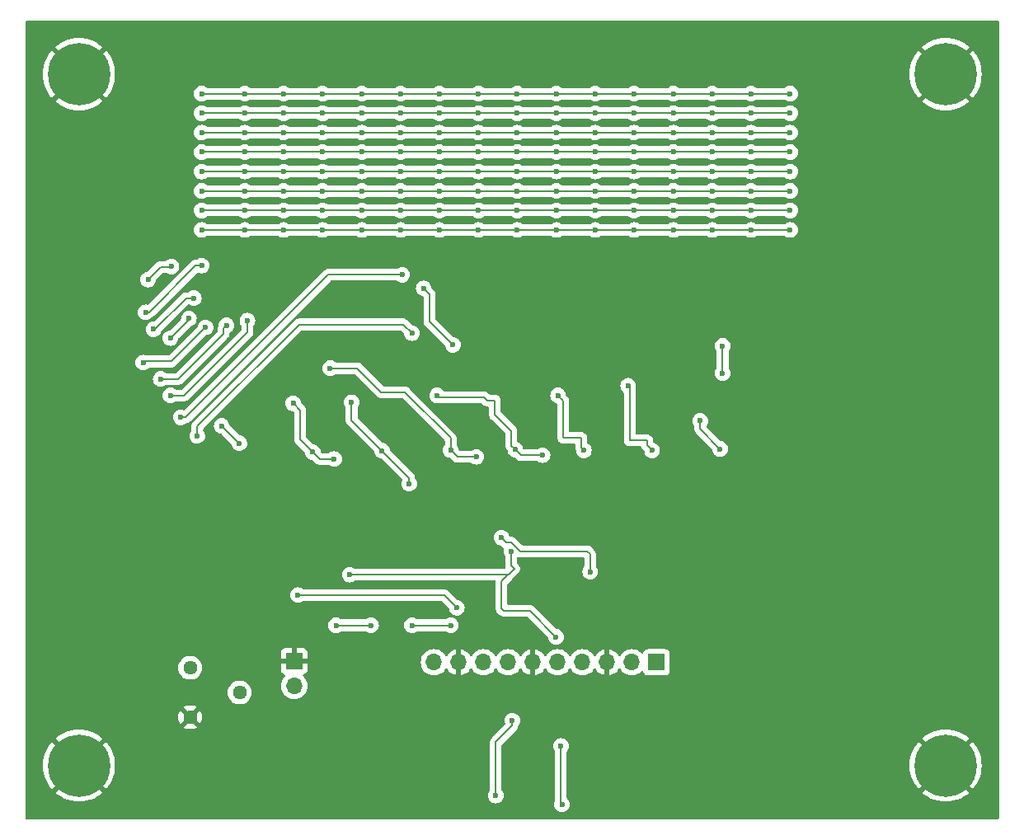
<source format=gbr>
%TF.GenerationSoftware,KiCad,Pcbnew,8.0.6*%
%TF.CreationDate,2024-11-25T20:07:06+00:00*%
%TF.ProjectId,stp16cp05_led_matrix_8x16_breakout_m0805,73747031-3663-4703-9035-5f6c65645f6d,v02*%
%TF.SameCoordinates,Original*%
%TF.FileFunction,Copper,L2,Bot*%
%TF.FilePolarity,Positive*%
%FSLAX46Y46*%
G04 Gerber Fmt 4.6, Leading zero omitted, Abs format (unit mm)*
G04 Created by KiCad (PCBNEW 8.0.6) date 2024-11-25 20:07:06*
%MOMM*%
%LPD*%
G01*
G04 APERTURE LIST*
%TA.AperFunction,ComponentPad*%
%ADD10C,6.400000*%
%TD*%
%TA.AperFunction,ComponentPad*%
%ADD11R,1.700000X1.700000*%
%TD*%
%TA.AperFunction,ComponentPad*%
%ADD12O,1.700000X1.700000*%
%TD*%
%TA.AperFunction,ComponentPad*%
%ADD13C,1.440000*%
%TD*%
%TA.AperFunction,ViaPad*%
%ADD14C,0.600000*%
%TD*%
%TA.AperFunction,Conductor*%
%ADD15C,0.200000*%
%TD*%
G04 APERTURE END LIST*
D10*
%TO.P,H2,1,1*%
%TO.N,GND*%
X234000000Y-48000000D03*
%TD*%
%TO.P,H4,1,1*%
%TO.N,GND*%
X234000000Y-119000000D03*
%TD*%
D11*
%TO.P,J1,1,Pin_1*%
%TO.N,VCC*%
X204320000Y-108400000D03*
D12*
%TO.P,J1,2,Pin_2*%
%TO.N,/MISO*%
X201780000Y-108400000D03*
%TO.P,J1,3,Pin_3*%
%TO.N,GND*%
X199240001Y-108400000D03*
%TO.P,J1,4,Pin_4*%
%TO.N,/OE*%
X196700000Y-108400000D03*
%TO.P,J1,5,Pin_5*%
%TO.N,/LE*%
X194160000Y-108400000D03*
%TO.P,J1,6,Pin_6*%
%TO.N,GND*%
X191620000Y-108400000D03*
%TO.P,J1,7,Pin_7*%
%TO.N,/SCK*%
X189080000Y-108400000D03*
%TO.P,J1,8,Pin_8*%
%TO.N,/MOSI*%
X186539999Y-108400000D03*
%TO.P,J1,9,Pin_9*%
%TO.N,GND*%
X184000000Y-108400000D03*
%TO.P,J1,10,Pin_10*%
%TO.N,+3V3*%
X181460000Y-108400000D03*
%TD*%
D13*
%TO.P,RV1,1,1*%
%TO.N,GND*%
X156420000Y-114040000D03*
%TO.P,RV1,2,2*%
%TO.N,Net-(JP1-B)*%
X161500000Y-111500000D03*
%TO.P,RV1,3,3*%
%TO.N,unconnected-(RV1-Pad3)*%
X156420000Y-108960000D03*
%TD*%
D11*
%TO.P,JP1,1,A*%
%TO.N,GND*%
X167100000Y-108300000D03*
D12*
%TO.P,JP1,2,B*%
%TO.N,Net-(JP1-B)*%
X167100000Y-110840000D03*
%TD*%
D10*
%TO.P,H1,1,1*%
%TO.N,GND*%
X145000000Y-48000000D03*
%TD*%
%TO.P,H3,1,1*%
%TO.N,GND*%
X145000000Y-119000000D03*
%TD*%
D14*
%TO.N,GND*%
X195800000Y-76400000D03*
X170400000Y-67500000D03*
X183000000Y-113200000D03*
X174250000Y-82400000D03*
X185600000Y-101500000D03*
X163100000Y-90100000D03*
X205000000Y-90100000D03*
X172450000Y-69650000D03*
X201100000Y-113200000D03*
X193400000Y-116200000D03*
X212000000Y-90100000D03*
X169400000Y-71500000D03*
X185300000Y-104200000D03*
X172850000Y-85700000D03*
X191200000Y-90100000D03*
X184200000Y-90100000D03*
X177200000Y-90100000D03*
X176950000Y-103250000D03*
X173600000Y-100500000D03*
X194400000Y-101200000D03*
X186400000Y-78000000D03*
X191000000Y-75400000D03*
X167550000Y-69700000D03*
X198100000Y-90100000D03*
X170200000Y-90100000D03*
X175050000Y-98250000D03*
X180450000Y-98350000D03*
%TO.N,/ROW1*%
X182040163Y-64000000D03*
X198027375Y-64000000D03*
X162025893Y-64000000D03*
X174034455Y-64000000D03*
X166028747Y-64000000D03*
X151850000Y-72450000D03*
X170031601Y-64000000D03*
X157600000Y-67650000D03*
X210035937Y-64000000D03*
X178037309Y-64000000D03*
X157600000Y-64000000D03*
X190021667Y-64000000D03*
X206033083Y-64000000D03*
X194024521Y-64000000D03*
X159656618Y-84127439D03*
X161469999Y-85900002D03*
X186043017Y-64000000D03*
X202030229Y-64000000D03*
X214038791Y-64000000D03*
X218041650Y-64000000D03*
%TO.N,/ROW2*%
X202030229Y-62000000D03*
X152650000Y-74200000D03*
X218041650Y-62000000D03*
X170031601Y-62000000D03*
X171221400Y-87528400D03*
X162025893Y-62000000D03*
X198027375Y-62000000D03*
X214038791Y-62000000D03*
X206033083Y-62000000D03*
X156800000Y-71000000D03*
X194024521Y-62000000D03*
X174034455Y-62000000D03*
X178037309Y-62000000D03*
X166028747Y-62000000D03*
X210035937Y-62000000D03*
X167000000Y-81800000D03*
X182040163Y-62000000D03*
X169011600Y-86817200D03*
X190021667Y-62005088D03*
X157600000Y-62000000D03*
X186043017Y-62000000D03*
%TO.N,/ROW3*%
X186043017Y-60000000D03*
X157600000Y-60000000D03*
X214038791Y-60000000D03*
X166028747Y-60000000D03*
X156300000Y-73100000D03*
X176123600Y-86664800D03*
X170031601Y-60000000D03*
X202030229Y-60000000D03*
X194024521Y-60000000D03*
X190021667Y-60000000D03*
X173000000Y-81700000D03*
X198027375Y-60000000D03*
X174034455Y-60000000D03*
X154400000Y-75100000D03*
X178917600Y-90068400D03*
X178037309Y-60000000D03*
X182040163Y-60000000D03*
X206033083Y-60000000D03*
X210035937Y-60000000D03*
X218041650Y-60000000D03*
X162025893Y-60000000D03*
%TO.N,/ROW4*%
X182040163Y-58000000D03*
X170800000Y-78200000D03*
X210035937Y-58000000D03*
X174034455Y-58000000D03*
X170031601Y-58000000D03*
X162025893Y-58000000D03*
X152100000Y-69100000D03*
X185800000Y-87300000D03*
X166028747Y-58000000D03*
X206033083Y-58000000D03*
X186043017Y-58000000D03*
X157600000Y-58000000D03*
X183184800Y-86614000D03*
X154500000Y-67750000D03*
X218041650Y-58000000D03*
X198027375Y-58000000D03*
X214038791Y-58000000D03*
X178037309Y-58000000D03*
X190021667Y-58005088D03*
X194024521Y-58000000D03*
X202030229Y-58000000D03*
%TO.N,/ROW5*%
X192608200Y-87122000D03*
X214038791Y-56000000D03*
X162025893Y-56000000D03*
X157600000Y-56000000D03*
X174034455Y-56000000D03*
X166028747Y-56000000D03*
X202030229Y-56000000D03*
X218041650Y-56000000D03*
X190021667Y-56000000D03*
X182040163Y-56000000D03*
X186043017Y-56000000D03*
X181800000Y-81000000D03*
X210035937Y-56000000D03*
X198027375Y-56000000D03*
X189814200Y-86563200D03*
X206033083Y-56000000D03*
X178037309Y-56000000D03*
X170031601Y-56000000D03*
X194024521Y-56000000D03*
%TO.N,/ROW6*%
X170031601Y-54000000D03*
X166028747Y-54000000D03*
X157600000Y-54000000D03*
X218041650Y-54000000D03*
X174034455Y-54000000D03*
X178037309Y-54000000D03*
X198027375Y-54000000D03*
X194200000Y-81000000D03*
X162025893Y-54000000D03*
X182040163Y-54000000D03*
X186043017Y-54000000D03*
X210035937Y-54000000D03*
X151600000Y-77624265D03*
X158000000Y-74000000D03*
X206033083Y-54000000D03*
X194024521Y-54000000D03*
X196850000Y-86639400D03*
X190021667Y-54005088D03*
X202030229Y-54000000D03*
X214038791Y-54000000D03*
%TO.N,/ROW7*%
X202030229Y-52000000D03*
X214038791Y-52000000D03*
X218041650Y-52000000D03*
X203860400Y-86639400D03*
X190021667Y-52000000D03*
X201400000Y-80000000D03*
X174034455Y-52000000D03*
X206033083Y-52000000D03*
X178037309Y-52000000D03*
X153400000Y-79300000D03*
X210035937Y-52000000D03*
X162025893Y-52000000D03*
X160150000Y-73800000D03*
X157600000Y-52000000D03*
X198027375Y-52000000D03*
X186043017Y-52000000D03*
X194024521Y-52000000D03*
X170031601Y-52000000D03*
X182040163Y-52000000D03*
X166028747Y-52000000D03*
%TO.N,/ROW8*%
X202030229Y-50000000D03*
X154400000Y-81000000D03*
X190021667Y-50005088D03*
X210035937Y-50000000D03*
X210845400Y-86487000D03*
X174034455Y-50000000D03*
X208800000Y-83600000D03*
X198027375Y-50000000D03*
X206033083Y-50000000D03*
X186043017Y-50000000D03*
X157600000Y-50000000D03*
X194024521Y-50000000D03*
X218041650Y-50000000D03*
X162025893Y-50000000D03*
X166028747Y-50000000D03*
X182040163Y-50000000D03*
X178037309Y-50000000D03*
X162300000Y-73300000D03*
X170031601Y-50000000D03*
X214038791Y-50000000D03*
%TO.N,/SCK*%
X189500000Y-114400000D03*
X187800000Y-122100000D03*
%TO.N,/MISO*%
X197500000Y-99100000D03*
X188400000Y-95600000D03*
%TO.N,/OE*%
X189400000Y-97000000D03*
X194000000Y-105800000D03*
X179200000Y-74600000D03*
X172800000Y-99400000D03*
X157150000Y-85150000D03*
%TO.N,/LE*%
X194600000Y-123000000D03*
X194509999Y-116990001D03*
%TO.N,/MOSI*%
X211100000Y-75900000D03*
X211100000Y-78700000D03*
%TO.N,/REXT1*%
X167500000Y-101500000D03*
X183800000Y-102800000D03*
%TO.N,Net-(U1-SDI)*%
X183200000Y-104600000D03*
X175000000Y-104600000D03*
X180400000Y-70000000D03*
X178200000Y-68600000D03*
X183400000Y-75800000D03*
X179200000Y-104600000D03*
X171400000Y-104600000D03*
X155450000Y-83250000D03*
%TD*%
D15*
%TO.N,/ROW1*%
X157000000Y-67650000D02*
X157600000Y-67650000D01*
X151850000Y-72450000D02*
X152200000Y-72450000D01*
X159697436Y-84127439D02*
X161469999Y-85900002D01*
X218041650Y-64000000D02*
X157600000Y-64000000D01*
X152200000Y-72450000D02*
X157000000Y-67650000D01*
X159656618Y-84127439D02*
X159697436Y-84127439D01*
%TO.N,/ROW2*%
X152800000Y-74200000D02*
X156000000Y-71000000D01*
X157600000Y-62000000D02*
X218041650Y-62000000D01*
X169722800Y-87528400D02*
X169011600Y-86817200D01*
X152650000Y-74200000D02*
X152800000Y-74200000D01*
X156000000Y-71000000D02*
X156800000Y-71000000D01*
X169011600Y-86817200D02*
X167716200Y-85521800D01*
X167716200Y-85521800D02*
X167716200Y-82516200D01*
X167716200Y-82516200D02*
X167000000Y-81800000D01*
X171221400Y-87528400D02*
X169722800Y-87528400D01*
%TO.N,/ROW3*%
X172999400Y-83540600D02*
X176123600Y-86664800D01*
X218041650Y-60000000D02*
X157600000Y-60000000D01*
X172999400Y-81700600D02*
X172999400Y-83540600D01*
X173000000Y-81700000D02*
X172999400Y-81700600D01*
X178917600Y-90068400D02*
X178917600Y-89458800D01*
X156300000Y-73200000D02*
X156300000Y-73100000D01*
X178917600Y-89458800D02*
X176123600Y-86664800D01*
X154400000Y-75100000D02*
X156300000Y-73200000D01*
%TO.N,/ROW4*%
X157600000Y-58000000D02*
X218041650Y-58000000D01*
X183184800Y-85369400D02*
X178485800Y-80670400D01*
X176047400Y-80670400D02*
X173577000Y-78200000D01*
X183184800Y-86614000D02*
X183184800Y-85369400D01*
X178485800Y-80670400D02*
X176047400Y-80670400D01*
X153400000Y-67800000D02*
X154450000Y-67800000D01*
X173577000Y-78200000D02*
X170800000Y-78200000D01*
X185800000Y-87300000D02*
X183870800Y-87300000D01*
X154450000Y-67800000D02*
X154500000Y-67750000D01*
X183870800Y-87300000D02*
X183184800Y-86614000D01*
X152100000Y-69100000D02*
X153400000Y-67800000D01*
%TO.N,/ROW5*%
X157600000Y-56000000D02*
X218041650Y-56000000D01*
X186588400Y-81178400D02*
X181991000Y-81178400D01*
X186918600Y-81508600D02*
X186588400Y-81178400D01*
X189407800Y-84658200D02*
X187706000Y-82956400D01*
X189407800Y-86156800D02*
X189407800Y-84658200D01*
X187706000Y-81508600D02*
X186918600Y-81508600D01*
X192608200Y-87122000D02*
X190373000Y-87122000D01*
X189814200Y-86563200D02*
X189407800Y-86156800D01*
X187706000Y-82956400D02*
X187706000Y-81508600D01*
X190373000Y-87122000D02*
X189814200Y-86563200D01*
%TO.N,/ROW6*%
X154500000Y-77500000D02*
X151724265Y-77500000D01*
X194716400Y-81534000D02*
X194170300Y-80987900D01*
X151724265Y-77500000D02*
X151600000Y-77624265D01*
X157600000Y-54000000D02*
X218041650Y-54000000D01*
X196596000Y-86385400D02*
X196596000Y-85369400D01*
X194818000Y-85369400D02*
X194716400Y-85267800D01*
X158000000Y-74000000D02*
X154500000Y-77500000D01*
X196596000Y-85369400D02*
X194818000Y-85369400D01*
X196850000Y-86639400D02*
X196596000Y-86385400D01*
X194716400Y-85267800D02*
X194716400Y-81534000D01*
%TO.N,/ROW7*%
X218041650Y-52000000D02*
X157600000Y-52000000D01*
X155200000Y-79300000D02*
X153400000Y-79300000D01*
X201549000Y-85598000D02*
X201574400Y-85623400D01*
X159850000Y-74100000D02*
X159850000Y-74650000D01*
X201574400Y-85623400D02*
X203352400Y-85623400D01*
X201396600Y-79883000D02*
X201549000Y-80035400D01*
X203352400Y-85623400D02*
X203352400Y-86131400D01*
X160150000Y-73800000D02*
X159850000Y-74100000D01*
X201549000Y-80035400D02*
X201549000Y-85598000D01*
X159850000Y-74650000D02*
X155200000Y-79300000D01*
X203352400Y-86131400D02*
X203860400Y-86639400D01*
%TO.N,/ROW8*%
X208800000Y-83600000D02*
X208800000Y-84441600D01*
X162300000Y-74500000D02*
X162300000Y-73300000D01*
X154400000Y-81000000D02*
X155800000Y-81000000D01*
X157600000Y-50000000D02*
X218041650Y-50000000D01*
X155800000Y-81000000D02*
X162300000Y-74500000D01*
X208800000Y-84441600D02*
X210845400Y-86487000D01*
%TO.N,/SCK*%
X187800000Y-116600000D02*
X189500000Y-114900000D01*
X189500000Y-114900000D02*
X189500000Y-114400000D01*
X187800000Y-122100000D02*
X187800000Y-116600000D01*
%TO.N,/MISO*%
X190300000Y-97000000D02*
X197200000Y-97000000D01*
X188900000Y-96100000D02*
X189400000Y-96100000D01*
X197200000Y-97000000D02*
X197500000Y-97300000D01*
X189400000Y-96100000D02*
X190300000Y-97000000D01*
X188400000Y-95600000D02*
X188900000Y-96100000D01*
X197500000Y-97300000D02*
X197500000Y-99100000D01*
%TO.N,/OE*%
X188400000Y-100100000D02*
X189700000Y-98800000D01*
X172800000Y-99400000D02*
X189100000Y-99400000D01*
X157150000Y-85150000D02*
X157150000Y-84150000D01*
X167600000Y-73700000D02*
X178300000Y-73700000D01*
X189400000Y-98500000D02*
X189400000Y-97000000D01*
X189100000Y-99400000D02*
X189700000Y-98800000D01*
X178300000Y-73700000D02*
X179200000Y-74600000D01*
X188400000Y-102900000D02*
X188400000Y-100100000D01*
X157150000Y-84150000D02*
X167600000Y-73700000D01*
X189700000Y-98800000D02*
X189400000Y-98500000D01*
X194000000Y-105800000D02*
X191300000Y-103100000D01*
X188600000Y-103100000D02*
X188400000Y-102900000D01*
X191300000Y-103100000D02*
X188600000Y-103100000D01*
%TO.N,/LE*%
X194509999Y-116990001D02*
X194500000Y-117000000D01*
X194500000Y-117000000D02*
X194500000Y-122900000D01*
X194500000Y-122900000D02*
X194600000Y-123000000D01*
%TO.N,/MOSI*%
X211100000Y-78700000D02*
X211100000Y-75900000D01*
%TO.N,/REXT1*%
X183800000Y-102800000D02*
X182500000Y-101500000D01*
X182500000Y-101500000D02*
X167500000Y-101500000D01*
%TO.N,Net-(U1-SDI)*%
X155950000Y-83250000D02*
X170600000Y-68600000D01*
X181000000Y-70600000D02*
X180400000Y-70000000D01*
X183400000Y-75800000D02*
X181000000Y-73400000D01*
X170600000Y-68600000D02*
X178200000Y-68600000D01*
X155450000Y-83250000D02*
X155950000Y-83250000D01*
X175000000Y-104600000D02*
X171400000Y-104600000D01*
X183200000Y-104600000D02*
X179200000Y-104600000D01*
X181000000Y-73400000D02*
X181000000Y-70600000D01*
%TD*%
%TA.AperFunction,Conductor*%
%TO.N,GND*%
G36*
X239442539Y-42520185D02*
G01*
X239488294Y-42572989D01*
X239499500Y-42624500D01*
X239499500Y-124375500D01*
X239479815Y-124442539D01*
X239427011Y-124488294D01*
X239375500Y-124499500D01*
X139624500Y-124499500D01*
X139557461Y-124479815D01*
X139511706Y-124427011D01*
X139500500Y-124375500D01*
X139500500Y-118999999D01*
X141294922Y-118999999D01*
X141294922Y-119000000D01*
X141315219Y-119387287D01*
X141375886Y-119770323D01*
X141375887Y-119770330D01*
X141476262Y-120144936D01*
X141615244Y-120506994D01*
X141791310Y-120852543D01*
X142002531Y-121177793D01*
X142211095Y-121435350D01*
X142211096Y-121435350D01*
X143705748Y-119940698D01*
X143779588Y-120042330D01*
X143957670Y-120220412D01*
X144059300Y-120294251D01*
X142564648Y-121788903D01*
X142564649Y-121788904D01*
X142822206Y-121997468D01*
X143147456Y-122208689D01*
X143493005Y-122384755D01*
X143855063Y-122523737D01*
X144229669Y-122624112D01*
X144229676Y-122624113D01*
X144612712Y-122684780D01*
X144999999Y-122705078D01*
X145000001Y-122705078D01*
X145387287Y-122684780D01*
X145770323Y-122624113D01*
X145770330Y-122624112D01*
X146144936Y-122523737D01*
X146506994Y-122384755D01*
X146852543Y-122208689D01*
X147019916Y-122099996D01*
X186994435Y-122099996D01*
X186994435Y-122100003D01*
X187014630Y-122279249D01*
X187014631Y-122279254D01*
X187074211Y-122449523D01*
X187120843Y-122523737D01*
X187170184Y-122602262D01*
X187297738Y-122729816D01*
X187388080Y-122786582D01*
X187442450Y-122820745D01*
X187450478Y-122825789D01*
X187620745Y-122885368D01*
X187620750Y-122885369D01*
X187799996Y-122905565D01*
X187800000Y-122905565D01*
X187800004Y-122905565D01*
X187979249Y-122885369D01*
X187979252Y-122885368D01*
X187979255Y-122885368D01*
X188149522Y-122825789D01*
X188302262Y-122729816D01*
X188429816Y-122602262D01*
X188525789Y-122449522D01*
X188585368Y-122279255D01*
X188605565Y-122100000D01*
X188594013Y-121997476D01*
X188585369Y-121920750D01*
X188585368Y-121920745D01*
X188525788Y-121750476D01*
X188429813Y-121597734D01*
X188427550Y-121594896D01*
X188426659Y-121592715D01*
X188426111Y-121591842D01*
X188426264Y-121591745D01*
X188401144Y-121530209D01*
X188400500Y-121517587D01*
X188400500Y-116989997D01*
X193704434Y-116989997D01*
X193704434Y-116990004D01*
X193724629Y-117169250D01*
X193724630Y-117169255D01*
X193784210Y-117339523D01*
X193880183Y-117492263D01*
X193880184Y-117492264D01*
X193880494Y-117492757D01*
X193899500Y-117558729D01*
X193899500Y-122574507D01*
X193880494Y-122640478D01*
X193874209Y-122650479D01*
X193814633Y-122820737D01*
X193814630Y-122820750D01*
X193794435Y-122999996D01*
X193794435Y-123000003D01*
X193814630Y-123179249D01*
X193814631Y-123179254D01*
X193874211Y-123349523D01*
X193970184Y-123502262D01*
X194097738Y-123629816D01*
X194250478Y-123725789D01*
X194420745Y-123785368D01*
X194420750Y-123785369D01*
X194599996Y-123805565D01*
X194600000Y-123805565D01*
X194600004Y-123805565D01*
X194779249Y-123785369D01*
X194779252Y-123785368D01*
X194779255Y-123785368D01*
X194949522Y-123725789D01*
X195102262Y-123629816D01*
X195229816Y-123502262D01*
X195325789Y-123349522D01*
X195385368Y-123179255D01*
X195405565Y-123000000D01*
X195392649Y-122885369D01*
X195385369Y-122820750D01*
X195385368Y-122820745D01*
X195385365Y-122820737D01*
X195325789Y-122650478D01*
X195300499Y-122610230D01*
X195246152Y-122523737D01*
X195229816Y-122497738D01*
X195136818Y-122404740D01*
X195103334Y-122343416D01*
X195100500Y-122317059D01*
X195100500Y-118999999D01*
X230294922Y-118999999D01*
X230294922Y-119000000D01*
X230315219Y-119387287D01*
X230375886Y-119770323D01*
X230375887Y-119770330D01*
X230476262Y-120144936D01*
X230615244Y-120506994D01*
X230791310Y-120852543D01*
X231002531Y-121177793D01*
X231211095Y-121435350D01*
X231211096Y-121435350D01*
X232705748Y-119940698D01*
X232779588Y-120042330D01*
X232957670Y-120220412D01*
X233059300Y-120294251D01*
X231564648Y-121788903D01*
X231564649Y-121788904D01*
X231822206Y-121997468D01*
X232147456Y-122208689D01*
X232493005Y-122384755D01*
X232855063Y-122523737D01*
X233229669Y-122624112D01*
X233229676Y-122624113D01*
X233612712Y-122684780D01*
X233999999Y-122705078D01*
X234000001Y-122705078D01*
X234387287Y-122684780D01*
X234770323Y-122624113D01*
X234770330Y-122624112D01*
X235144936Y-122523737D01*
X235506994Y-122384755D01*
X235852543Y-122208689D01*
X236177783Y-121997476D01*
X236177785Y-121997475D01*
X236435349Y-121788902D01*
X234940698Y-120294251D01*
X235042330Y-120220412D01*
X235220412Y-120042330D01*
X235294251Y-119940698D01*
X236788902Y-121435349D01*
X236997475Y-121177785D01*
X236997476Y-121177783D01*
X237208689Y-120852543D01*
X237384755Y-120506994D01*
X237523737Y-120144936D01*
X237624112Y-119770330D01*
X237624113Y-119770323D01*
X237684780Y-119387287D01*
X237705078Y-119000000D01*
X237705078Y-118999999D01*
X237684780Y-118612712D01*
X237624113Y-118229676D01*
X237624112Y-118229669D01*
X237523737Y-117855063D01*
X237384755Y-117493005D01*
X237208689Y-117147456D01*
X236997468Y-116822206D01*
X236788904Y-116564649D01*
X236788903Y-116564648D01*
X235294251Y-118059300D01*
X235220412Y-117957670D01*
X235042330Y-117779588D01*
X234940698Y-117705748D01*
X236435350Y-116211096D01*
X236435350Y-116211095D01*
X236177793Y-116002531D01*
X235852543Y-115791310D01*
X235506994Y-115615244D01*
X235144936Y-115476262D01*
X234770330Y-115375887D01*
X234770323Y-115375886D01*
X234387287Y-115315219D01*
X234000001Y-115294922D01*
X233999999Y-115294922D01*
X233612712Y-115315219D01*
X233229676Y-115375886D01*
X233229669Y-115375887D01*
X232855063Y-115476262D01*
X232493005Y-115615244D01*
X232147456Y-115791310D01*
X231822206Y-116002531D01*
X231564648Y-116211095D01*
X231564648Y-116211096D01*
X233059301Y-117705748D01*
X232957670Y-117779588D01*
X232779588Y-117957670D01*
X232705748Y-118059300D01*
X231211096Y-116564648D01*
X231211095Y-116564648D01*
X231002531Y-116822206D01*
X230791310Y-117147456D01*
X230615244Y-117493005D01*
X230476262Y-117855063D01*
X230375887Y-118229669D01*
X230375886Y-118229676D01*
X230315219Y-118612712D01*
X230294922Y-118999999D01*
X195100500Y-118999999D01*
X195100500Y-117582940D01*
X195120185Y-117515901D01*
X195136819Y-117495259D01*
X195139815Y-117492263D01*
X195235788Y-117339523D01*
X195295367Y-117169256D01*
X195295368Y-117169250D01*
X195315564Y-116990004D01*
X195315564Y-116989997D01*
X195295368Y-116810751D01*
X195295367Y-116810746D01*
X195235787Y-116640477D01*
X195188140Y-116564648D01*
X195139815Y-116487739D01*
X195012261Y-116360185D01*
X194945277Y-116318096D01*
X194859522Y-116264212D01*
X194689253Y-116204632D01*
X194689248Y-116204631D01*
X194510003Y-116184436D01*
X194509995Y-116184436D01*
X194330749Y-116204631D01*
X194330744Y-116204632D01*
X194160475Y-116264212D01*
X194007736Y-116360185D01*
X193880183Y-116487738D01*
X193784210Y-116640477D01*
X193724630Y-116810746D01*
X193724629Y-116810751D01*
X193704434Y-116989997D01*
X188400500Y-116989997D01*
X188400500Y-116900096D01*
X188420185Y-116833057D01*
X188436814Y-116812420D01*
X189868713Y-115380521D01*
X189868716Y-115380520D01*
X189980520Y-115268716D01*
X190030639Y-115181904D01*
X190059577Y-115131785D01*
X190100500Y-114979057D01*
X190100500Y-114979048D01*
X190101561Y-114970997D01*
X190103766Y-114971287D01*
X190120185Y-114915373D01*
X190127555Y-114905097D01*
X190129810Y-114902267D01*
X190129816Y-114902262D01*
X190225789Y-114749522D01*
X190285368Y-114579255D01*
X190298933Y-114458864D01*
X190305565Y-114400003D01*
X190305565Y-114399996D01*
X190285369Y-114220750D01*
X190285368Y-114220745D01*
X190225788Y-114050476D01*
X190129815Y-113897737D01*
X190002262Y-113770184D01*
X189849523Y-113674211D01*
X189679254Y-113614631D01*
X189679249Y-113614630D01*
X189500004Y-113594435D01*
X189499996Y-113594435D01*
X189320750Y-113614630D01*
X189320745Y-113614631D01*
X189150476Y-113674211D01*
X188997737Y-113770184D01*
X188870184Y-113897737D01*
X188774211Y-114050476D01*
X188714631Y-114220745D01*
X188714630Y-114220750D01*
X188694435Y-114399996D01*
X188694435Y-114400003D01*
X188714630Y-114579249D01*
X188714632Y-114579257D01*
X188755484Y-114696005D01*
X188759045Y-114765783D01*
X188726123Y-114824640D01*
X187431286Y-116119478D01*
X187319481Y-116231282D01*
X187319479Y-116231285D01*
X187269361Y-116318094D01*
X187269359Y-116318096D01*
X187240425Y-116368209D01*
X187240424Y-116368210D01*
X187240423Y-116368215D01*
X187199499Y-116520943D01*
X187199499Y-116520945D01*
X187199499Y-116689046D01*
X187199500Y-116689059D01*
X187199500Y-121517587D01*
X187179815Y-121584626D01*
X187172450Y-121594896D01*
X187170186Y-121597734D01*
X187074211Y-121750476D01*
X187014631Y-121920745D01*
X187014630Y-121920750D01*
X186994435Y-122099996D01*
X147019916Y-122099996D01*
X147177783Y-121997476D01*
X147177785Y-121997475D01*
X147435349Y-121788902D01*
X145940698Y-120294251D01*
X146042330Y-120220412D01*
X146220412Y-120042330D01*
X146294251Y-119940698D01*
X147788902Y-121435349D01*
X147997475Y-121177785D01*
X147997476Y-121177783D01*
X148208689Y-120852543D01*
X148384755Y-120506994D01*
X148523737Y-120144936D01*
X148624112Y-119770330D01*
X148624113Y-119770323D01*
X148684780Y-119387287D01*
X148705078Y-119000000D01*
X148705078Y-118999999D01*
X148684780Y-118612712D01*
X148624113Y-118229676D01*
X148624112Y-118229669D01*
X148523737Y-117855063D01*
X148384755Y-117493005D01*
X148208689Y-117147456D01*
X147997468Y-116822206D01*
X147788904Y-116564649D01*
X147788903Y-116564648D01*
X146294251Y-118059300D01*
X146220412Y-117957670D01*
X146042330Y-117779588D01*
X145940698Y-117705748D01*
X147435350Y-116211096D01*
X147435350Y-116211095D01*
X147177793Y-116002531D01*
X146852543Y-115791310D01*
X146506994Y-115615244D01*
X146144936Y-115476262D01*
X145770330Y-115375887D01*
X145770323Y-115375886D01*
X145387287Y-115315219D01*
X145000001Y-115294922D01*
X144999999Y-115294922D01*
X144612712Y-115315219D01*
X144229676Y-115375886D01*
X144229669Y-115375887D01*
X143855063Y-115476262D01*
X143493005Y-115615244D01*
X143147456Y-115791310D01*
X142822206Y-116002531D01*
X142564648Y-116211095D01*
X142564648Y-116211096D01*
X144059301Y-117705748D01*
X143957670Y-117779588D01*
X143779588Y-117957670D01*
X143705748Y-118059300D01*
X142211096Y-116564648D01*
X142211095Y-116564648D01*
X142002531Y-116822206D01*
X141791310Y-117147456D01*
X141615244Y-117493005D01*
X141476262Y-117855063D01*
X141375887Y-118229669D01*
X141375886Y-118229676D01*
X141315219Y-118612712D01*
X141294922Y-118999999D01*
X139500500Y-118999999D01*
X139500500Y-114039997D01*
X155195340Y-114039997D01*
X155195340Y-114040002D01*
X155213944Y-114252654D01*
X155213945Y-114252662D01*
X155269194Y-114458853D01*
X155269197Y-114458859D01*
X155359413Y-114652329D01*
X155398415Y-114708030D01*
X156020000Y-114086445D01*
X156020000Y-114092661D01*
X156047259Y-114194394D01*
X156099920Y-114285606D01*
X156174394Y-114360080D01*
X156265606Y-114412741D01*
X156367339Y-114440000D01*
X156373553Y-114440000D01*
X155751968Y-115061584D01*
X155807663Y-115100582D01*
X155807669Y-115100586D01*
X156001140Y-115190802D01*
X156001146Y-115190805D01*
X156207337Y-115246054D01*
X156207345Y-115246055D01*
X156419998Y-115264660D01*
X156420002Y-115264660D01*
X156632654Y-115246055D01*
X156632662Y-115246054D01*
X156838853Y-115190805D01*
X156838864Y-115190801D01*
X157032325Y-115100589D01*
X157088030Y-115061583D01*
X156466448Y-114440000D01*
X156472661Y-114440000D01*
X156574394Y-114412741D01*
X156665606Y-114360080D01*
X156740080Y-114285606D01*
X156792741Y-114194394D01*
X156820000Y-114092661D01*
X156820000Y-114086446D01*
X157441583Y-114708029D01*
X157480589Y-114652325D01*
X157570801Y-114458864D01*
X157570805Y-114458853D01*
X157626054Y-114252662D01*
X157626055Y-114252654D01*
X157644660Y-114040002D01*
X157644660Y-114039997D01*
X157626055Y-113827345D01*
X157626054Y-113827337D01*
X157570805Y-113621146D01*
X157570802Y-113621140D01*
X157480586Y-113427669D01*
X157480582Y-113427663D01*
X157441584Y-113371968D01*
X156820000Y-113993552D01*
X156820000Y-113987339D01*
X156792741Y-113885606D01*
X156740080Y-113794394D01*
X156665606Y-113719920D01*
X156574394Y-113667259D01*
X156472661Y-113640000D01*
X156466447Y-113640000D01*
X157088030Y-113018415D01*
X157032329Y-112979413D01*
X156838859Y-112889197D01*
X156838853Y-112889194D01*
X156632662Y-112833945D01*
X156632654Y-112833944D01*
X156420002Y-112815340D01*
X156419998Y-112815340D01*
X156207345Y-112833944D01*
X156207337Y-112833945D01*
X156001146Y-112889194D01*
X156001140Y-112889197D01*
X155807671Y-112979412D01*
X155807669Y-112979413D01*
X155751969Y-113018415D01*
X155751968Y-113018415D01*
X156373554Y-113640000D01*
X156367339Y-113640000D01*
X156265606Y-113667259D01*
X156174394Y-113719920D01*
X156099920Y-113794394D01*
X156047259Y-113885606D01*
X156020000Y-113987339D01*
X156020000Y-113993553D01*
X155398415Y-113371968D01*
X155398415Y-113371969D01*
X155359413Y-113427669D01*
X155359412Y-113427671D01*
X155269197Y-113621140D01*
X155269194Y-113621146D01*
X155213945Y-113827337D01*
X155213944Y-113827345D01*
X155195340Y-114039997D01*
X139500500Y-114039997D01*
X139500500Y-111499998D01*
X160274838Y-111499998D01*
X160274838Y-111500001D01*
X160293450Y-111712741D01*
X160293452Y-111712752D01*
X160348721Y-111919022D01*
X160348723Y-111919026D01*
X160348724Y-111919030D01*
X160391171Y-112010058D01*
X160438977Y-112112578D01*
X160561472Y-112287521D01*
X160712478Y-112438527D01*
X160712481Y-112438529D01*
X160887419Y-112561021D01*
X160887421Y-112561022D01*
X160887420Y-112561022D01*
X160951936Y-112591106D01*
X161080970Y-112651276D01*
X161287253Y-112706549D01*
X161439215Y-112719844D01*
X161499998Y-112725162D01*
X161500000Y-112725162D01*
X161500002Y-112725162D01*
X161553186Y-112720508D01*
X161712747Y-112706549D01*
X161919030Y-112651276D01*
X162112581Y-112561021D01*
X162287519Y-112438529D01*
X162438529Y-112287519D01*
X162561021Y-112112581D01*
X162651276Y-111919030D01*
X162706549Y-111712747D01*
X162725162Y-111500000D01*
X162706549Y-111287253D01*
X162651276Y-111080970D01*
X162561021Y-110887419D01*
X162527817Y-110839999D01*
X165744341Y-110839999D01*
X165744341Y-110840000D01*
X165764936Y-111075403D01*
X165764938Y-111075413D01*
X165826094Y-111303655D01*
X165826096Y-111303659D01*
X165826097Y-111303663D01*
X165917650Y-111499998D01*
X165925965Y-111517830D01*
X165925967Y-111517834D01*
X166034281Y-111672521D01*
X166061505Y-111711401D01*
X166228599Y-111878495D01*
X166325384Y-111946265D01*
X166422165Y-112014032D01*
X166422167Y-112014033D01*
X166422170Y-112014035D01*
X166636337Y-112113903D01*
X166864592Y-112175063D01*
X167052918Y-112191539D01*
X167099999Y-112195659D01*
X167100000Y-112195659D01*
X167100001Y-112195659D01*
X167139234Y-112192226D01*
X167335408Y-112175063D01*
X167563663Y-112113903D01*
X167777830Y-112014035D01*
X167971401Y-111878495D01*
X168138495Y-111711401D01*
X168274035Y-111517830D01*
X168373903Y-111303663D01*
X168435063Y-111075408D01*
X168455659Y-110840000D01*
X168435063Y-110604592D01*
X168373903Y-110376337D01*
X168274035Y-110162171D01*
X168238399Y-110111278D01*
X168138496Y-109968600D01*
X168138495Y-109968599D01*
X168016179Y-109846283D01*
X167982696Y-109784963D01*
X167987680Y-109715271D01*
X168029551Y-109659337D01*
X168060529Y-109642422D01*
X168192086Y-109593354D01*
X168192093Y-109593350D01*
X168307187Y-109507190D01*
X168307190Y-109507187D01*
X168393350Y-109392093D01*
X168393354Y-109392086D01*
X168443596Y-109257379D01*
X168443598Y-109257372D01*
X168449999Y-109197844D01*
X168450000Y-109197827D01*
X168450000Y-108550000D01*
X167533012Y-108550000D01*
X167565925Y-108492993D01*
X167590843Y-108399999D01*
X180104341Y-108399999D01*
X180104341Y-108400000D01*
X180124936Y-108635403D01*
X180124938Y-108635413D01*
X180186094Y-108863655D01*
X180186096Y-108863659D01*
X180186097Y-108863663D01*
X180265801Y-109034588D01*
X180285965Y-109077830D01*
X180285967Y-109077834D01*
X180352430Y-109172752D01*
X180421505Y-109271401D01*
X180588599Y-109438495D01*
X180683488Y-109504937D01*
X180782165Y-109574032D01*
X180782167Y-109574033D01*
X180782170Y-109574035D01*
X180996337Y-109673903D01*
X181224592Y-109735063D01*
X181401034Y-109750500D01*
X181459999Y-109755659D01*
X181460000Y-109755659D01*
X181460001Y-109755659D01*
X181518966Y-109750500D01*
X181695408Y-109735063D01*
X181923663Y-109673903D01*
X182137830Y-109574035D01*
X182331401Y-109438495D01*
X182498495Y-109271401D01*
X182628730Y-109085405D01*
X182683307Y-109041781D01*
X182752805Y-109034587D01*
X182815160Y-109066110D01*
X182831879Y-109085405D01*
X182961890Y-109271078D01*
X183128917Y-109438105D01*
X183322421Y-109573600D01*
X183536507Y-109673429D01*
X183536516Y-109673433D01*
X183750000Y-109730634D01*
X183750000Y-108833012D01*
X183807007Y-108865925D01*
X183934174Y-108900000D01*
X184065826Y-108900000D01*
X184192993Y-108865925D01*
X184250000Y-108833012D01*
X184250000Y-109730633D01*
X184463483Y-109673433D01*
X184463492Y-109673429D01*
X184677578Y-109573600D01*
X184871082Y-109438105D01*
X185038105Y-109271082D01*
X185168119Y-109085405D01*
X185222696Y-109041781D01*
X185292195Y-109034588D01*
X185354549Y-109066110D01*
X185371267Y-109085404D01*
X185371574Y-109085842D01*
X185501499Y-109271395D01*
X185501504Y-109271401D01*
X185668598Y-109438495D01*
X185763487Y-109504937D01*
X185862164Y-109574032D01*
X185862166Y-109574033D01*
X185862169Y-109574035D01*
X186076336Y-109673903D01*
X186304591Y-109735063D01*
X186481033Y-109750500D01*
X186539998Y-109755659D01*
X186539999Y-109755659D01*
X186540000Y-109755659D01*
X186598965Y-109750500D01*
X186775407Y-109735063D01*
X187003662Y-109673903D01*
X187217829Y-109574035D01*
X187411400Y-109438495D01*
X187578494Y-109271401D01*
X187708425Y-109085839D01*
X187763001Y-109042216D01*
X187832499Y-109035022D01*
X187894854Y-109066545D01*
X187911572Y-109085838D01*
X188041505Y-109271401D01*
X188208599Y-109438495D01*
X188303488Y-109504937D01*
X188402165Y-109574032D01*
X188402167Y-109574033D01*
X188402170Y-109574035D01*
X188616337Y-109673903D01*
X188844592Y-109735063D01*
X189021034Y-109750500D01*
X189079999Y-109755659D01*
X189080000Y-109755659D01*
X189080001Y-109755659D01*
X189138966Y-109750500D01*
X189315408Y-109735063D01*
X189543663Y-109673903D01*
X189757830Y-109574035D01*
X189951401Y-109438495D01*
X190118495Y-109271401D01*
X190248730Y-109085405D01*
X190303307Y-109041781D01*
X190372805Y-109034587D01*
X190435160Y-109066110D01*
X190451879Y-109085405D01*
X190581890Y-109271078D01*
X190748917Y-109438105D01*
X190942421Y-109573600D01*
X191156507Y-109673429D01*
X191156516Y-109673433D01*
X191370000Y-109730634D01*
X191370000Y-108833012D01*
X191427007Y-108865925D01*
X191554174Y-108900000D01*
X191685826Y-108900000D01*
X191812993Y-108865925D01*
X191870000Y-108833012D01*
X191870000Y-109730634D01*
X192083483Y-109673433D01*
X192083492Y-109673429D01*
X192297578Y-109573600D01*
X192491082Y-109438105D01*
X192658105Y-109271082D01*
X192788119Y-109085405D01*
X192842696Y-109041781D01*
X192912195Y-109034588D01*
X192974549Y-109066110D01*
X192991268Y-109085404D01*
X193121505Y-109271401D01*
X193288599Y-109438495D01*
X193383488Y-109504937D01*
X193482165Y-109574032D01*
X193482167Y-109574033D01*
X193482170Y-109574035D01*
X193696337Y-109673903D01*
X193924592Y-109735063D01*
X194101034Y-109750500D01*
X194159999Y-109755659D01*
X194160000Y-109755659D01*
X194160001Y-109755659D01*
X194218966Y-109750500D01*
X194395408Y-109735063D01*
X194623663Y-109673903D01*
X194837830Y-109574035D01*
X195031401Y-109438495D01*
X195198495Y-109271401D01*
X195328426Y-109085841D01*
X195383002Y-109042217D01*
X195452500Y-109035023D01*
X195514855Y-109066546D01*
X195531575Y-109085842D01*
X195661500Y-109271395D01*
X195661505Y-109271401D01*
X195828599Y-109438495D01*
X195923488Y-109504937D01*
X196022165Y-109574032D01*
X196022167Y-109574033D01*
X196022170Y-109574035D01*
X196236337Y-109673903D01*
X196464592Y-109735063D01*
X196641034Y-109750500D01*
X196699999Y-109755659D01*
X196700000Y-109755659D01*
X196700001Y-109755659D01*
X196758966Y-109750500D01*
X196935408Y-109735063D01*
X197163663Y-109673903D01*
X197377830Y-109574035D01*
X197571401Y-109438495D01*
X197738495Y-109271401D01*
X197868732Y-109085403D01*
X197923307Y-109041780D01*
X197992805Y-109034586D01*
X198055160Y-109066109D01*
X198071879Y-109085404D01*
X198201891Y-109271078D01*
X198368918Y-109438105D01*
X198562422Y-109573600D01*
X198776508Y-109673429D01*
X198776517Y-109673433D01*
X198990001Y-109730634D01*
X198990001Y-108833012D01*
X199047008Y-108865925D01*
X199174175Y-108900000D01*
X199305827Y-108900000D01*
X199432994Y-108865925D01*
X199490001Y-108833012D01*
X199490001Y-109730634D01*
X199703484Y-109673433D01*
X199703493Y-109673429D01*
X199917579Y-109573600D01*
X200111083Y-109438105D01*
X200278106Y-109271082D01*
X200408120Y-109085405D01*
X200462697Y-109041781D01*
X200532196Y-109034588D01*
X200594550Y-109066110D01*
X200611268Y-109085404D01*
X200611575Y-109085842D01*
X200741500Y-109271395D01*
X200741505Y-109271401D01*
X200908599Y-109438495D01*
X201003488Y-109504937D01*
X201102165Y-109574032D01*
X201102167Y-109574033D01*
X201102170Y-109574035D01*
X201316337Y-109673903D01*
X201544592Y-109735063D01*
X201721034Y-109750500D01*
X201779999Y-109755659D01*
X201780000Y-109755659D01*
X201780001Y-109755659D01*
X201838966Y-109750500D01*
X202015408Y-109735063D01*
X202243663Y-109673903D01*
X202457830Y-109574035D01*
X202651401Y-109438495D01*
X202773329Y-109316566D01*
X202834648Y-109283084D01*
X202904340Y-109288068D01*
X202960274Y-109329939D01*
X202977189Y-109360917D01*
X203026202Y-109492328D01*
X203026206Y-109492335D01*
X203112452Y-109607544D01*
X203112455Y-109607547D01*
X203227664Y-109693793D01*
X203227671Y-109693797D01*
X203362517Y-109744091D01*
X203362516Y-109744091D01*
X203369444Y-109744835D01*
X203422127Y-109750500D01*
X205217872Y-109750499D01*
X205277483Y-109744091D01*
X205412331Y-109693796D01*
X205527546Y-109607546D01*
X205613796Y-109492331D01*
X205664091Y-109357483D01*
X205670500Y-109297873D01*
X205670499Y-107502128D01*
X205664091Y-107442517D01*
X205662810Y-107439083D01*
X205613797Y-107307671D01*
X205613793Y-107307664D01*
X205527547Y-107192455D01*
X205527544Y-107192452D01*
X205412335Y-107106206D01*
X205412328Y-107106202D01*
X205277482Y-107055908D01*
X205277483Y-107055908D01*
X205217883Y-107049501D01*
X205217881Y-107049500D01*
X205217873Y-107049500D01*
X205217864Y-107049500D01*
X203422129Y-107049500D01*
X203422123Y-107049501D01*
X203362516Y-107055908D01*
X203227671Y-107106202D01*
X203227664Y-107106206D01*
X203112455Y-107192452D01*
X203112452Y-107192455D01*
X203026206Y-107307664D01*
X203026203Y-107307669D01*
X202977189Y-107439083D01*
X202935317Y-107495016D01*
X202869853Y-107519433D01*
X202801580Y-107504581D01*
X202773326Y-107483430D01*
X202651402Y-107361506D01*
X202651395Y-107361501D01*
X202457834Y-107225967D01*
X202457830Y-107225965D01*
X202419102Y-107207906D01*
X202243663Y-107126097D01*
X202243659Y-107126096D01*
X202243655Y-107126094D01*
X202015413Y-107064938D01*
X202015403Y-107064936D01*
X201780001Y-107044341D01*
X201779999Y-107044341D01*
X201544596Y-107064936D01*
X201544586Y-107064938D01*
X201316344Y-107126094D01*
X201316335Y-107126098D01*
X201102171Y-107225964D01*
X201102169Y-107225965D01*
X200908597Y-107361505D01*
X200741505Y-107528597D01*
X200611270Y-107714594D01*
X200556693Y-107758219D01*
X200487195Y-107765413D01*
X200424840Y-107733890D01*
X200408120Y-107714594D01*
X200278114Y-107528926D01*
X200278109Y-107528920D01*
X200111083Y-107361894D01*
X199917579Y-107226399D01*
X199703493Y-107126570D01*
X199703487Y-107126567D01*
X199490001Y-107069364D01*
X199490001Y-107966988D01*
X199432994Y-107934075D01*
X199305827Y-107900000D01*
X199174175Y-107900000D01*
X199047008Y-107934075D01*
X198990001Y-107966988D01*
X198990001Y-107069364D01*
X198990000Y-107069364D01*
X198776514Y-107126567D01*
X198776508Y-107126570D01*
X198562423Y-107226399D01*
X198562421Y-107226400D01*
X198368927Y-107361886D01*
X198368921Y-107361891D01*
X198201892Y-107528920D01*
X198201891Y-107528922D01*
X198071880Y-107714596D01*
X198017303Y-107758221D01*
X197947804Y-107765413D01*
X197885450Y-107733891D01*
X197868730Y-107714595D01*
X197868729Y-107714594D01*
X197738724Y-107528926D01*
X197738494Y-107528597D01*
X197571402Y-107361506D01*
X197571395Y-107361501D01*
X197377834Y-107225967D01*
X197377830Y-107225965D01*
X197339102Y-107207906D01*
X197163663Y-107126097D01*
X197163659Y-107126096D01*
X197163655Y-107126094D01*
X196935413Y-107064938D01*
X196935403Y-107064936D01*
X196700001Y-107044341D01*
X196699999Y-107044341D01*
X196464596Y-107064936D01*
X196464586Y-107064938D01*
X196236344Y-107126094D01*
X196236335Y-107126098D01*
X196022171Y-107225964D01*
X196022169Y-107225965D01*
X195828597Y-107361505D01*
X195661505Y-107528597D01*
X195531575Y-107714158D01*
X195476998Y-107757783D01*
X195407500Y-107764977D01*
X195345145Y-107733454D01*
X195328425Y-107714158D01*
X195198494Y-107528597D01*
X195031402Y-107361506D01*
X195031395Y-107361501D01*
X194837834Y-107225967D01*
X194837830Y-107225965D01*
X194799102Y-107207906D01*
X194623663Y-107126097D01*
X194623659Y-107126096D01*
X194623655Y-107126094D01*
X194395413Y-107064938D01*
X194395403Y-107064936D01*
X194160001Y-107044341D01*
X194159999Y-107044341D01*
X193924596Y-107064936D01*
X193924586Y-107064938D01*
X193696344Y-107126094D01*
X193696335Y-107126098D01*
X193482171Y-107225964D01*
X193482169Y-107225965D01*
X193288597Y-107361505D01*
X193121508Y-107528594D01*
X192991269Y-107714595D01*
X192936692Y-107758219D01*
X192867193Y-107765412D01*
X192804839Y-107733890D01*
X192788119Y-107714594D01*
X192658113Y-107528926D01*
X192658108Y-107528920D01*
X192491082Y-107361894D01*
X192297578Y-107226399D01*
X192083492Y-107126570D01*
X192083486Y-107126567D01*
X191870000Y-107069364D01*
X191870000Y-107966988D01*
X191812993Y-107934075D01*
X191685826Y-107900000D01*
X191554174Y-107900000D01*
X191427007Y-107934075D01*
X191370000Y-107966988D01*
X191370000Y-107069364D01*
X191369999Y-107069364D01*
X191156513Y-107126567D01*
X191156507Y-107126570D01*
X190942422Y-107226399D01*
X190942420Y-107226400D01*
X190748926Y-107361886D01*
X190748920Y-107361891D01*
X190581891Y-107528920D01*
X190581890Y-107528922D01*
X190451880Y-107714595D01*
X190397303Y-107758219D01*
X190327804Y-107765412D01*
X190265450Y-107733890D01*
X190248730Y-107714594D01*
X190118494Y-107528597D01*
X189951402Y-107361506D01*
X189951395Y-107361501D01*
X189757834Y-107225967D01*
X189757830Y-107225965D01*
X189719102Y-107207906D01*
X189543663Y-107126097D01*
X189543659Y-107126096D01*
X189543655Y-107126094D01*
X189315413Y-107064938D01*
X189315403Y-107064936D01*
X189080001Y-107044341D01*
X189079999Y-107044341D01*
X188844596Y-107064936D01*
X188844586Y-107064938D01*
X188616344Y-107126094D01*
X188616335Y-107126098D01*
X188402171Y-107225964D01*
X188402169Y-107225965D01*
X188208597Y-107361505D01*
X188041508Y-107528594D01*
X187911574Y-107714160D01*
X187856997Y-107757784D01*
X187787498Y-107764977D01*
X187725144Y-107733455D01*
X187708424Y-107714159D01*
X187578493Y-107528597D01*
X187411401Y-107361506D01*
X187411394Y-107361501D01*
X187217833Y-107225967D01*
X187217829Y-107225965D01*
X187179101Y-107207906D01*
X187003662Y-107126097D01*
X187003658Y-107126096D01*
X187003654Y-107126094D01*
X186775412Y-107064938D01*
X186775402Y-107064936D01*
X186540000Y-107044341D01*
X186539998Y-107044341D01*
X186304595Y-107064936D01*
X186304585Y-107064938D01*
X186076343Y-107126094D01*
X186076334Y-107126098D01*
X185862170Y-107225964D01*
X185862168Y-107225965D01*
X185668596Y-107361505D01*
X185501504Y-107528597D01*
X185371269Y-107714594D01*
X185316692Y-107758219D01*
X185247194Y-107765413D01*
X185184839Y-107733890D01*
X185168119Y-107714594D01*
X185038113Y-107528926D01*
X185038108Y-107528920D01*
X184871082Y-107361894D01*
X184677578Y-107226399D01*
X184463492Y-107126570D01*
X184463486Y-107126567D01*
X184250000Y-107069364D01*
X184250000Y-107966988D01*
X184192993Y-107934075D01*
X184065826Y-107900000D01*
X183934174Y-107900000D01*
X183807007Y-107934075D01*
X183750000Y-107966988D01*
X183750000Y-107069364D01*
X183749999Y-107069364D01*
X183536513Y-107126567D01*
X183536507Y-107126570D01*
X183322422Y-107226399D01*
X183322420Y-107226400D01*
X183128926Y-107361886D01*
X183128920Y-107361891D01*
X182961891Y-107528920D01*
X182961890Y-107528922D01*
X182831880Y-107714595D01*
X182777303Y-107758219D01*
X182707804Y-107765412D01*
X182645450Y-107733890D01*
X182628730Y-107714594D01*
X182498494Y-107528597D01*
X182331402Y-107361506D01*
X182331395Y-107361501D01*
X182137834Y-107225967D01*
X182137830Y-107225965D01*
X182099102Y-107207906D01*
X181923663Y-107126097D01*
X181923659Y-107126096D01*
X181923655Y-107126094D01*
X181695413Y-107064938D01*
X181695403Y-107064936D01*
X181460001Y-107044341D01*
X181459999Y-107044341D01*
X181224596Y-107064936D01*
X181224586Y-107064938D01*
X180996344Y-107126094D01*
X180996335Y-107126098D01*
X180782171Y-107225964D01*
X180782169Y-107225965D01*
X180588597Y-107361505D01*
X180421505Y-107528597D01*
X180285965Y-107722169D01*
X180285964Y-107722171D01*
X180186098Y-107936335D01*
X180186094Y-107936344D01*
X180124938Y-108164586D01*
X180124936Y-108164596D01*
X180104341Y-108399999D01*
X167590843Y-108399999D01*
X167600000Y-108365826D01*
X167600000Y-108234174D01*
X167565925Y-108107007D01*
X167533012Y-108050000D01*
X168450000Y-108050000D01*
X168450000Y-107402172D01*
X168449999Y-107402155D01*
X168443598Y-107342627D01*
X168443596Y-107342620D01*
X168393354Y-107207913D01*
X168393350Y-107207906D01*
X168307190Y-107092812D01*
X168307187Y-107092809D01*
X168192093Y-107006649D01*
X168192086Y-107006645D01*
X168057379Y-106956403D01*
X168057372Y-106956401D01*
X167997844Y-106950000D01*
X167350000Y-106950000D01*
X167350000Y-107866988D01*
X167292993Y-107834075D01*
X167165826Y-107800000D01*
X167034174Y-107800000D01*
X166907007Y-107834075D01*
X166850000Y-107866988D01*
X166850000Y-106950000D01*
X166202155Y-106950000D01*
X166142627Y-106956401D01*
X166142620Y-106956403D01*
X166007913Y-107006645D01*
X166007906Y-107006649D01*
X165892812Y-107092809D01*
X165892809Y-107092812D01*
X165806649Y-107207906D01*
X165806645Y-107207913D01*
X165756403Y-107342620D01*
X165756401Y-107342627D01*
X165750000Y-107402155D01*
X165750000Y-108050000D01*
X166666988Y-108050000D01*
X166634075Y-108107007D01*
X166600000Y-108234174D01*
X166600000Y-108365826D01*
X166634075Y-108492993D01*
X166666988Y-108550000D01*
X165750000Y-108550000D01*
X165750000Y-109197844D01*
X165756401Y-109257372D01*
X165756403Y-109257379D01*
X165806645Y-109392086D01*
X165806649Y-109392093D01*
X165892809Y-109507187D01*
X165892812Y-109507190D01*
X166007906Y-109593350D01*
X166007913Y-109593354D01*
X166139470Y-109642421D01*
X166195403Y-109684292D01*
X166219821Y-109749756D01*
X166204970Y-109818029D01*
X166183819Y-109846284D01*
X166061503Y-109968600D01*
X165925965Y-110162169D01*
X165925964Y-110162171D01*
X165826098Y-110376335D01*
X165826094Y-110376344D01*
X165764938Y-110604586D01*
X165764936Y-110604596D01*
X165744341Y-110839999D01*
X162527817Y-110839999D01*
X162438529Y-110712481D01*
X162438527Y-110712478D01*
X162287521Y-110561472D01*
X162112578Y-110438977D01*
X162112579Y-110438977D01*
X161978246Y-110376337D01*
X161919030Y-110348724D01*
X161919026Y-110348723D01*
X161919022Y-110348721D01*
X161712752Y-110293452D01*
X161712748Y-110293451D01*
X161712747Y-110293451D01*
X161712746Y-110293450D01*
X161712741Y-110293450D01*
X161500002Y-110274838D01*
X161499998Y-110274838D01*
X161287258Y-110293450D01*
X161287247Y-110293452D01*
X161080977Y-110348721D01*
X161080968Y-110348725D01*
X160887421Y-110438977D01*
X160712478Y-110561472D01*
X160561472Y-110712478D01*
X160438977Y-110887421D01*
X160348725Y-111080968D01*
X160348721Y-111080977D01*
X160293452Y-111287247D01*
X160293450Y-111287258D01*
X160274838Y-111499998D01*
X139500500Y-111499998D01*
X139500500Y-108959998D01*
X155194838Y-108959998D01*
X155194838Y-108960001D01*
X155213450Y-109172741D01*
X155213452Y-109172752D01*
X155268721Y-109379022D01*
X155268723Y-109379026D01*
X155268724Y-109379030D01*
X155296452Y-109438493D01*
X155358977Y-109572578D01*
X155481472Y-109747521D01*
X155632478Y-109898527D01*
X155632481Y-109898529D01*
X155807419Y-110021021D01*
X155807421Y-110021022D01*
X155807420Y-110021022D01*
X155871936Y-110051106D01*
X156000970Y-110111276D01*
X156207253Y-110166549D01*
X156359215Y-110179844D01*
X156419998Y-110185162D01*
X156420000Y-110185162D01*
X156420002Y-110185162D01*
X156473186Y-110180508D01*
X156632747Y-110166549D01*
X156839030Y-110111276D01*
X157032581Y-110021021D01*
X157207519Y-109898529D01*
X157358529Y-109747519D01*
X157481021Y-109572581D01*
X157571276Y-109379030D01*
X157626549Y-109172747D01*
X157645162Y-108960000D01*
X157626549Y-108747253D01*
X157571276Y-108540970D01*
X157481021Y-108347419D01*
X157358529Y-108172481D01*
X157358527Y-108172478D01*
X157207521Y-108021472D01*
X157032578Y-107898977D01*
X157032579Y-107898977D01*
X156893395Y-107834075D01*
X156839030Y-107808724D01*
X156839026Y-107808723D01*
X156839022Y-107808721D01*
X156632752Y-107753452D01*
X156632748Y-107753451D01*
X156632747Y-107753451D01*
X156632746Y-107753450D01*
X156632741Y-107753450D01*
X156420002Y-107734838D01*
X156419998Y-107734838D01*
X156207258Y-107753450D01*
X156207247Y-107753452D01*
X156000977Y-107808721D01*
X156000968Y-107808725D01*
X155807421Y-107898977D01*
X155632478Y-108021472D01*
X155481472Y-108172478D01*
X155358977Y-108347421D01*
X155268725Y-108540968D01*
X155268721Y-108540977D01*
X155213452Y-108747247D01*
X155213450Y-108747258D01*
X155194838Y-108959998D01*
X139500500Y-108959998D01*
X139500500Y-104599996D01*
X170594435Y-104599996D01*
X170594435Y-104600003D01*
X170614630Y-104779249D01*
X170614631Y-104779254D01*
X170674211Y-104949523D01*
X170715121Y-105014630D01*
X170770184Y-105102262D01*
X170897738Y-105229816D01*
X170988080Y-105286582D01*
X171005833Y-105297737D01*
X171050478Y-105325789D01*
X171220745Y-105385368D01*
X171220750Y-105385369D01*
X171399996Y-105405565D01*
X171400000Y-105405565D01*
X171400004Y-105405565D01*
X171579249Y-105385369D01*
X171579252Y-105385368D01*
X171579255Y-105385368D01*
X171749522Y-105325789D01*
X171902262Y-105229816D01*
X171902267Y-105229810D01*
X171905097Y-105227555D01*
X171907275Y-105226665D01*
X171908158Y-105226111D01*
X171908255Y-105226265D01*
X171969783Y-105201145D01*
X171982412Y-105200500D01*
X174417588Y-105200500D01*
X174484627Y-105220185D01*
X174494903Y-105227555D01*
X174497736Y-105229814D01*
X174497738Y-105229816D01*
X174650478Y-105325789D01*
X174820745Y-105385368D01*
X174820750Y-105385369D01*
X174999996Y-105405565D01*
X175000000Y-105405565D01*
X175000004Y-105405565D01*
X175179249Y-105385369D01*
X175179252Y-105385368D01*
X175179255Y-105385368D01*
X175349522Y-105325789D01*
X175502262Y-105229816D01*
X175629816Y-105102262D01*
X175725789Y-104949522D01*
X175785368Y-104779255D01*
X175805565Y-104600000D01*
X175805565Y-104599996D01*
X178394435Y-104599996D01*
X178394435Y-104600003D01*
X178414630Y-104779249D01*
X178414631Y-104779254D01*
X178474211Y-104949523D01*
X178515121Y-105014630D01*
X178570184Y-105102262D01*
X178697738Y-105229816D01*
X178788080Y-105286582D01*
X178805833Y-105297737D01*
X178850478Y-105325789D01*
X179020745Y-105385368D01*
X179020750Y-105385369D01*
X179199996Y-105405565D01*
X179200000Y-105405565D01*
X179200004Y-105405565D01*
X179379249Y-105385369D01*
X179379252Y-105385368D01*
X179379255Y-105385368D01*
X179549522Y-105325789D01*
X179702262Y-105229816D01*
X179702267Y-105229810D01*
X179705097Y-105227555D01*
X179707275Y-105226665D01*
X179708158Y-105226111D01*
X179708255Y-105226265D01*
X179769783Y-105201145D01*
X179782412Y-105200500D01*
X182617588Y-105200500D01*
X182684627Y-105220185D01*
X182694903Y-105227555D01*
X182697736Y-105229814D01*
X182697738Y-105229816D01*
X182850478Y-105325789D01*
X183020745Y-105385368D01*
X183020750Y-105385369D01*
X183199996Y-105405565D01*
X183200000Y-105405565D01*
X183200004Y-105405565D01*
X183379249Y-105385369D01*
X183379252Y-105385368D01*
X183379255Y-105385368D01*
X183549522Y-105325789D01*
X183702262Y-105229816D01*
X183829816Y-105102262D01*
X183925789Y-104949522D01*
X183985368Y-104779255D01*
X184005565Y-104600000D01*
X183985368Y-104420745D01*
X183925789Y-104250478D01*
X183829816Y-104097738D01*
X183702262Y-103970184D01*
X183549523Y-103874211D01*
X183379254Y-103814631D01*
X183379249Y-103814630D01*
X183200004Y-103794435D01*
X183199996Y-103794435D01*
X183020750Y-103814630D01*
X183020745Y-103814631D01*
X182850476Y-103874211D01*
X182697736Y-103970185D01*
X182694903Y-103972445D01*
X182692724Y-103973334D01*
X182691842Y-103973889D01*
X182691744Y-103973734D01*
X182630217Y-103998855D01*
X182617588Y-103999500D01*
X179782412Y-103999500D01*
X179715373Y-103979815D01*
X179705097Y-103972445D01*
X179702263Y-103970185D01*
X179702262Y-103970184D01*
X179645496Y-103934515D01*
X179549523Y-103874211D01*
X179379254Y-103814631D01*
X179379249Y-103814630D01*
X179200004Y-103794435D01*
X179199996Y-103794435D01*
X179020750Y-103814630D01*
X179020745Y-103814631D01*
X178850476Y-103874211D01*
X178697737Y-103970184D01*
X178570184Y-104097737D01*
X178474211Y-104250476D01*
X178414631Y-104420745D01*
X178414630Y-104420750D01*
X178394435Y-104599996D01*
X175805565Y-104599996D01*
X175785368Y-104420745D01*
X175725789Y-104250478D01*
X175629816Y-104097738D01*
X175502262Y-103970184D01*
X175349523Y-103874211D01*
X175179254Y-103814631D01*
X175179249Y-103814630D01*
X175000004Y-103794435D01*
X174999996Y-103794435D01*
X174820750Y-103814630D01*
X174820745Y-103814631D01*
X174650476Y-103874211D01*
X174497736Y-103970185D01*
X174494903Y-103972445D01*
X174492724Y-103973334D01*
X174491842Y-103973889D01*
X174491744Y-103973734D01*
X174430217Y-103998855D01*
X174417588Y-103999500D01*
X171982412Y-103999500D01*
X171915373Y-103979815D01*
X171905097Y-103972445D01*
X171902263Y-103970185D01*
X171902262Y-103970184D01*
X171845496Y-103934515D01*
X171749523Y-103874211D01*
X171579254Y-103814631D01*
X171579249Y-103814630D01*
X171400004Y-103794435D01*
X171399996Y-103794435D01*
X171220750Y-103814630D01*
X171220745Y-103814631D01*
X171050476Y-103874211D01*
X170897737Y-103970184D01*
X170770184Y-104097737D01*
X170674211Y-104250476D01*
X170614631Y-104420745D01*
X170614630Y-104420750D01*
X170594435Y-104599996D01*
X139500500Y-104599996D01*
X139500500Y-101499996D01*
X166694435Y-101499996D01*
X166694435Y-101500003D01*
X166714630Y-101679249D01*
X166714631Y-101679254D01*
X166774211Y-101849523D01*
X166849471Y-101969298D01*
X166870184Y-102002262D01*
X166997738Y-102129816D01*
X167150478Y-102225789D01*
X167320745Y-102285368D01*
X167320750Y-102285369D01*
X167499996Y-102305565D01*
X167500000Y-102305565D01*
X167500004Y-102305565D01*
X167679249Y-102285369D01*
X167679252Y-102285368D01*
X167679255Y-102285368D01*
X167849522Y-102225789D01*
X168002262Y-102129816D01*
X168002267Y-102129810D01*
X168005097Y-102127555D01*
X168007275Y-102126665D01*
X168008158Y-102126111D01*
X168008255Y-102126265D01*
X168069783Y-102101145D01*
X168082412Y-102100500D01*
X182199903Y-102100500D01*
X182266942Y-102120185D01*
X182287584Y-102136819D01*
X182969298Y-102818533D01*
X183002783Y-102879856D01*
X183004837Y-102892330D01*
X183014630Y-102979249D01*
X183074210Y-103149521D01*
X183149104Y-103268714D01*
X183170184Y-103302262D01*
X183297738Y-103429816D01*
X183450478Y-103525789D01*
X183606890Y-103580520D01*
X183620745Y-103585368D01*
X183620750Y-103585369D01*
X183799996Y-103605565D01*
X183800000Y-103605565D01*
X183800004Y-103605565D01*
X183979249Y-103585369D01*
X183979252Y-103585368D01*
X183979255Y-103585368D01*
X184149522Y-103525789D01*
X184302262Y-103429816D01*
X184429816Y-103302262D01*
X184525789Y-103149522D01*
X184585368Y-102979255D01*
X184585369Y-102979249D01*
X184605565Y-102800003D01*
X184605565Y-102799996D01*
X184585369Y-102620750D01*
X184585368Y-102620745D01*
X184557262Y-102540422D01*
X184525789Y-102450478D01*
X184429816Y-102297738D01*
X184302262Y-102170184D01*
X184238014Y-102129814D01*
X184149521Y-102074210D01*
X183979249Y-102014630D01*
X183892330Y-102004837D01*
X183827916Y-101977770D01*
X183818533Y-101969298D01*
X182987590Y-101138355D01*
X182987588Y-101138352D01*
X182868717Y-101019481D01*
X182868709Y-101019475D01*
X182766936Y-100960717D01*
X182766934Y-100960716D01*
X182731790Y-100940425D01*
X182731789Y-100940424D01*
X182719263Y-100937067D01*
X182579057Y-100899499D01*
X182420943Y-100899499D01*
X182413347Y-100899499D01*
X182413331Y-100899500D01*
X168082412Y-100899500D01*
X168015373Y-100879815D01*
X168005097Y-100872445D01*
X168002263Y-100870185D01*
X168002262Y-100870184D01*
X167945496Y-100834515D01*
X167849523Y-100774211D01*
X167679254Y-100714631D01*
X167679249Y-100714630D01*
X167500004Y-100694435D01*
X167499996Y-100694435D01*
X167320750Y-100714630D01*
X167320745Y-100714631D01*
X167150476Y-100774211D01*
X166997737Y-100870184D01*
X166870184Y-100997737D01*
X166774211Y-101150476D01*
X166714631Y-101320745D01*
X166714630Y-101320750D01*
X166694435Y-101499996D01*
X139500500Y-101499996D01*
X139500500Y-99399996D01*
X171994435Y-99399996D01*
X171994435Y-99400003D01*
X172014630Y-99579249D01*
X172014631Y-99579254D01*
X172074211Y-99749523D01*
X172159569Y-99885368D01*
X172170184Y-99902262D01*
X172297738Y-100029816D01*
X172388080Y-100086582D01*
X172448426Y-100124500D01*
X172450478Y-100125789D01*
X172602709Y-100179057D01*
X172620745Y-100185368D01*
X172620750Y-100185369D01*
X172799996Y-100205565D01*
X172800000Y-100205565D01*
X172800004Y-100205565D01*
X172979249Y-100185369D01*
X172979252Y-100185368D01*
X172979255Y-100185368D01*
X173149522Y-100125789D01*
X173302262Y-100029816D01*
X173302267Y-100029810D01*
X173305097Y-100027555D01*
X173307275Y-100026665D01*
X173308158Y-100026111D01*
X173308255Y-100026265D01*
X173369783Y-100001145D01*
X173382412Y-100000500D01*
X187675499Y-100000500D01*
X187742538Y-100020185D01*
X187788293Y-100072989D01*
X187799499Y-100124500D01*
X187799499Y-100189046D01*
X187799500Y-100189059D01*
X187799500Y-102813330D01*
X187799499Y-102813348D01*
X187799499Y-102979054D01*
X187799498Y-102979054D01*
X187840422Y-103131783D01*
X187867715Y-103179055D01*
X187867717Y-103179058D01*
X187919479Y-103268714D01*
X187919481Y-103268717D01*
X188048720Y-103397956D01*
X188048725Y-103397960D01*
X188231284Y-103580520D01*
X188231286Y-103580521D01*
X188231290Y-103580524D01*
X188368209Y-103659573D01*
X188368216Y-103659577D01*
X188520943Y-103700501D01*
X188520945Y-103700501D01*
X188686654Y-103700501D01*
X188686670Y-103700500D01*
X190999903Y-103700500D01*
X191066942Y-103720185D01*
X191087584Y-103736819D01*
X193169298Y-105818534D01*
X193202783Y-105879857D01*
X193204837Y-105892331D01*
X193214630Y-105979249D01*
X193274210Y-106149521D01*
X193370184Y-106302262D01*
X193497738Y-106429816D01*
X193650478Y-106525789D01*
X193820745Y-106585368D01*
X193820750Y-106585369D01*
X193999996Y-106605565D01*
X194000000Y-106605565D01*
X194000004Y-106605565D01*
X194179249Y-106585369D01*
X194179252Y-106585368D01*
X194179255Y-106585368D01*
X194349522Y-106525789D01*
X194502262Y-106429816D01*
X194629816Y-106302262D01*
X194725789Y-106149522D01*
X194785368Y-105979255D01*
X194795162Y-105892331D01*
X194805565Y-105800003D01*
X194805565Y-105799996D01*
X194785369Y-105620750D01*
X194785368Y-105620745D01*
X194725788Y-105450476D01*
X194684878Y-105385368D01*
X194629816Y-105297738D01*
X194502262Y-105170184D01*
X194394165Y-105102262D01*
X194349521Y-105074210D01*
X194179249Y-105014630D01*
X194092331Y-105004837D01*
X194027917Y-104977770D01*
X194018534Y-104969298D01*
X191787590Y-102738355D01*
X191787588Y-102738352D01*
X191668717Y-102619481D01*
X191668716Y-102619480D01*
X191579923Y-102568216D01*
X191579922Y-102568215D01*
X191531783Y-102540422D01*
X191475881Y-102525443D01*
X191379057Y-102499499D01*
X191220943Y-102499499D01*
X191213347Y-102499499D01*
X191213331Y-102499500D01*
X189124500Y-102499500D01*
X189057461Y-102479815D01*
X189011706Y-102427011D01*
X189000500Y-102375500D01*
X189000500Y-100400096D01*
X189020185Y-100333057D01*
X189036815Y-100312419D01*
X189451274Y-99897959D01*
X189451277Y-99897958D01*
X189468715Y-99880520D01*
X189468716Y-99880520D01*
X189580520Y-99768716D01*
X189580520Y-99768715D01*
X189597958Y-99751277D01*
X189597959Y-99751274D01*
X190180520Y-99168716D01*
X190248784Y-99050478D01*
X190259577Y-99031785D01*
X190289669Y-98919480D01*
X190300501Y-98879057D01*
X190300501Y-98720942D01*
X190259577Y-98568215D01*
X190180520Y-98431284D01*
X190068716Y-98319480D01*
X190068715Y-98319479D01*
X190064385Y-98315149D01*
X190064374Y-98315139D01*
X190036819Y-98287584D01*
X190003334Y-98226261D01*
X190000500Y-98199903D01*
X190000500Y-97703032D01*
X190020185Y-97635993D01*
X190072989Y-97590238D01*
X190142147Y-97580294D01*
X190156577Y-97583253D01*
X190220942Y-97600500D01*
X190220943Y-97600500D01*
X196775500Y-97600500D01*
X196842539Y-97620185D01*
X196888294Y-97672989D01*
X196899500Y-97724500D01*
X196899500Y-98517587D01*
X196879815Y-98584626D01*
X196872450Y-98594896D01*
X196870186Y-98597734D01*
X196774211Y-98750476D01*
X196714631Y-98920745D01*
X196714630Y-98920750D01*
X196694435Y-99099996D01*
X196694435Y-99100003D01*
X196714630Y-99279249D01*
X196714631Y-99279254D01*
X196774211Y-99449523D01*
X196855724Y-99579249D01*
X196870184Y-99602262D01*
X196997738Y-99729816D01*
X197150478Y-99825789D01*
X197306890Y-99880520D01*
X197320745Y-99885368D01*
X197320750Y-99885369D01*
X197499996Y-99905565D01*
X197500000Y-99905565D01*
X197500004Y-99905565D01*
X197679249Y-99885369D01*
X197679252Y-99885368D01*
X197679255Y-99885368D01*
X197849522Y-99825789D01*
X198002262Y-99729816D01*
X198129816Y-99602262D01*
X198225789Y-99449522D01*
X198285368Y-99279255D01*
X198291960Y-99220750D01*
X198305565Y-99100003D01*
X198305565Y-99099996D01*
X198285369Y-98920750D01*
X198285368Y-98920745D01*
X198284924Y-98919475D01*
X198225789Y-98750478D01*
X198225174Y-98749500D01*
X198140431Y-98614632D01*
X198129816Y-98597738D01*
X198129814Y-98597736D01*
X198129813Y-98597734D01*
X198127550Y-98594896D01*
X198126659Y-98592715D01*
X198126111Y-98591842D01*
X198126264Y-98591745D01*
X198101144Y-98530209D01*
X198100500Y-98517587D01*
X198100500Y-97220945D01*
X198100500Y-97220943D01*
X198059577Y-97068216D01*
X198059577Y-97068215D01*
X198059577Y-97068214D01*
X198020193Y-97000000D01*
X198020192Y-96999999D01*
X198020190Y-96999996D01*
X197980520Y-96931284D01*
X197868716Y-96819480D01*
X197868715Y-96819479D01*
X197864385Y-96815149D01*
X197864374Y-96815139D01*
X197687590Y-96638355D01*
X197687588Y-96638352D01*
X197568717Y-96519481D01*
X197568709Y-96519475D01*
X197466936Y-96460717D01*
X197466934Y-96460716D01*
X197431790Y-96440425D01*
X197431789Y-96440424D01*
X197419263Y-96437067D01*
X197279057Y-96399499D01*
X197120943Y-96399499D01*
X197113347Y-96399499D01*
X197113331Y-96399500D01*
X190600097Y-96399500D01*
X190533058Y-96379815D01*
X190512416Y-96363181D01*
X189887590Y-95738355D01*
X189887588Y-95738352D01*
X189768717Y-95619481D01*
X189768716Y-95619480D01*
X189681904Y-95569360D01*
X189681904Y-95569359D01*
X189681900Y-95569358D01*
X189631785Y-95540423D01*
X189479057Y-95499499D01*
X189320943Y-95499499D01*
X189313347Y-95499499D01*
X189313331Y-95499500D01*
X189300909Y-95499500D01*
X189233870Y-95479815D01*
X189188115Y-95427011D01*
X189183867Y-95416455D01*
X189173823Y-95387752D01*
X189125789Y-95250478D01*
X189029816Y-95097738D01*
X188902262Y-94970184D01*
X188749523Y-94874211D01*
X188579254Y-94814631D01*
X188579249Y-94814630D01*
X188400004Y-94794435D01*
X188399996Y-94794435D01*
X188220750Y-94814630D01*
X188220745Y-94814631D01*
X188050476Y-94874211D01*
X187897737Y-94970184D01*
X187770184Y-95097737D01*
X187674211Y-95250476D01*
X187614631Y-95420745D01*
X187614630Y-95420750D01*
X187594435Y-95599996D01*
X187594435Y-95600003D01*
X187614630Y-95779249D01*
X187614631Y-95779254D01*
X187674211Y-95949523D01*
X187770184Y-96102262D01*
X187897738Y-96229816D01*
X188050478Y-96325789D01*
X188220745Y-96385368D01*
X188307669Y-96395161D01*
X188372080Y-96422226D01*
X188381453Y-96430689D01*
X188531284Y-96580520D01*
X188581580Y-96609558D01*
X188629795Y-96660124D01*
X188643019Y-96728731D01*
X188636622Y-96757898D01*
X188614631Y-96820745D01*
X188614631Y-96820746D01*
X188594435Y-96999996D01*
X188594435Y-97000000D01*
X188614630Y-97179249D01*
X188614631Y-97179254D01*
X188674211Y-97349523D01*
X188770185Y-97502263D01*
X188772445Y-97505097D01*
X188773334Y-97507275D01*
X188773889Y-97508158D01*
X188773734Y-97508255D01*
X188798855Y-97569783D01*
X188799500Y-97582412D01*
X188799500Y-98413330D01*
X188799499Y-98413348D01*
X188799499Y-98579054D01*
X188799498Y-98579054D01*
X188799499Y-98579057D01*
X188809031Y-98614632D01*
X188816742Y-98643406D01*
X188815079Y-98713256D01*
X188775917Y-98771119D01*
X188711688Y-98798623D01*
X188696967Y-98799500D01*
X173382412Y-98799500D01*
X173315373Y-98779815D01*
X173305097Y-98772445D01*
X173302263Y-98770185D01*
X173302262Y-98770184D01*
X173241150Y-98731785D01*
X173149523Y-98674211D01*
X172979254Y-98614631D01*
X172979249Y-98614630D01*
X172800004Y-98594435D01*
X172799996Y-98594435D01*
X172620750Y-98614630D01*
X172620745Y-98614631D01*
X172450476Y-98674211D01*
X172297737Y-98770184D01*
X172170184Y-98897737D01*
X172074211Y-99050476D01*
X172014631Y-99220745D01*
X172014630Y-99220750D01*
X171994435Y-99399996D01*
X139500500Y-99399996D01*
X139500500Y-85149996D01*
X156344435Y-85149996D01*
X156344435Y-85150003D01*
X156364630Y-85329249D01*
X156364631Y-85329254D01*
X156424211Y-85499523D01*
X156510289Y-85636514D01*
X156520184Y-85652262D01*
X156647738Y-85779816D01*
X156698978Y-85812012D01*
X156767688Y-85855186D01*
X156800478Y-85875789D01*
X156908567Y-85913611D01*
X156970745Y-85935368D01*
X156970750Y-85935369D01*
X157149996Y-85955565D01*
X157150000Y-85955565D01*
X157150004Y-85955565D01*
X157329249Y-85935369D01*
X157329252Y-85935368D01*
X157329255Y-85935368D01*
X157499522Y-85875789D01*
X157652262Y-85779816D01*
X157779816Y-85652262D01*
X157875789Y-85499522D01*
X157935368Y-85329255D01*
X157939752Y-85290345D01*
X157955565Y-85150003D01*
X157955565Y-85149996D01*
X157935369Y-84970750D01*
X157935368Y-84970745D01*
X157920827Y-84929190D01*
X157875789Y-84800478D01*
X157779816Y-84647738D01*
X157779814Y-84647736D01*
X157779813Y-84647734D01*
X157777550Y-84644896D01*
X157776659Y-84642715D01*
X157776111Y-84641842D01*
X157776264Y-84641745D01*
X157751144Y-84580209D01*
X157750500Y-84567587D01*
X157750500Y-84450097D01*
X157770185Y-84383058D01*
X157786819Y-84362416D01*
X158021800Y-84127435D01*
X158851053Y-84127435D01*
X158851053Y-84127442D01*
X158871248Y-84306688D01*
X158871249Y-84306693D01*
X158930829Y-84476962D01*
X158958283Y-84520654D01*
X159026802Y-84629701D01*
X159154356Y-84757255D01*
X159307096Y-84853228D01*
X159437619Y-84898900D01*
X159477363Y-84912807D01*
X159477368Y-84912808D01*
X159610285Y-84927783D01*
X159674700Y-84954849D01*
X159684084Y-84963322D01*
X160639297Y-85918536D01*
X160672782Y-85979859D01*
X160674836Y-85992333D01*
X160684629Y-86079251D01*
X160684630Y-86079256D01*
X160684631Y-86079257D01*
X160688884Y-86091410D01*
X160744209Y-86249523D01*
X160815627Y-86363184D01*
X160840183Y-86402264D01*
X160967737Y-86529818D01*
X160974619Y-86534142D01*
X161110843Y-86619738D01*
X161120477Y-86625791D01*
X161256347Y-86673334D01*
X161290744Y-86685370D01*
X161290749Y-86685371D01*
X161469995Y-86705567D01*
X161469999Y-86705567D01*
X161470003Y-86705567D01*
X161649248Y-86685371D01*
X161649251Y-86685370D01*
X161649254Y-86685370D01*
X161819521Y-86625791D01*
X161972261Y-86529818D01*
X162099815Y-86402264D01*
X162195788Y-86249524D01*
X162255367Y-86079257D01*
X162255538Y-86077739D01*
X162275564Y-85900005D01*
X162275564Y-85899998D01*
X162255368Y-85720752D01*
X162255367Y-85720747D01*
X162228211Y-85643139D01*
X162195788Y-85550480D01*
X162183726Y-85531284D01*
X162099814Y-85397739D01*
X161972261Y-85270186D01*
X161819520Y-85174212D01*
X161649248Y-85114632D01*
X161562330Y-85104839D01*
X161497916Y-85077772D01*
X161488533Y-85069300D01*
X160482135Y-84062903D01*
X160448650Y-84001580D01*
X160446598Y-83989120D01*
X160441986Y-83948184D01*
X160382407Y-83777917D01*
X160286434Y-83625177D01*
X160158880Y-83497623D01*
X160089372Y-83453948D01*
X160006141Y-83401650D01*
X159835872Y-83342070D01*
X159835867Y-83342069D01*
X159656622Y-83321874D01*
X159656614Y-83321874D01*
X159477368Y-83342069D01*
X159477363Y-83342070D01*
X159307094Y-83401650D01*
X159154355Y-83497623D01*
X159026802Y-83625176D01*
X158930829Y-83777915D01*
X158871249Y-83948184D01*
X158871248Y-83948189D01*
X158851053Y-84127435D01*
X158021800Y-84127435D01*
X160349239Y-81799996D01*
X166194435Y-81799996D01*
X166194435Y-81800003D01*
X166214630Y-81979249D01*
X166214631Y-81979254D01*
X166274211Y-82149523D01*
X166349300Y-82269025D01*
X166370184Y-82302262D01*
X166497738Y-82429816D01*
X166650478Y-82525789D01*
X166820745Y-82585368D01*
X166907669Y-82595161D01*
X166972080Y-82622226D01*
X166981465Y-82630700D01*
X167079381Y-82728616D01*
X167112866Y-82789939D01*
X167115700Y-82816297D01*
X167115700Y-85435130D01*
X167115699Y-85435148D01*
X167115699Y-85600854D01*
X167115698Y-85600854D01*
X167156624Y-85753589D01*
X167156625Y-85753590D01*
X167176540Y-85788083D01*
X167176541Y-85788084D01*
X167235677Y-85890512D01*
X167235681Y-85890517D01*
X167354549Y-86009385D01*
X167354555Y-86009390D01*
X168180898Y-86835733D01*
X168214383Y-86897056D01*
X168216437Y-86909530D01*
X168226230Y-86996449D01*
X168285810Y-87166721D01*
X168364883Y-87292565D01*
X168381784Y-87319462D01*
X168509338Y-87447016D01*
X168662078Y-87542989D01*
X168832345Y-87602568D01*
X168919269Y-87612361D01*
X168983680Y-87639426D01*
X168993064Y-87647899D01*
X169354084Y-88008920D01*
X169354086Y-88008921D01*
X169354090Y-88008924D01*
X169486497Y-88085368D01*
X169491016Y-88087977D01*
X169643743Y-88128901D01*
X169643745Y-88128901D01*
X169809454Y-88128901D01*
X169809470Y-88128900D01*
X170638988Y-88128900D01*
X170706027Y-88148585D01*
X170716303Y-88155955D01*
X170719136Y-88158214D01*
X170719138Y-88158216D01*
X170871878Y-88254189D01*
X171042145Y-88313768D01*
X171042150Y-88313769D01*
X171221396Y-88333965D01*
X171221400Y-88333965D01*
X171221404Y-88333965D01*
X171400649Y-88313769D01*
X171400652Y-88313768D01*
X171400655Y-88313768D01*
X171570922Y-88254189D01*
X171723662Y-88158216D01*
X171851216Y-88030662D01*
X171947189Y-87877922D01*
X172006768Y-87707655D01*
X172006769Y-87707649D01*
X172026965Y-87528403D01*
X172026965Y-87528396D01*
X172006769Y-87349150D01*
X172006768Y-87349145D01*
X171996381Y-87319462D01*
X171947189Y-87178878D01*
X171851216Y-87026138D01*
X171723662Y-86898584D01*
X171712518Y-86891582D01*
X171570923Y-86802611D01*
X171400654Y-86743031D01*
X171400649Y-86743030D01*
X171221404Y-86722835D01*
X171221396Y-86722835D01*
X171042150Y-86743030D01*
X171042145Y-86743031D01*
X170871876Y-86802611D01*
X170719136Y-86898585D01*
X170716303Y-86900845D01*
X170714124Y-86901734D01*
X170713242Y-86902289D01*
X170713144Y-86902134D01*
X170651617Y-86927255D01*
X170638988Y-86927900D01*
X170022899Y-86927900D01*
X169955860Y-86908215D01*
X169935218Y-86891582D01*
X169842300Y-86798665D01*
X169808815Y-86737342D01*
X169806762Y-86724883D01*
X169796968Y-86637945D01*
X169737389Y-86467678D01*
X169641416Y-86314938D01*
X169513862Y-86187384D01*
X169433896Y-86137138D01*
X169361121Y-86091410D01*
X169190849Y-86031830D01*
X169103930Y-86022037D01*
X169039516Y-85994970D01*
X169030133Y-85986498D01*
X168353019Y-85309384D01*
X168319534Y-85248061D01*
X168316700Y-85221703D01*
X168316700Y-82605260D01*
X168316701Y-82605247D01*
X168316701Y-82437144D01*
X168316701Y-82437143D01*
X168275777Y-82284416D01*
X168231750Y-82208158D01*
X168196724Y-82147490D01*
X168196718Y-82147482D01*
X167830700Y-81781465D01*
X167797215Y-81720142D01*
X167795163Y-81707686D01*
X167794297Y-81699996D01*
X172194435Y-81699996D01*
X172194435Y-81700003D01*
X172214630Y-81879249D01*
X172214631Y-81879254D01*
X172274211Y-82049523D01*
X172370182Y-82202259D01*
X172371842Y-82204340D01*
X172372495Y-82205940D01*
X172373889Y-82208158D01*
X172373500Y-82208402D01*
X172398255Y-82269025D01*
X172398900Y-82281659D01*
X172398900Y-83453930D01*
X172398899Y-83453948D01*
X172398899Y-83619654D01*
X172398898Y-83619654D01*
X172439824Y-83772389D01*
X172439825Y-83772390D01*
X172461295Y-83809576D01*
X172461296Y-83809578D01*
X172518875Y-83909309D01*
X172518881Y-83909317D01*
X172637749Y-84028185D01*
X172637755Y-84028190D01*
X175292898Y-86683333D01*
X175326383Y-86744656D01*
X175328437Y-86757130D01*
X175338230Y-86844049D01*
X175397810Y-87014321D01*
X175477824Y-87141662D01*
X175493784Y-87167062D01*
X175621338Y-87294616D01*
X175774078Y-87390589D01*
X175944345Y-87450168D01*
X176031269Y-87459961D01*
X176095680Y-87487026D01*
X176105065Y-87495500D01*
X178174610Y-89565045D01*
X178208095Y-89626368D01*
X178203111Y-89696060D01*
X178191934Y-89718680D01*
X178191813Y-89718872D01*
X178191810Y-89718878D01*
X178132233Y-89889137D01*
X178132230Y-89889150D01*
X178112035Y-90068396D01*
X178112035Y-90068403D01*
X178132230Y-90247649D01*
X178132231Y-90247654D01*
X178191811Y-90417923D01*
X178287784Y-90570662D01*
X178415338Y-90698216D01*
X178568078Y-90794189D01*
X178738345Y-90853768D01*
X178738350Y-90853769D01*
X178917596Y-90873965D01*
X178917600Y-90873965D01*
X178917604Y-90873965D01*
X179096849Y-90853769D01*
X179096852Y-90853768D01*
X179096855Y-90853768D01*
X179267122Y-90794189D01*
X179419862Y-90698216D01*
X179547416Y-90570662D01*
X179643389Y-90417922D01*
X179702968Y-90247655D01*
X179723165Y-90068400D01*
X179702968Y-89889145D01*
X179643389Y-89718878D01*
X179629051Y-89696060D01*
X179547415Y-89566137D01*
X179545155Y-89563303D01*
X179544265Y-89561124D01*
X179543711Y-89560242D01*
X179543865Y-89560144D01*
X179518746Y-89498616D01*
X179518101Y-89485989D01*
X179518101Y-89379744D01*
X179477176Y-89227014D01*
X179477173Y-89227009D01*
X179398124Y-89090090D01*
X179398118Y-89090082D01*
X178185958Y-87877922D01*
X176954299Y-86646264D01*
X176920815Y-86584942D01*
X176918763Y-86572486D01*
X176908968Y-86485545D01*
X176849389Y-86315278D01*
X176753416Y-86162538D01*
X176625862Y-86034984D01*
X176585435Y-86009582D01*
X176473121Y-85939010D01*
X176302849Y-85879430D01*
X176215930Y-85869637D01*
X176151516Y-85842570D01*
X176142133Y-85834098D01*
X173636219Y-83328184D01*
X173602734Y-83266861D01*
X173599900Y-83240503D01*
X173599900Y-82283164D01*
X173619585Y-82216125D01*
X173626956Y-82205847D01*
X173629805Y-82202272D01*
X173629816Y-82202262D01*
X173725789Y-82049522D01*
X173785368Y-81879255D01*
X173785369Y-81879249D01*
X173805565Y-81700003D01*
X173805565Y-81699996D01*
X173785369Y-81520750D01*
X173785368Y-81520745D01*
X173725789Y-81350478D01*
X173725188Y-81349522D01*
X173643606Y-81219685D01*
X173629816Y-81197738D01*
X173502262Y-81070184D01*
X173445925Y-81034785D01*
X173349523Y-80974211D01*
X173179254Y-80914631D01*
X173179249Y-80914630D01*
X173000004Y-80894435D01*
X172999996Y-80894435D01*
X172820750Y-80914630D01*
X172820745Y-80914631D01*
X172650476Y-80974211D01*
X172497737Y-81070184D01*
X172370184Y-81197737D01*
X172274211Y-81350476D01*
X172214631Y-81520745D01*
X172214630Y-81520750D01*
X172194435Y-81699996D01*
X167794297Y-81699996D01*
X167785368Y-81620745D01*
X167725789Y-81450478D01*
X167629816Y-81297738D01*
X167502262Y-81170184D01*
X167471604Y-81150920D01*
X167349523Y-81074211D01*
X167179254Y-81014631D01*
X167179249Y-81014630D01*
X167000004Y-80994435D01*
X166999996Y-80994435D01*
X166820750Y-81014630D01*
X166820745Y-81014631D01*
X166650476Y-81074211D01*
X166497737Y-81170184D01*
X166370184Y-81297737D01*
X166274211Y-81450476D01*
X166214631Y-81620745D01*
X166214630Y-81620750D01*
X166194435Y-81799996D01*
X160349239Y-81799996D01*
X163949239Y-78199996D01*
X169994435Y-78199996D01*
X169994435Y-78200003D01*
X170014630Y-78379249D01*
X170014631Y-78379254D01*
X170074211Y-78549523D01*
X170089724Y-78574211D01*
X170170184Y-78702262D01*
X170297738Y-78829816D01*
X170450478Y-78925789D01*
X170620745Y-78985368D01*
X170620750Y-78985369D01*
X170799996Y-79005565D01*
X170800000Y-79005565D01*
X170800004Y-79005565D01*
X170979249Y-78985369D01*
X170979252Y-78985368D01*
X170979255Y-78985368D01*
X171149522Y-78925789D01*
X171302262Y-78829816D01*
X171302267Y-78829810D01*
X171305097Y-78827555D01*
X171307275Y-78826665D01*
X171308158Y-78826111D01*
X171308255Y-78826265D01*
X171369783Y-78801145D01*
X171382412Y-78800500D01*
X173276903Y-78800500D01*
X173343942Y-78820185D01*
X173364584Y-78836819D01*
X175562539Y-81034774D01*
X175562549Y-81034785D01*
X175566879Y-81039115D01*
X175566880Y-81039116D01*
X175678684Y-81150920D01*
X175678686Y-81150921D01*
X175678687Y-81150922D01*
X175703565Y-81165285D01*
X175727762Y-81179255D01*
X175741701Y-81187302D01*
X175741703Y-81187304D01*
X175792185Y-81216449D01*
X175815615Y-81229977D01*
X175968343Y-81270900D01*
X178185703Y-81270900D01*
X178252742Y-81290585D01*
X178273384Y-81307219D01*
X182547981Y-85581816D01*
X182581466Y-85643139D01*
X182584300Y-85669497D01*
X182584300Y-86031587D01*
X182564615Y-86098626D01*
X182557250Y-86108896D01*
X182554986Y-86111734D01*
X182459011Y-86264476D01*
X182399431Y-86434745D01*
X182399430Y-86434750D01*
X182379235Y-86613996D01*
X182379235Y-86614003D01*
X182399430Y-86793249D01*
X182399431Y-86793254D01*
X182459011Y-86963523D01*
X182498355Y-87026138D01*
X182554984Y-87116262D01*
X182682538Y-87243816D01*
X182835278Y-87339789D01*
X183005545Y-87399368D01*
X183092469Y-87409161D01*
X183156880Y-87436226D01*
X183166264Y-87444699D01*
X183502084Y-87780520D01*
X183502086Y-87780521D01*
X183502090Y-87780524D01*
X183618598Y-87847789D01*
X183639016Y-87859577D01*
X183791743Y-87900501D01*
X183791745Y-87900501D01*
X183957454Y-87900501D01*
X183957470Y-87900500D01*
X185217588Y-87900500D01*
X185284627Y-87920185D01*
X185294903Y-87927555D01*
X185297736Y-87929814D01*
X185297738Y-87929816D01*
X185411270Y-88001152D01*
X185423637Y-88008924D01*
X185450478Y-88025789D01*
X185620745Y-88085368D01*
X185620750Y-88085369D01*
X185799996Y-88105565D01*
X185800000Y-88105565D01*
X185800004Y-88105565D01*
X185979249Y-88085369D01*
X185979252Y-88085368D01*
X185979255Y-88085368D01*
X186149522Y-88025789D01*
X186302262Y-87929816D01*
X186429816Y-87802262D01*
X186525789Y-87649522D01*
X186585368Y-87479255D01*
X186585369Y-87479249D01*
X186605565Y-87300003D01*
X186605565Y-87299996D01*
X186585369Y-87120750D01*
X186585368Y-87120745D01*
X186566024Y-87065462D01*
X186525789Y-86950478D01*
X186494602Y-86900845D01*
X186454186Y-86836523D01*
X186429816Y-86797738D01*
X186302262Y-86670184D01*
X186296007Y-86666254D01*
X186149523Y-86574211D01*
X185979254Y-86514631D01*
X185979249Y-86514630D01*
X185800004Y-86494435D01*
X185799996Y-86494435D01*
X185620750Y-86514630D01*
X185620745Y-86514631D01*
X185450476Y-86574211D01*
X185297736Y-86670185D01*
X185294903Y-86672445D01*
X185292724Y-86673334D01*
X185291842Y-86673889D01*
X185291744Y-86673734D01*
X185230217Y-86698855D01*
X185217588Y-86699500D01*
X184170899Y-86699500D01*
X184103860Y-86679815D01*
X184083218Y-86663182D01*
X184015500Y-86595465D01*
X183982015Y-86534142D01*
X183979962Y-86521683D01*
X183970168Y-86434745D01*
X183910589Y-86264478D01*
X183814616Y-86111738D01*
X183814614Y-86111736D01*
X183814613Y-86111734D01*
X183812350Y-86108896D01*
X183811459Y-86106715D01*
X183810911Y-86105842D01*
X183811064Y-86105745D01*
X183785944Y-86044209D01*
X183785300Y-86031587D01*
X183785300Y-85458460D01*
X183785301Y-85458447D01*
X183785301Y-85290344D01*
X183779900Y-85270186D01*
X183744377Y-85137616D01*
X183744373Y-85137609D01*
X183665324Y-85000690D01*
X183665318Y-85000682D01*
X179664631Y-80999996D01*
X180994435Y-80999996D01*
X180994435Y-81000003D01*
X181014630Y-81179249D01*
X181014631Y-81179254D01*
X181074211Y-81349523D01*
X181170184Y-81502262D01*
X181297738Y-81629816D01*
X181450478Y-81725789D01*
X181521910Y-81750784D01*
X181620745Y-81785368D01*
X181620750Y-81785369D01*
X181799996Y-81805565D01*
X181800000Y-81805565D01*
X181800004Y-81805565D01*
X181979251Y-81785369D01*
X181986037Y-81783820D01*
X181986179Y-81784443D01*
X182018807Y-81778900D01*
X186288303Y-81778900D01*
X186355342Y-81798585D01*
X186375984Y-81815219D01*
X186433739Y-81872974D01*
X186433749Y-81872985D01*
X186438079Y-81877315D01*
X186438080Y-81877316D01*
X186549884Y-81989120D01*
X186623783Y-82031785D01*
X186686815Y-82068177D01*
X186839542Y-82109100D01*
X186839543Y-82109100D01*
X186981500Y-82109100D01*
X187048539Y-82128785D01*
X187094294Y-82181589D01*
X187105500Y-82233100D01*
X187105500Y-82869730D01*
X187105499Y-82869748D01*
X187105499Y-83035454D01*
X187105498Y-83035454D01*
X187146423Y-83188185D01*
X187175358Y-83238300D01*
X187175359Y-83238304D01*
X187175360Y-83238304D01*
X187225479Y-83325114D01*
X187225481Y-83325117D01*
X187344349Y-83443985D01*
X187344355Y-83443990D01*
X188770981Y-84870616D01*
X188804466Y-84931939D01*
X188807300Y-84958297D01*
X188807300Y-86070130D01*
X188807299Y-86070148D01*
X188807299Y-86235854D01*
X188807298Y-86235854D01*
X188814968Y-86264478D01*
X188846980Y-86383947D01*
X188848224Y-86388587D01*
X188859209Y-86407613D01*
X188859210Y-86407615D01*
X188927277Y-86525512D01*
X188927281Y-86525517D01*
X188983498Y-86581734D01*
X189016983Y-86643057D01*
X189019037Y-86655531D01*
X189028830Y-86742449D01*
X189088410Y-86912721D01*
X189159674Y-87026137D01*
X189184384Y-87065462D01*
X189311938Y-87193016D01*
X189464678Y-87288989D01*
X189634945Y-87348568D01*
X189721869Y-87358361D01*
X189786280Y-87385426D01*
X189795663Y-87393898D01*
X190004284Y-87602520D01*
X190004286Y-87602521D01*
X190004290Y-87602524D01*
X190085696Y-87649523D01*
X190141216Y-87681577D01*
X190293943Y-87722501D01*
X190293945Y-87722501D01*
X190459654Y-87722501D01*
X190459670Y-87722500D01*
X192025788Y-87722500D01*
X192092827Y-87742185D01*
X192103103Y-87749555D01*
X192105936Y-87751814D01*
X192105938Y-87751816D01*
X192258678Y-87847789D01*
X192344796Y-87877923D01*
X192428945Y-87907368D01*
X192428950Y-87907369D01*
X192608196Y-87927565D01*
X192608200Y-87927565D01*
X192608204Y-87927565D01*
X192787449Y-87907369D01*
X192787452Y-87907368D01*
X192787455Y-87907368D01*
X192957722Y-87847789D01*
X193110462Y-87751816D01*
X193238016Y-87624262D01*
X193333989Y-87471522D01*
X193393568Y-87301255D01*
X193393709Y-87300003D01*
X193413765Y-87122003D01*
X193413765Y-87121996D01*
X193393569Y-86942750D01*
X193393568Y-86942745D01*
X193333989Y-86772478D01*
X193238016Y-86619738D01*
X193110462Y-86492184D01*
X192957723Y-86396211D01*
X192787454Y-86336631D01*
X192787449Y-86336630D01*
X192608204Y-86316435D01*
X192608196Y-86316435D01*
X192428950Y-86336630D01*
X192428945Y-86336631D01*
X192258676Y-86396211D01*
X192105936Y-86492185D01*
X192103103Y-86494445D01*
X192100924Y-86495334D01*
X192100042Y-86495889D01*
X192099944Y-86495734D01*
X192038417Y-86520855D01*
X192025788Y-86521500D01*
X190725880Y-86521500D01*
X190658841Y-86501815D01*
X190613086Y-86449011D01*
X190602660Y-86411383D01*
X190599568Y-86383947D01*
X190599568Y-86383945D01*
X190539989Y-86213678D01*
X190444016Y-86060938D01*
X190316462Y-85933384D01*
X190292832Y-85918536D01*
X190163724Y-85837412D01*
X190163723Y-85837411D01*
X190091344Y-85812084D01*
X190034568Y-85771362D01*
X190008822Y-85706409D01*
X190008300Y-85695043D01*
X190008300Y-84747260D01*
X190008301Y-84747247D01*
X190008301Y-84579144D01*
X190008301Y-84579143D01*
X189967377Y-84426416D01*
X189951396Y-84398735D01*
X189888324Y-84289490D01*
X189888318Y-84289482D01*
X188342819Y-82743983D01*
X188309334Y-82682660D01*
X188306500Y-82656302D01*
X188306500Y-81429545D01*
X188306500Y-81429543D01*
X188265577Y-81276816D01*
X188238534Y-81229975D01*
X188186524Y-81139890D01*
X188186518Y-81139882D01*
X188074717Y-81028081D01*
X188074709Y-81028075D01*
X188026074Y-80999996D01*
X193394435Y-80999996D01*
X193394435Y-81000003D01*
X193414630Y-81179249D01*
X193414631Y-81179254D01*
X193474211Y-81349523D01*
X193570184Y-81502262D01*
X193697738Y-81629816D01*
X193850478Y-81725789D01*
X193921910Y-81750784D01*
X194027318Y-81787668D01*
X194026792Y-81789169D01*
X194080459Y-81819179D01*
X194113325Y-81880836D01*
X194115900Y-81905973D01*
X194115900Y-85181130D01*
X194115899Y-85181148D01*
X194115899Y-85346854D01*
X194115898Y-85346854D01*
X194115899Y-85346857D01*
X194156823Y-85499585D01*
X194175126Y-85531286D01*
X194235880Y-85636516D01*
X194337480Y-85738116D01*
X194449284Y-85849920D01*
X194449286Y-85849921D01*
X194449290Y-85849924D01*
X194500398Y-85879431D01*
X194500403Y-85879433D01*
X194586209Y-85928974D01*
X194586210Y-85928974D01*
X194586215Y-85928977D01*
X194738943Y-85969900D01*
X195871500Y-85969900D01*
X195938539Y-85989585D01*
X195984294Y-86042389D01*
X195995500Y-86093900D01*
X195995500Y-86298730D01*
X195995499Y-86298748D01*
X195995499Y-86464454D01*
X195995498Y-86464454D01*
X196003880Y-86495734D01*
X196035570Y-86614003D01*
X196036423Y-86617184D01*
X196037290Y-86619277D01*
X196045950Y-86652850D01*
X196064630Y-86818649D01*
X196064631Y-86818654D01*
X196124211Y-86988923D01*
X196207831Y-87122003D01*
X196220184Y-87141662D01*
X196347738Y-87269216D01*
X196396735Y-87300003D01*
X196497342Y-87363219D01*
X196500478Y-87365189D01*
X196598153Y-87399367D01*
X196670745Y-87424768D01*
X196670750Y-87424769D01*
X196849996Y-87444965D01*
X196850000Y-87444965D01*
X196850004Y-87444965D01*
X197029249Y-87424769D01*
X197029252Y-87424768D01*
X197029255Y-87424768D01*
X197199522Y-87365189D01*
X197352262Y-87269216D01*
X197479816Y-87141662D01*
X197575789Y-86988922D01*
X197635368Y-86818655D01*
X197637176Y-86802611D01*
X197655565Y-86639403D01*
X197655565Y-86639396D01*
X197635369Y-86460150D01*
X197635368Y-86460145D01*
X197616986Y-86407613D01*
X197575789Y-86289878D01*
X197479816Y-86137138D01*
X197352262Y-86009584D01*
X197352260Y-86009582D01*
X197254527Y-85948172D01*
X197208237Y-85895838D01*
X197196500Y-85843179D01*
X197196500Y-85290345D01*
X197196500Y-85290344D01*
X197196500Y-85290343D01*
X197155577Y-85137616D01*
X197155573Y-85137609D01*
X197076524Y-85000690D01*
X197076518Y-85000682D01*
X196964717Y-84888881D01*
X196964709Y-84888875D01*
X196827790Y-84809826D01*
X196827786Y-84809824D01*
X196827784Y-84809823D01*
X196675057Y-84768900D01*
X196675056Y-84768900D01*
X195440900Y-84768900D01*
X195373861Y-84749215D01*
X195328106Y-84696411D01*
X195316900Y-84644900D01*
X195316900Y-81623059D01*
X195316901Y-81623046D01*
X195316901Y-81454945D01*
X195316901Y-81454943D01*
X195275977Y-81302215D01*
X195228328Y-81219685D01*
X195204986Y-81179255D01*
X195196921Y-81165285D01*
X195080785Y-81049149D01*
X195080774Y-81049139D01*
X195032935Y-81001300D01*
X194999450Y-80939977D01*
X194997396Y-80927501D01*
X194985369Y-80820750D01*
X194985368Y-80820745D01*
X194942376Y-80697881D01*
X194925789Y-80650478D01*
X194916628Y-80635899D01*
X194843723Y-80519871D01*
X194829816Y-80497738D01*
X194702262Y-80370184D01*
X194669379Y-80349522D01*
X194549523Y-80274211D01*
X194379254Y-80214631D01*
X194379249Y-80214630D01*
X194200004Y-80194435D01*
X194199996Y-80194435D01*
X194020750Y-80214630D01*
X194020745Y-80214631D01*
X193850476Y-80274211D01*
X193697737Y-80370184D01*
X193570184Y-80497737D01*
X193474211Y-80650476D01*
X193414631Y-80820745D01*
X193414630Y-80820750D01*
X193394435Y-80999996D01*
X188026074Y-80999996D01*
X187937790Y-80949026D01*
X187937786Y-80949024D01*
X187937784Y-80949023D01*
X187785057Y-80908100D01*
X187785056Y-80908100D01*
X187218697Y-80908100D01*
X187151658Y-80888415D01*
X187131016Y-80871781D01*
X187075990Y-80816755D01*
X187075988Y-80816752D01*
X186957117Y-80697881D01*
X186957112Y-80697877D01*
X186849763Y-80635900D01*
X186849761Y-80635899D01*
X186820187Y-80618824D01*
X186820186Y-80618823D01*
X186820185Y-80618823D01*
X186667457Y-80577899D01*
X186509343Y-80577899D01*
X186501747Y-80577899D01*
X186501731Y-80577900D01*
X182548717Y-80577900D01*
X182481678Y-80558215D01*
X182443724Y-80519873D01*
X182429816Y-80497738D01*
X182302262Y-80370184D01*
X182269379Y-80349522D01*
X182149523Y-80274211D01*
X181979254Y-80214631D01*
X181979249Y-80214630D01*
X181800004Y-80194435D01*
X181799996Y-80194435D01*
X181620750Y-80214630D01*
X181620745Y-80214631D01*
X181450476Y-80274211D01*
X181297737Y-80370184D01*
X181170184Y-80497737D01*
X181074211Y-80650476D01*
X181014631Y-80820745D01*
X181014630Y-80820750D01*
X180994435Y-80999996D01*
X179664631Y-80999996D01*
X178973390Y-80308755D01*
X178973388Y-80308752D01*
X178854517Y-80189881D01*
X178854516Y-80189880D01*
X178767704Y-80139760D01*
X178767704Y-80139759D01*
X178767700Y-80139758D01*
X178717585Y-80110823D01*
X178564857Y-80069899D01*
X178406743Y-80069899D01*
X178399147Y-80069899D01*
X178399131Y-80069900D01*
X176347497Y-80069900D01*
X176280458Y-80050215D01*
X176259816Y-80033581D01*
X176226231Y-79999996D01*
X200594435Y-79999996D01*
X200594435Y-80000003D01*
X200614630Y-80179249D01*
X200614631Y-80179254D01*
X200674211Y-80349523D01*
X200705614Y-80399500D01*
X200770184Y-80502262D01*
X200897738Y-80629816D01*
X200897741Y-80629818D01*
X200901806Y-80633059D01*
X200941950Y-80690245D01*
X200948500Y-80730012D01*
X200948500Y-85511330D01*
X200948499Y-85511348D01*
X200948499Y-85677054D01*
X200948498Y-85677054D01*
X200948499Y-85677057D01*
X200989423Y-85829785D01*
X200989424Y-85829786D01*
X201004087Y-85855185D01*
X201004088Y-85855186D01*
X201068475Y-85966709D01*
X201068479Y-85966714D01*
X201068480Y-85966716D01*
X201093880Y-85992116D01*
X201205684Y-86103920D01*
X201253952Y-86131787D01*
X201253953Y-86131787D01*
X201263220Y-86137138D01*
X201342609Y-86182974D01*
X201342610Y-86182975D01*
X201342612Y-86182975D01*
X201342615Y-86182977D01*
X201495343Y-86223901D01*
X201495346Y-86223901D01*
X201661053Y-86223901D01*
X201661069Y-86223900D01*
X202660353Y-86223900D01*
X202727392Y-86243585D01*
X202773147Y-86296389D01*
X202780126Y-86315801D01*
X202792823Y-86363185D01*
X202792824Y-86363186D01*
X202807487Y-86388585D01*
X202807488Y-86388586D01*
X202871875Y-86500109D01*
X202871881Y-86500117D01*
X202990749Y-86618985D01*
X202990755Y-86618990D01*
X203029698Y-86657933D01*
X203063183Y-86719256D01*
X203065237Y-86731730D01*
X203075030Y-86818649D01*
X203134610Y-86988921D01*
X203218231Y-87122003D01*
X203230584Y-87141662D01*
X203358138Y-87269216D01*
X203407135Y-87300003D01*
X203507742Y-87363219D01*
X203510878Y-87365189D01*
X203608553Y-87399367D01*
X203681145Y-87424768D01*
X203681150Y-87424769D01*
X203860396Y-87444965D01*
X203860400Y-87444965D01*
X203860404Y-87444965D01*
X204039649Y-87424769D01*
X204039652Y-87424768D01*
X204039655Y-87424768D01*
X204209922Y-87365189D01*
X204362662Y-87269216D01*
X204490216Y-87141662D01*
X204586189Y-86988922D01*
X204645768Y-86818655D01*
X204647576Y-86802611D01*
X204665965Y-86639403D01*
X204665965Y-86639396D01*
X204645769Y-86460150D01*
X204645768Y-86460145D01*
X204627386Y-86407613D01*
X204586189Y-86289878D01*
X204490216Y-86137138D01*
X204362662Y-86009584D01*
X204323120Y-85984738D01*
X204209923Y-85913611D01*
X204096145Y-85873799D01*
X204039655Y-85854032D01*
X204039654Y-85854031D01*
X204035945Y-85852734D01*
X203979169Y-85812012D01*
X203953422Y-85747059D01*
X203952900Y-85735692D01*
X203952900Y-85544345D01*
X203952900Y-85544343D01*
X203911977Y-85391616D01*
X203853509Y-85290345D01*
X203832924Y-85254690D01*
X203832918Y-85254682D01*
X203721117Y-85142881D01*
X203721109Y-85142875D01*
X203584190Y-85063826D01*
X203584186Y-85063824D01*
X203584184Y-85063823D01*
X203431457Y-85022900D01*
X203431456Y-85022900D01*
X202273500Y-85022900D01*
X202206461Y-85003215D01*
X202160706Y-84950411D01*
X202149500Y-84898900D01*
X202149500Y-83599996D01*
X207994435Y-83599996D01*
X207994435Y-83600003D01*
X208014630Y-83779249D01*
X208014631Y-83779254D01*
X208074211Y-83949523D01*
X208170185Y-84102263D01*
X208172445Y-84105097D01*
X208173334Y-84107275D01*
X208173889Y-84108158D01*
X208173734Y-84108255D01*
X208198855Y-84169783D01*
X208199500Y-84182412D01*
X208199500Y-84354930D01*
X208199499Y-84354948D01*
X208199499Y-84520654D01*
X208199498Y-84520654D01*
X208199499Y-84520657D01*
X208240423Y-84673385D01*
X208243616Y-84678915D01*
X208248291Y-84687014D01*
X208248293Y-84687016D01*
X208319477Y-84810312D01*
X208319481Y-84810317D01*
X208438349Y-84929185D01*
X208438355Y-84929190D01*
X210014698Y-86505533D01*
X210048183Y-86566856D01*
X210050237Y-86579330D01*
X210060030Y-86666249D01*
X210119610Y-86836521D01*
X210191213Y-86950476D01*
X210215584Y-86989262D01*
X210343138Y-87116816D01*
X210495878Y-87212789D01*
X210584548Y-87243816D01*
X210666145Y-87272368D01*
X210666150Y-87272369D01*
X210845396Y-87292565D01*
X210845400Y-87292565D01*
X210845404Y-87292565D01*
X211024649Y-87272369D01*
X211024652Y-87272368D01*
X211024655Y-87272368D01*
X211194922Y-87212789D01*
X211347662Y-87116816D01*
X211475216Y-86989262D01*
X211571189Y-86836522D01*
X211630768Y-86666255D01*
X211630769Y-86666249D01*
X211650965Y-86487003D01*
X211650965Y-86486996D01*
X211630769Y-86307750D01*
X211630768Y-86307745D01*
X211627620Y-86298748D01*
X211571189Y-86137478D01*
X211570975Y-86137138D01*
X211512584Y-86044209D01*
X211475216Y-85984738D01*
X211347662Y-85857184D01*
X211316195Y-85837412D01*
X211194921Y-85761210D01*
X211024649Y-85701630D01*
X210937730Y-85691837D01*
X210873316Y-85664770D01*
X210863933Y-85656298D01*
X209453465Y-84245830D01*
X209419980Y-84184507D01*
X209424964Y-84114815D01*
X209436153Y-84092176D01*
X209449494Y-84070945D01*
X209525789Y-83949522D01*
X209585368Y-83779255D01*
X209585519Y-83777915D01*
X209605565Y-83600003D01*
X209605565Y-83599996D01*
X209585369Y-83420750D01*
X209585368Y-83420745D01*
X209557838Y-83342069D01*
X209525789Y-83250478D01*
X209519521Y-83240503D01*
X209429815Y-83097737D01*
X209302262Y-82970184D01*
X209149523Y-82874211D01*
X208979254Y-82814631D01*
X208979249Y-82814630D01*
X208800004Y-82794435D01*
X208799996Y-82794435D01*
X208620750Y-82814630D01*
X208620745Y-82814631D01*
X208450476Y-82874211D01*
X208297737Y-82970184D01*
X208170184Y-83097737D01*
X208074211Y-83250476D01*
X208014631Y-83420745D01*
X208014630Y-83420750D01*
X207994435Y-83599996D01*
X202149500Y-83599996D01*
X202149500Y-80302826D01*
X202156459Y-80261871D01*
X202172989Y-80214631D01*
X202185368Y-80179255D01*
X202195946Y-80085369D01*
X202205565Y-80000003D01*
X202205565Y-79999996D01*
X202185369Y-79820750D01*
X202185368Y-79820745D01*
X202125789Y-79650478D01*
X202125188Y-79649522D01*
X202029815Y-79497737D01*
X201902262Y-79370184D01*
X201749523Y-79274211D01*
X201579254Y-79214631D01*
X201579249Y-79214630D01*
X201400004Y-79194435D01*
X201399996Y-79194435D01*
X201220750Y-79214630D01*
X201220745Y-79214631D01*
X201050476Y-79274211D01*
X200897737Y-79370184D01*
X200770184Y-79497737D01*
X200674211Y-79650476D01*
X200614631Y-79820745D01*
X200614630Y-79820750D01*
X200594435Y-79999996D01*
X176226231Y-79999996D01*
X174064590Y-77838355D01*
X174064588Y-77838352D01*
X173945717Y-77719481D01*
X173945709Y-77719475D01*
X173843936Y-77660717D01*
X173843934Y-77660716D01*
X173808790Y-77640425D01*
X173808789Y-77640424D01*
X173796263Y-77637067D01*
X173656057Y-77599499D01*
X173497943Y-77599499D01*
X173490347Y-77599499D01*
X173490331Y-77599500D01*
X171382412Y-77599500D01*
X171315373Y-77579815D01*
X171305097Y-77572445D01*
X171302263Y-77570185D01*
X171302262Y-77570184D01*
X171245496Y-77534515D01*
X171149523Y-77474211D01*
X170979254Y-77414631D01*
X170979249Y-77414630D01*
X170800004Y-77394435D01*
X170799996Y-77394435D01*
X170620750Y-77414630D01*
X170620745Y-77414631D01*
X170450476Y-77474211D01*
X170297737Y-77570184D01*
X170170184Y-77697737D01*
X170074211Y-77850476D01*
X170014631Y-78020745D01*
X170014630Y-78020750D01*
X169994435Y-78199996D01*
X163949239Y-78199996D01*
X167812417Y-74336819D01*
X167873740Y-74303334D01*
X167900098Y-74300500D01*
X177999903Y-74300500D01*
X178066942Y-74320185D01*
X178087584Y-74336819D01*
X178369298Y-74618533D01*
X178402783Y-74679856D01*
X178404837Y-74692330D01*
X178414630Y-74779249D01*
X178474210Y-74949521D01*
X178552558Y-75074210D01*
X178570184Y-75102262D01*
X178697738Y-75229816D01*
X178761983Y-75270184D01*
X178805833Y-75297737D01*
X178850478Y-75325789D01*
X179020745Y-75385368D01*
X179020750Y-75385369D01*
X179199996Y-75405565D01*
X179200000Y-75405565D01*
X179200004Y-75405565D01*
X179379249Y-75385369D01*
X179379252Y-75385368D01*
X179379255Y-75385368D01*
X179549522Y-75325789D01*
X179702262Y-75229816D01*
X179829816Y-75102262D01*
X179925789Y-74949522D01*
X179985368Y-74779255D01*
X179988610Y-74750481D01*
X180005565Y-74600003D01*
X180005565Y-74599996D01*
X179985369Y-74420750D01*
X179985368Y-74420745D01*
X179956001Y-74336819D01*
X179925789Y-74250478D01*
X179829816Y-74097738D01*
X179702262Y-73970184D01*
X179612311Y-73913664D01*
X179549521Y-73874210D01*
X179396725Y-73820745D01*
X179379255Y-73814632D01*
X179379254Y-73814631D01*
X179379249Y-73814630D01*
X179292330Y-73804837D01*
X179227916Y-73777770D01*
X179218533Y-73769298D01*
X178787590Y-73338355D01*
X178787588Y-73338352D01*
X178668717Y-73219481D01*
X178668709Y-73219475D01*
X178579923Y-73168215D01*
X178579922Y-73168215D01*
X178531785Y-73140423D01*
X178379057Y-73099499D01*
X178220943Y-73099499D01*
X178213347Y-73099499D01*
X178213331Y-73099500D01*
X167686670Y-73099500D01*
X167686654Y-73099499D01*
X167679058Y-73099499D01*
X167520943Y-73099499D01*
X167444579Y-73119961D01*
X167368214Y-73140423D01*
X167368209Y-73140426D01*
X167231290Y-73219475D01*
X167231282Y-73219481D01*
X156669481Y-83781282D01*
X156669480Y-83781284D01*
X156629518Y-83850501D01*
X156590423Y-83918215D01*
X156549499Y-84070943D01*
X156549499Y-84070945D01*
X156549499Y-84239046D01*
X156549500Y-84239059D01*
X156549500Y-84567587D01*
X156529815Y-84634626D01*
X156522450Y-84644896D01*
X156520186Y-84647734D01*
X156424211Y-84800476D01*
X156364631Y-84970745D01*
X156364630Y-84970750D01*
X156344435Y-85149996D01*
X139500500Y-85149996D01*
X139500500Y-83249996D01*
X154644435Y-83249996D01*
X154644435Y-83250003D01*
X154664630Y-83429249D01*
X154664631Y-83429254D01*
X154724211Y-83599523D01*
X154820184Y-83752262D01*
X154947738Y-83879816D01*
X155008850Y-83918215D01*
X155058677Y-83949524D01*
X155100478Y-83975789D01*
X155261754Y-84032222D01*
X155270745Y-84035368D01*
X155270750Y-84035369D01*
X155449996Y-84055565D01*
X155450000Y-84055565D01*
X155450004Y-84055565D01*
X155629249Y-84035369D01*
X155629252Y-84035368D01*
X155629255Y-84035368D01*
X155799522Y-83975789D01*
X155952262Y-83879816D01*
X155952266Y-83879811D01*
X155955097Y-83877555D01*
X155957275Y-83876665D01*
X155958158Y-83876111D01*
X155958255Y-83876265D01*
X156019784Y-83851146D01*
X156026927Y-83850781D01*
X156029054Y-83850501D01*
X156029057Y-83850501D01*
X156181785Y-83809577D01*
X156246203Y-83772385D01*
X156318716Y-83730520D01*
X156430520Y-83618716D01*
X156430520Y-83618714D01*
X156440724Y-83608511D01*
X156440727Y-83608506D01*
X170049240Y-69999996D01*
X179594435Y-69999996D01*
X179594435Y-70000003D01*
X179614630Y-70179249D01*
X179614631Y-70179254D01*
X179674211Y-70349523D01*
X179697950Y-70387303D01*
X179770184Y-70502262D01*
X179897738Y-70629816D01*
X180050478Y-70725789D01*
X180220745Y-70785368D01*
X180289384Y-70793101D01*
X180353796Y-70820166D01*
X180393352Y-70877760D01*
X180399500Y-70916321D01*
X180399500Y-73313330D01*
X180399499Y-73313348D01*
X180399499Y-73479054D01*
X180399498Y-73479054D01*
X180440423Y-73631786D01*
X180450663Y-73649520D01*
X180450665Y-73649525D01*
X180519475Y-73768709D01*
X180519481Y-73768717D01*
X180638349Y-73887585D01*
X180638355Y-73887590D01*
X182569298Y-75818534D01*
X182602783Y-75879857D01*
X182604837Y-75892331D01*
X182614630Y-75979249D01*
X182674210Y-76149521D01*
X182737045Y-76249522D01*
X182770184Y-76302262D01*
X182897738Y-76429816D01*
X183050478Y-76525789D01*
X183220745Y-76585368D01*
X183220750Y-76585369D01*
X183399996Y-76605565D01*
X183400000Y-76605565D01*
X183400004Y-76605565D01*
X183579249Y-76585369D01*
X183579252Y-76585368D01*
X183579255Y-76585368D01*
X183749522Y-76525789D01*
X183902262Y-76429816D01*
X184029816Y-76302262D01*
X184125789Y-76149522D01*
X184185368Y-75979255D01*
X184193671Y-75905565D01*
X184194298Y-75899996D01*
X210294435Y-75899996D01*
X210294435Y-75900003D01*
X210314630Y-76079249D01*
X210314631Y-76079254D01*
X210374211Y-76249523D01*
X210470185Y-76402263D01*
X210472445Y-76405097D01*
X210473334Y-76407275D01*
X210473889Y-76408158D01*
X210473734Y-76408255D01*
X210498855Y-76469783D01*
X210499500Y-76482412D01*
X210499500Y-78117587D01*
X210479815Y-78184626D01*
X210472450Y-78194896D01*
X210470186Y-78197734D01*
X210374211Y-78350476D01*
X210314631Y-78520745D01*
X210314630Y-78520750D01*
X210294435Y-78699996D01*
X210294435Y-78700003D01*
X210314630Y-78879249D01*
X210314631Y-78879254D01*
X210374211Y-79049523D01*
X210465266Y-79194435D01*
X210470184Y-79202262D01*
X210597738Y-79329816D01*
X210750478Y-79425789D01*
X210903258Y-79479249D01*
X210920745Y-79485368D01*
X210920750Y-79485369D01*
X211099996Y-79505565D01*
X211100000Y-79505565D01*
X211100004Y-79505565D01*
X211279249Y-79485369D01*
X211279252Y-79485368D01*
X211279255Y-79485368D01*
X211449522Y-79425789D01*
X211602262Y-79329816D01*
X211729816Y-79202262D01*
X211825789Y-79049522D01*
X211885368Y-78879255D01*
X211885369Y-78879249D01*
X211905565Y-78700003D01*
X211905565Y-78699996D01*
X211885369Y-78520750D01*
X211885368Y-78520745D01*
X211853555Y-78429830D01*
X211825789Y-78350478D01*
X211729816Y-78197738D01*
X211729814Y-78197736D01*
X211729813Y-78197734D01*
X211727550Y-78194896D01*
X211726659Y-78192715D01*
X211726111Y-78191842D01*
X211726264Y-78191745D01*
X211701144Y-78130209D01*
X211700500Y-78117587D01*
X211700500Y-76482412D01*
X211720185Y-76415373D01*
X211727555Y-76405097D01*
X211729810Y-76402267D01*
X211729816Y-76402262D01*
X211825789Y-76249522D01*
X211885368Y-76079255D01*
X211885369Y-76079249D01*
X211905565Y-75900003D01*
X211905565Y-75899996D01*
X211885369Y-75720750D01*
X211885368Y-75720745D01*
X211825788Y-75550476D01*
X211762955Y-75450478D01*
X211729816Y-75397738D01*
X211602262Y-75270184D01*
X211538017Y-75229816D01*
X211449523Y-75174211D01*
X211279254Y-75114631D01*
X211279249Y-75114630D01*
X211100004Y-75094435D01*
X211099996Y-75094435D01*
X210920750Y-75114630D01*
X210920745Y-75114631D01*
X210750476Y-75174211D01*
X210597737Y-75270184D01*
X210470184Y-75397737D01*
X210374211Y-75550476D01*
X210314631Y-75720745D01*
X210314630Y-75720750D01*
X210294435Y-75899996D01*
X184194298Y-75899996D01*
X184205565Y-75800003D01*
X184205565Y-75799996D01*
X184185369Y-75620750D01*
X184185368Y-75620745D01*
X184125789Y-75450478D01*
X184125188Y-75449522D01*
X184084878Y-75385368D01*
X184029816Y-75297738D01*
X183902262Y-75170184D01*
X183868890Y-75149215D01*
X183749521Y-75074210D01*
X183590926Y-75018716D01*
X183579255Y-75014632D01*
X183579254Y-75014631D01*
X183579249Y-75014630D01*
X183492331Y-75004837D01*
X183427917Y-74977770D01*
X183418534Y-74969298D01*
X181636819Y-73187583D01*
X181603334Y-73126260D01*
X181600500Y-73099902D01*
X181600500Y-70520945D01*
X181600500Y-70520943D01*
X181564692Y-70387304D01*
X181564692Y-70387303D01*
X181564692Y-70387302D01*
X181559578Y-70368218D01*
X181559575Y-70368211D01*
X181522804Y-70304522D01*
X181480522Y-70231287D01*
X181480521Y-70231286D01*
X181480520Y-70231284D01*
X181368716Y-70119480D01*
X181368715Y-70119479D01*
X181364385Y-70115149D01*
X181364374Y-70115139D01*
X181230700Y-69981465D01*
X181197215Y-69920142D01*
X181195163Y-69907686D01*
X181185368Y-69820745D01*
X181125789Y-69650478D01*
X181029816Y-69497738D01*
X180902262Y-69370184D01*
X180831608Y-69325789D01*
X180749523Y-69274211D01*
X180579254Y-69214631D01*
X180579249Y-69214630D01*
X180400004Y-69194435D01*
X180399996Y-69194435D01*
X180220750Y-69214630D01*
X180220745Y-69214631D01*
X180050476Y-69274211D01*
X179897737Y-69370184D01*
X179770184Y-69497737D01*
X179674211Y-69650476D01*
X179614631Y-69820745D01*
X179614630Y-69820750D01*
X179594435Y-69999996D01*
X170049240Y-69999996D01*
X170812417Y-69236819D01*
X170873740Y-69203334D01*
X170900098Y-69200500D01*
X177617588Y-69200500D01*
X177684627Y-69220185D01*
X177694903Y-69227555D01*
X177697736Y-69229814D01*
X177697738Y-69229816D01*
X177850478Y-69325789D01*
X177977352Y-69370184D01*
X178020745Y-69385368D01*
X178020750Y-69385369D01*
X178199996Y-69405565D01*
X178200000Y-69405565D01*
X178200004Y-69405565D01*
X178379249Y-69385369D01*
X178379252Y-69385368D01*
X178379255Y-69385368D01*
X178549522Y-69325789D01*
X178702262Y-69229816D01*
X178829816Y-69102262D01*
X178925789Y-68949522D01*
X178985368Y-68779255D01*
X178985369Y-68779249D01*
X179005565Y-68600003D01*
X179005565Y-68599996D01*
X178985369Y-68420750D01*
X178985368Y-68420745D01*
X178925788Y-68250476D01*
X178843474Y-68119475D01*
X178829816Y-68097738D01*
X178702262Y-67970184D01*
X178637124Y-67929255D01*
X178549523Y-67874211D01*
X178379254Y-67814631D01*
X178379249Y-67814630D01*
X178200004Y-67794435D01*
X178199996Y-67794435D01*
X178020750Y-67814630D01*
X178020745Y-67814631D01*
X177850476Y-67874211D01*
X177697736Y-67970185D01*
X177694903Y-67972445D01*
X177692724Y-67973334D01*
X177691842Y-67973889D01*
X177691744Y-67973734D01*
X177630217Y-67998855D01*
X177617588Y-67999500D01*
X170686670Y-67999500D01*
X170686654Y-67999499D01*
X170679058Y-67999499D01*
X170520943Y-67999499D01*
X170444579Y-68019961D01*
X170368214Y-68040423D01*
X170368209Y-68040426D01*
X170231290Y-68119475D01*
X170231282Y-68119481D01*
X155874640Y-82476123D01*
X155813317Y-82509608D01*
X155746005Y-82505484D01*
X155629257Y-82464632D01*
X155629249Y-82464630D01*
X155450004Y-82444435D01*
X155449996Y-82444435D01*
X155270750Y-82464630D01*
X155270745Y-82464631D01*
X155100476Y-82524211D01*
X154947737Y-82620184D01*
X154820184Y-82747737D01*
X154724211Y-82900476D01*
X154664631Y-83070745D01*
X154664630Y-83070750D01*
X154644435Y-83249996D01*
X139500500Y-83249996D01*
X139500500Y-80999996D01*
X153594435Y-80999996D01*
X153594435Y-81000003D01*
X153614630Y-81179249D01*
X153614631Y-81179254D01*
X153674211Y-81349523D01*
X153770184Y-81502262D01*
X153897738Y-81629816D01*
X154050478Y-81725789D01*
X154121910Y-81750784D01*
X154220745Y-81785368D01*
X154220750Y-81785369D01*
X154399996Y-81805565D01*
X154400000Y-81805565D01*
X154400004Y-81805565D01*
X154579249Y-81785369D01*
X154579252Y-81785368D01*
X154579255Y-81785368D01*
X154749522Y-81725789D01*
X154902262Y-81629816D01*
X154902267Y-81629810D01*
X154905097Y-81627555D01*
X154907275Y-81626665D01*
X154908158Y-81626111D01*
X154908255Y-81626265D01*
X154969783Y-81601145D01*
X154982412Y-81600500D01*
X155713331Y-81600500D01*
X155713347Y-81600501D01*
X155720943Y-81600501D01*
X155879054Y-81600501D01*
X155879057Y-81600501D01*
X156031785Y-81559577D01*
X156081904Y-81530639D01*
X156168716Y-81480520D01*
X156280520Y-81368716D01*
X156280520Y-81368714D01*
X156290728Y-81358507D01*
X156290730Y-81358504D01*
X162658506Y-74990728D01*
X162658511Y-74990724D01*
X162668714Y-74980520D01*
X162668716Y-74980520D01*
X162780520Y-74868716D01*
X162848784Y-74750478D01*
X162859577Y-74731785D01*
X162900500Y-74579057D01*
X162900500Y-74420943D01*
X162900500Y-73882412D01*
X162920185Y-73815373D01*
X162927555Y-73805097D01*
X162929810Y-73802267D01*
X162929816Y-73802262D01*
X163025789Y-73649522D01*
X163085368Y-73479255D01*
X163085369Y-73479249D01*
X163105565Y-73300003D01*
X163105565Y-73299996D01*
X163085369Y-73120750D01*
X163085368Y-73120745D01*
X163047891Y-73013642D01*
X163025789Y-72950478D01*
X163007106Y-72920745D01*
X162942995Y-72818713D01*
X162929816Y-72797738D01*
X162802262Y-72670184D01*
X162737124Y-72629255D01*
X162649523Y-72574211D01*
X162479254Y-72514631D01*
X162479249Y-72514630D01*
X162300004Y-72494435D01*
X162299996Y-72494435D01*
X162120750Y-72514630D01*
X162120745Y-72514631D01*
X161950476Y-72574211D01*
X161797737Y-72670184D01*
X161670184Y-72797737D01*
X161574211Y-72950476D01*
X161514631Y-73120745D01*
X161514630Y-73120750D01*
X161494435Y-73299996D01*
X161494435Y-73300003D01*
X161514630Y-73479249D01*
X161514631Y-73479254D01*
X161574211Y-73649523D01*
X161604507Y-73697738D01*
X161670178Y-73802253D01*
X161670185Y-73802263D01*
X161672445Y-73805097D01*
X161673334Y-73807275D01*
X161673889Y-73808158D01*
X161673734Y-73808255D01*
X161698855Y-73869783D01*
X161699500Y-73882412D01*
X161699500Y-74199903D01*
X161679815Y-74266942D01*
X161663181Y-74287584D01*
X155587584Y-80363181D01*
X155526261Y-80396666D01*
X155499903Y-80399500D01*
X154982412Y-80399500D01*
X154915373Y-80379815D01*
X154905097Y-80372445D01*
X154902263Y-80370185D01*
X154902262Y-80370184D01*
X154845496Y-80334515D01*
X154749523Y-80274211D01*
X154579254Y-80214631D01*
X154579249Y-80214630D01*
X154400004Y-80194435D01*
X154399996Y-80194435D01*
X154220750Y-80214630D01*
X154220745Y-80214631D01*
X154050476Y-80274211D01*
X153897737Y-80370184D01*
X153770184Y-80497737D01*
X153674211Y-80650476D01*
X153614631Y-80820745D01*
X153614630Y-80820750D01*
X153594435Y-80999996D01*
X139500500Y-80999996D01*
X139500500Y-79299996D01*
X152594435Y-79299996D01*
X152594435Y-79300003D01*
X152614630Y-79479249D01*
X152614631Y-79479254D01*
X152674211Y-79649523D01*
X152770184Y-79802262D01*
X152897738Y-79929816D01*
X153050478Y-80025789D01*
X153176537Y-80069899D01*
X153220745Y-80085368D01*
X153220750Y-80085369D01*
X153399996Y-80105565D01*
X153400000Y-80105565D01*
X153400004Y-80105565D01*
X153579249Y-80085369D01*
X153579252Y-80085368D01*
X153579255Y-80085368D01*
X153749522Y-80025789D01*
X153902262Y-79929816D01*
X153902267Y-79929810D01*
X153905097Y-79927555D01*
X153907275Y-79926665D01*
X153908158Y-79926111D01*
X153908255Y-79926265D01*
X153969783Y-79901145D01*
X153982412Y-79900500D01*
X155113331Y-79900500D01*
X155113347Y-79900501D01*
X155120943Y-79900501D01*
X155279054Y-79900501D01*
X155279057Y-79900501D01*
X155431785Y-79859577D01*
X155481904Y-79830639D01*
X155568716Y-79780520D01*
X155680520Y-79668716D01*
X155680520Y-79668714D01*
X155690728Y-79658507D01*
X155690730Y-79658504D01*
X160208506Y-75140728D01*
X160208511Y-75140724D01*
X160218714Y-75130520D01*
X160218716Y-75130520D01*
X160330520Y-75018716D01*
X160396449Y-74904523D01*
X160409577Y-74881785D01*
X160450500Y-74729057D01*
X160450500Y-74625123D01*
X160470185Y-74558084D01*
X160508524Y-74520132D01*
X160652262Y-74429816D01*
X160779816Y-74302262D01*
X160875789Y-74149522D01*
X160935368Y-73979255D01*
X160935369Y-73979249D01*
X160955565Y-73800003D01*
X160955565Y-73799996D01*
X160935369Y-73620750D01*
X160935368Y-73620745D01*
X160875789Y-73450478D01*
X160875188Y-73449522D01*
X160805335Y-73338352D01*
X160779816Y-73297738D01*
X160652262Y-73170184D01*
X160621134Y-73150625D01*
X160499523Y-73074211D01*
X160329254Y-73014631D01*
X160329249Y-73014630D01*
X160150004Y-72994435D01*
X160149996Y-72994435D01*
X159970750Y-73014630D01*
X159970745Y-73014631D01*
X159800476Y-73074211D01*
X159647737Y-73170184D01*
X159520184Y-73297737D01*
X159424210Y-73450478D01*
X159364630Y-73620750D01*
X159350877Y-73742811D01*
X159335049Y-73790918D01*
X159329818Y-73799980D01*
X159328501Y-73802262D01*
X159290423Y-73868215D01*
X159249499Y-74020943D01*
X159249499Y-74020945D01*
X159249499Y-74189046D01*
X159249500Y-74189059D01*
X159249500Y-74349903D01*
X159229815Y-74416942D01*
X159213181Y-74437584D01*
X154987584Y-78663181D01*
X154926261Y-78696666D01*
X154899903Y-78699500D01*
X153982412Y-78699500D01*
X153915373Y-78679815D01*
X153905097Y-78672445D01*
X153902263Y-78670185D01*
X153902262Y-78670184D01*
X153845496Y-78634515D01*
X153749523Y-78574211D01*
X153579254Y-78514631D01*
X153579249Y-78514630D01*
X153400004Y-78494435D01*
X153399996Y-78494435D01*
X153220750Y-78514630D01*
X153220745Y-78514631D01*
X153050476Y-78574211D01*
X152897737Y-78670184D01*
X152770184Y-78797737D01*
X152674211Y-78950476D01*
X152614631Y-79120745D01*
X152614630Y-79120750D01*
X152594435Y-79299996D01*
X139500500Y-79299996D01*
X139500500Y-77624261D01*
X150794435Y-77624261D01*
X150794435Y-77624268D01*
X150814630Y-77803514D01*
X150814631Y-77803519D01*
X150874211Y-77973788D01*
X150909935Y-78030642D01*
X150970184Y-78126527D01*
X151097738Y-78254081D01*
X151250478Y-78350054D01*
X151333913Y-78379249D01*
X151420745Y-78409633D01*
X151420750Y-78409634D01*
X151599996Y-78429830D01*
X151600000Y-78429830D01*
X151600004Y-78429830D01*
X151779249Y-78409634D01*
X151779252Y-78409633D01*
X151779255Y-78409633D01*
X151949522Y-78350054D01*
X152102262Y-78254081D01*
X152219524Y-78136819D01*
X152280847Y-78103334D01*
X152307205Y-78100500D01*
X154413331Y-78100500D01*
X154413347Y-78100501D01*
X154420943Y-78100501D01*
X154579054Y-78100501D01*
X154579057Y-78100501D01*
X154731785Y-78059577D01*
X154781904Y-78030639D01*
X154868716Y-77980520D01*
X154980520Y-77868716D01*
X154980520Y-77868714D01*
X154990728Y-77858507D01*
X154990730Y-77858504D01*
X158018535Y-74830698D01*
X158079856Y-74797215D01*
X158092311Y-74795163D01*
X158179255Y-74785368D01*
X158349522Y-74725789D01*
X158502262Y-74629816D01*
X158629816Y-74502262D01*
X158725789Y-74349522D01*
X158785368Y-74179255D01*
X158785390Y-74179060D01*
X158805565Y-74000003D01*
X158805565Y-73999996D01*
X158785369Y-73820750D01*
X158785368Y-73820745D01*
X158778901Y-73802263D01*
X158725789Y-73650478D01*
X158725188Y-73649522D01*
X158629815Y-73497737D01*
X158502262Y-73370184D01*
X158349523Y-73274211D01*
X158179254Y-73214631D01*
X158179249Y-73214630D01*
X158000004Y-73194435D01*
X157999996Y-73194435D01*
X157820750Y-73214630D01*
X157820745Y-73214631D01*
X157650476Y-73274211D01*
X157497737Y-73370184D01*
X157370184Y-73497737D01*
X157274210Y-73650478D01*
X157214630Y-73820750D01*
X157204837Y-73907668D01*
X157177770Y-73972082D01*
X157169298Y-73981465D01*
X154287584Y-76863181D01*
X154226261Y-76896666D01*
X154199903Y-76899500D01*
X151973516Y-76899500D01*
X151932561Y-76892541D01*
X151779262Y-76838898D01*
X151779249Y-76838895D01*
X151600004Y-76818700D01*
X151599996Y-76818700D01*
X151420750Y-76838895D01*
X151420745Y-76838896D01*
X151250476Y-76898476D01*
X151097737Y-76994449D01*
X150970184Y-77122002D01*
X150874211Y-77274741D01*
X150814631Y-77445010D01*
X150814630Y-77445015D01*
X150794435Y-77624261D01*
X139500500Y-77624261D01*
X139500500Y-75099996D01*
X153594435Y-75099996D01*
X153594435Y-75100003D01*
X153614630Y-75279249D01*
X153614631Y-75279254D01*
X153674211Y-75449523D01*
X153737646Y-75550478D01*
X153770184Y-75602262D01*
X153897738Y-75729816D01*
X153988080Y-75786582D01*
X154038931Y-75818534D01*
X154050478Y-75825789D01*
X154220745Y-75885368D01*
X154220750Y-75885369D01*
X154399996Y-75905565D01*
X154400000Y-75905565D01*
X154400004Y-75905565D01*
X154579249Y-75885369D01*
X154579252Y-75885368D01*
X154579255Y-75885368D01*
X154749522Y-75825789D01*
X154902262Y-75729816D01*
X155029816Y-75602262D01*
X155125789Y-75449522D01*
X155185368Y-75279255D01*
X155195161Y-75192329D01*
X155222226Y-75127918D01*
X155230690Y-75118543D01*
X156435571Y-73913662D01*
X156482292Y-73884305D01*
X156649522Y-73825789D01*
X156802262Y-73729816D01*
X156929816Y-73602262D01*
X157025789Y-73449522D01*
X157085368Y-73279255D01*
X157085369Y-73279249D01*
X157105565Y-73100003D01*
X157105565Y-73099996D01*
X157085369Y-72920750D01*
X157085368Y-72920745D01*
X157025789Y-72750478D01*
X156929816Y-72597738D01*
X156802262Y-72470184D01*
X156770144Y-72450003D01*
X156649523Y-72374211D01*
X156479254Y-72314631D01*
X156479249Y-72314630D01*
X156300004Y-72294435D01*
X156299996Y-72294435D01*
X156120750Y-72314630D01*
X156120745Y-72314631D01*
X155950476Y-72374211D01*
X155797737Y-72470184D01*
X155670184Y-72597737D01*
X155574211Y-72750476D01*
X155514631Y-72920745D01*
X155514630Y-72920750D01*
X155494435Y-73099996D01*
X155494435Y-73104967D01*
X155474750Y-73172006D01*
X155458116Y-73192648D01*
X154381465Y-74269298D01*
X154320142Y-74302783D01*
X154307668Y-74304837D01*
X154220750Y-74314630D01*
X154050478Y-74374210D01*
X153897737Y-74470184D01*
X153770184Y-74597737D01*
X153674211Y-74750476D01*
X153614631Y-74920745D01*
X153614630Y-74920750D01*
X153594435Y-75099996D01*
X139500500Y-75099996D01*
X139500500Y-74199996D01*
X151844435Y-74199996D01*
X151844435Y-74200003D01*
X151864630Y-74379249D01*
X151864631Y-74379254D01*
X151924211Y-74549523D01*
X151971714Y-74625123D01*
X152020184Y-74702262D01*
X152147738Y-74829816D01*
X152209647Y-74868716D01*
X152292450Y-74920745D01*
X152300478Y-74925789D01*
X152368306Y-74949523D01*
X152470745Y-74985368D01*
X152470750Y-74985369D01*
X152649996Y-75005565D01*
X152650000Y-75005565D01*
X152650004Y-75005565D01*
X152829249Y-74985369D01*
X152829252Y-74985368D01*
X152829255Y-74985368D01*
X152999522Y-74925789D01*
X153152262Y-74829816D01*
X153279816Y-74702262D01*
X153375789Y-74549522D01*
X153407390Y-74459209D01*
X153436748Y-74412485D01*
X156179719Y-71669515D01*
X156241040Y-71636032D01*
X156310732Y-71641016D01*
X156333365Y-71652202D01*
X156385922Y-71685226D01*
X156450475Y-71725788D01*
X156620745Y-71785368D01*
X156620750Y-71785369D01*
X156799996Y-71805565D01*
X156800000Y-71805565D01*
X156800004Y-71805565D01*
X156979249Y-71785369D01*
X156979252Y-71785368D01*
X156979255Y-71785368D01*
X157149522Y-71725789D01*
X157302262Y-71629816D01*
X157429816Y-71502262D01*
X157525789Y-71349522D01*
X157585368Y-71179255D01*
X157605565Y-71000000D01*
X157585368Y-70820745D01*
X157525789Y-70650478D01*
X157429816Y-70497738D01*
X157302262Y-70370184D01*
X157269379Y-70349522D01*
X157149523Y-70274211D01*
X156979254Y-70214631D01*
X156979249Y-70214630D01*
X156800004Y-70194435D01*
X156799996Y-70194435D01*
X156620750Y-70214630D01*
X156620745Y-70214631D01*
X156450476Y-70274211D01*
X156297736Y-70370185D01*
X156294903Y-70372445D01*
X156292724Y-70373334D01*
X156291842Y-70373889D01*
X156291744Y-70373734D01*
X156230217Y-70398855D01*
X156217588Y-70399500D01*
X155920940Y-70399500D01*
X155880019Y-70410464D01*
X155880019Y-70410465D01*
X155842751Y-70420451D01*
X155768214Y-70440423D01*
X155768209Y-70440426D01*
X155631290Y-70519475D01*
X155631282Y-70519481D01*
X155519478Y-70631286D01*
X152787786Y-73362977D01*
X152726463Y-73396462D01*
X152686221Y-73398516D01*
X152650002Y-73394435D01*
X152649996Y-73394435D01*
X152470750Y-73414630D01*
X152470745Y-73414631D01*
X152300476Y-73474211D01*
X152147737Y-73570184D01*
X152020184Y-73697737D01*
X151924211Y-73850476D01*
X151864631Y-74020745D01*
X151864630Y-74020750D01*
X151844435Y-74199996D01*
X139500500Y-74199996D01*
X139500500Y-72449996D01*
X151044435Y-72449996D01*
X151044435Y-72450003D01*
X151064630Y-72629249D01*
X151064631Y-72629254D01*
X151124211Y-72799523D01*
X151219062Y-72950476D01*
X151220184Y-72952262D01*
X151347738Y-73079816D01*
X151387766Y-73104967D01*
X151491557Y-73170184D01*
X151500478Y-73175789D01*
X151625340Y-73219480D01*
X151670745Y-73235368D01*
X151670750Y-73235369D01*
X151849996Y-73255565D01*
X151850000Y-73255565D01*
X151850004Y-73255565D01*
X152029249Y-73235369D01*
X152029252Y-73235368D01*
X152029255Y-73235368D01*
X152199522Y-73175789D01*
X152352262Y-73079816D01*
X152398496Y-73033580D01*
X152425756Y-73015393D01*
X152424745Y-73013642D01*
X152481899Y-72980642D01*
X152481904Y-72980639D01*
X152568716Y-72930520D01*
X152680520Y-72818716D01*
X152680520Y-72818714D01*
X152690728Y-72808507D01*
X152690730Y-72808504D01*
X157102542Y-68396691D01*
X157163863Y-68363208D01*
X157233555Y-68368192D01*
X157243942Y-68373316D01*
X157244206Y-68372769D01*
X157250478Y-68375789D01*
X157420737Y-68435366D01*
X157420743Y-68435367D01*
X157420745Y-68435368D01*
X157420746Y-68435368D01*
X157420750Y-68435369D01*
X157599996Y-68455565D01*
X157600000Y-68455565D01*
X157600004Y-68455565D01*
X157779249Y-68435369D01*
X157779252Y-68435368D01*
X157779255Y-68435368D01*
X157949522Y-68375789D01*
X158102262Y-68279816D01*
X158229816Y-68152262D01*
X158325789Y-67999522D01*
X158385368Y-67829255D01*
X158387016Y-67814630D01*
X158405565Y-67650003D01*
X158405565Y-67649996D01*
X158385369Y-67470750D01*
X158385368Y-67470745D01*
X158325789Y-67300478D01*
X158229816Y-67147738D01*
X158102262Y-67020184D01*
X158013852Y-66964632D01*
X157949523Y-66924211D01*
X157779254Y-66864631D01*
X157779249Y-66864630D01*
X157600004Y-66844435D01*
X157599996Y-66844435D01*
X157420750Y-66864630D01*
X157420745Y-66864631D01*
X157250476Y-66924211D01*
X157097736Y-67020185D01*
X157094903Y-67022445D01*
X157092724Y-67023334D01*
X157091842Y-67023889D01*
X157091744Y-67023734D01*
X157030217Y-67048855D01*
X157017588Y-67049500D01*
X156920943Y-67049500D01*
X156768215Y-67090423D01*
X156768214Y-67090423D01*
X156768212Y-67090424D01*
X156768209Y-67090425D01*
X156733066Y-67110716D01*
X156733064Y-67110717D01*
X156631290Y-67169475D01*
X156631282Y-67169481D01*
X156519478Y-67281286D01*
X152163521Y-71637242D01*
X152102198Y-71670727D01*
X152034888Y-71666603D01*
X152029255Y-71664632D01*
X152029253Y-71664631D01*
X152029251Y-71664631D01*
X152029246Y-71664630D01*
X151850004Y-71644435D01*
X151849996Y-71644435D01*
X151670750Y-71664630D01*
X151670745Y-71664631D01*
X151500476Y-71724211D01*
X151347737Y-71820184D01*
X151220184Y-71947737D01*
X151124211Y-72100476D01*
X151064631Y-72270745D01*
X151064630Y-72270750D01*
X151044435Y-72449996D01*
X139500500Y-72449996D01*
X139500500Y-69099996D01*
X151294435Y-69099996D01*
X151294435Y-69100003D01*
X151314630Y-69279249D01*
X151314631Y-69279254D01*
X151374211Y-69449523D01*
X151404507Y-69497738D01*
X151470184Y-69602262D01*
X151597738Y-69729816D01*
X151688080Y-69786582D01*
X151742450Y-69820745D01*
X151750478Y-69825789D01*
X151920745Y-69885368D01*
X151920750Y-69885369D01*
X152099996Y-69905565D01*
X152100000Y-69905565D01*
X152100004Y-69905565D01*
X152279249Y-69885369D01*
X152279252Y-69885368D01*
X152279255Y-69885368D01*
X152449522Y-69825789D01*
X152602262Y-69729816D01*
X152729816Y-69602262D01*
X152825789Y-69449522D01*
X152885368Y-69279255D01*
X152895161Y-69192329D01*
X152922226Y-69127918D01*
X152930689Y-69118544D01*
X153612417Y-68436819D01*
X153673740Y-68403334D01*
X153700098Y-68400500D01*
X153994932Y-68400500D01*
X154060904Y-68419506D01*
X154150477Y-68475789D01*
X154150481Y-68475790D01*
X154320737Y-68535366D01*
X154320743Y-68535367D01*
X154320745Y-68535368D01*
X154320746Y-68535368D01*
X154320750Y-68535369D01*
X154499996Y-68555565D01*
X154500000Y-68555565D01*
X154500004Y-68555565D01*
X154679249Y-68535369D01*
X154679252Y-68535368D01*
X154679255Y-68535368D01*
X154849522Y-68475789D01*
X155002262Y-68379816D01*
X155129816Y-68252262D01*
X155225789Y-68099522D01*
X155285368Y-67929255D01*
X155291570Y-67874211D01*
X155305565Y-67750003D01*
X155305565Y-67749996D01*
X155285369Y-67570750D01*
X155285368Y-67570745D01*
X155225788Y-67400476D01*
X155174895Y-67319481D01*
X155129816Y-67247738D01*
X155002262Y-67120184D01*
X154954901Y-67090425D01*
X154849523Y-67024211D01*
X154679254Y-66964631D01*
X154679249Y-66964630D01*
X154500004Y-66944435D01*
X154499996Y-66944435D01*
X154320750Y-66964630D01*
X154320745Y-66964631D01*
X154150476Y-67024211D01*
X153997737Y-67120184D01*
X153954741Y-67163181D01*
X153893418Y-67196666D01*
X153867060Y-67199500D01*
X153486670Y-67199500D01*
X153486654Y-67199499D01*
X153479058Y-67199499D01*
X153320943Y-67199499D01*
X153244579Y-67219961D01*
X153168214Y-67240423D01*
X153168209Y-67240426D01*
X153031290Y-67319475D01*
X153031282Y-67319481D01*
X152081465Y-68269298D01*
X152020142Y-68302783D01*
X152007668Y-68304837D01*
X151920750Y-68314630D01*
X151750478Y-68374210D01*
X151597737Y-68470184D01*
X151470184Y-68597737D01*
X151374211Y-68750476D01*
X151314631Y-68920745D01*
X151314630Y-68920750D01*
X151294435Y-69099996D01*
X139500500Y-69099996D01*
X139500500Y-63999996D01*
X156794435Y-63999996D01*
X156794435Y-64000003D01*
X156814630Y-64179249D01*
X156814631Y-64179254D01*
X156874211Y-64349523D01*
X156970184Y-64502262D01*
X157097738Y-64629816D01*
X157250478Y-64725789D01*
X157420745Y-64785368D01*
X157420750Y-64785369D01*
X157599996Y-64805565D01*
X157600000Y-64805565D01*
X157600004Y-64805565D01*
X157779249Y-64785369D01*
X157779252Y-64785368D01*
X157779255Y-64785368D01*
X157949522Y-64725789D01*
X158102262Y-64629816D01*
X158102267Y-64629810D01*
X158105097Y-64627555D01*
X158107275Y-64626665D01*
X158108158Y-64626111D01*
X158108255Y-64626265D01*
X158169783Y-64601145D01*
X158182412Y-64600500D01*
X161443481Y-64600500D01*
X161510520Y-64620185D01*
X161520796Y-64627555D01*
X161523629Y-64629814D01*
X161523631Y-64629816D01*
X161676371Y-64725789D01*
X161846638Y-64785368D01*
X161846643Y-64785369D01*
X162025889Y-64805565D01*
X162025893Y-64805565D01*
X162025897Y-64805565D01*
X162205142Y-64785369D01*
X162205145Y-64785368D01*
X162205148Y-64785368D01*
X162375415Y-64725789D01*
X162528155Y-64629816D01*
X162528160Y-64629810D01*
X162530990Y-64627555D01*
X162533168Y-64626665D01*
X162534051Y-64626111D01*
X162534148Y-64626265D01*
X162595676Y-64601145D01*
X162608305Y-64600500D01*
X165446335Y-64600500D01*
X165513374Y-64620185D01*
X165523650Y-64627555D01*
X165526483Y-64629814D01*
X165526485Y-64629816D01*
X165679225Y-64725789D01*
X165849492Y-64785368D01*
X165849497Y-64785369D01*
X166028743Y-64805565D01*
X166028747Y-64805565D01*
X166028751Y-64805565D01*
X166207996Y-64785369D01*
X166207999Y-64785368D01*
X166208002Y-64785368D01*
X166378269Y-64725789D01*
X166531009Y-64629816D01*
X166531014Y-64629810D01*
X166533844Y-64627555D01*
X166536022Y-64626665D01*
X166536905Y-64626111D01*
X166537002Y-64626265D01*
X166598530Y-64601145D01*
X166611159Y-64600500D01*
X169449189Y-64600500D01*
X169516228Y-64620185D01*
X169526504Y-64627555D01*
X169529337Y-64629814D01*
X169529339Y-64629816D01*
X169682079Y-64725789D01*
X169852346Y-64785368D01*
X169852351Y-64785369D01*
X170031597Y-64805565D01*
X170031601Y-64805565D01*
X170031605Y-64805565D01*
X170210850Y-64785369D01*
X170210853Y-64785368D01*
X170210856Y-64785368D01*
X170381123Y-64725789D01*
X170533863Y-64629816D01*
X170533868Y-64629810D01*
X170536698Y-64627555D01*
X170538876Y-64626665D01*
X170539759Y-64626111D01*
X170539856Y-64626265D01*
X170601384Y-64601145D01*
X170614013Y-64600500D01*
X173452043Y-64600500D01*
X173519082Y-64620185D01*
X173529358Y-64627555D01*
X173532191Y-64629814D01*
X173532193Y-64629816D01*
X173684933Y-64725789D01*
X173855200Y-64785368D01*
X173855205Y-64785369D01*
X174034451Y-64805565D01*
X174034455Y-64805565D01*
X174034459Y-64805565D01*
X174213704Y-64785369D01*
X174213707Y-64785368D01*
X174213710Y-64785368D01*
X174383977Y-64725789D01*
X174536717Y-64629816D01*
X174536722Y-64629810D01*
X174539552Y-64627555D01*
X174541730Y-64626665D01*
X174542613Y-64626111D01*
X174542710Y-64626265D01*
X174604238Y-64601145D01*
X174616867Y-64600500D01*
X177454897Y-64600500D01*
X177521936Y-64620185D01*
X177532212Y-64627555D01*
X177535045Y-64629814D01*
X177535047Y-64629816D01*
X177687787Y-64725789D01*
X177858054Y-64785368D01*
X177858059Y-64785369D01*
X178037305Y-64805565D01*
X178037309Y-64805565D01*
X178037313Y-64805565D01*
X178216558Y-64785369D01*
X178216561Y-64785368D01*
X178216564Y-64785368D01*
X178386831Y-64725789D01*
X178539571Y-64629816D01*
X178539576Y-64629810D01*
X178542406Y-64627555D01*
X178544584Y-64626665D01*
X178545467Y-64626111D01*
X178545564Y-64626265D01*
X178607092Y-64601145D01*
X178619721Y-64600500D01*
X181457751Y-64600500D01*
X181524790Y-64620185D01*
X181535066Y-64627555D01*
X181537899Y-64629814D01*
X181537901Y-64629816D01*
X181690641Y-64725789D01*
X181860908Y-64785368D01*
X181860913Y-64785369D01*
X182040159Y-64805565D01*
X182040163Y-64805565D01*
X182040167Y-64805565D01*
X182219412Y-64785369D01*
X182219415Y-64785368D01*
X182219418Y-64785368D01*
X182389685Y-64725789D01*
X182542425Y-64629816D01*
X182542430Y-64629810D01*
X182545260Y-64627555D01*
X182547438Y-64626665D01*
X182548321Y-64626111D01*
X182548418Y-64626265D01*
X182609946Y-64601145D01*
X182622575Y-64600500D01*
X185460605Y-64600500D01*
X185527644Y-64620185D01*
X185537920Y-64627555D01*
X185540753Y-64629814D01*
X185540755Y-64629816D01*
X185693495Y-64725789D01*
X185863762Y-64785368D01*
X185863767Y-64785369D01*
X186043013Y-64805565D01*
X186043017Y-64805565D01*
X186043021Y-64805565D01*
X186222266Y-64785369D01*
X186222269Y-64785368D01*
X186222272Y-64785368D01*
X186392539Y-64725789D01*
X186545279Y-64629816D01*
X186545284Y-64629810D01*
X186548114Y-64627555D01*
X186550292Y-64626665D01*
X186551175Y-64626111D01*
X186551272Y-64626265D01*
X186612800Y-64601145D01*
X186625429Y-64600500D01*
X189439255Y-64600500D01*
X189506294Y-64620185D01*
X189516570Y-64627555D01*
X189519403Y-64629814D01*
X189519405Y-64629816D01*
X189672145Y-64725789D01*
X189842412Y-64785368D01*
X189842417Y-64785369D01*
X190021663Y-64805565D01*
X190021667Y-64805565D01*
X190021671Y-64805565D01*
X190200916Y-64785369D01*
X190200919Y-64785368D01*
X190200922Y-64785368D01*
X190371189Y-64725789D01*
X190523929Y-64629816D01*
X190523934Y-64629810D01*
X190526764Y-64627555D01*
X190528942Y-64626665D01*
X190529825Y-64626111D01*
X190529922Y-64626265D01*
X190591450Y-64601145D01*
X190604079Y-64600500D01*
X193442109Y-64600500D01*
X193509148Y-64620185D01*
X193519424Y-64627555D01*
X193522257Y-64629814D01*
X193522259Y-64629816D01*
X193674999Y-64725789D01*
X193845266Y-64785368D01*
X193845271Y-64785369D01*
X194024517Y-64805565D01*
X194024521Y-64805565D01*
X194024525Y-64805565D01*
X194203770Y-64785369D01*
X194203773Y-64785368D01*
X194203776Y-64785368D01*
X194374043Y-64725789D01*
X194526783Y-64629816D01*
X194526788Y-64629810D01*
X194529618Y-64627555D01*
X194531796Y-64626665D01*
X194532679Y-64626111D01*
X194532776Y-64626265D01*
X194594304Y-64601145D01*
X194606933Y-64600500D01*
X197444963Y-64600500D01*
X197512002Y-64620185D01*
X197522278Y-64627555D01*
X197525111Y-64629814D01*
X197525113Y-64629816D01*
X197677853Y-64725789D01*
X197848120Y-64785368D01*
X197848125Y-64785369D01*
X198027371Y-64805565D01*
X198027375Y-64805565D01*
X198027379Y-64805565D01*
X198206624Y-64785369D01*
X198206627Y-64785368D01*
X198206630Y-64785368D01*
X198376897Y-64725789D01*
X198529637Y-64629816D01*
X198529642Y-64629810D01*
X198532472Y-64627555D01*
X198534650Y-64626665D01*
X198535533Y-64626111D01*
X198535630Y-64626265D01*
X198597158Y-64601145D01*
X198609787Y-64600500D01*
X201447817Y-64600500D01*
X201514856Y-64620185D01*
X201525132Y-64627555D01*
X201527965Y-64629814D01*
X201527967Y-64629816D01*
X201680707Y-64725789D01*
X201850974Y-64785368D01*
X201850979Y-64785369D01*
X202030225Y-64805565D01*
X202030229Y-64805565D01*
X202030233Y-64805565D01*
X202209478Y-64785369D01*
X202209481Y-64785368D01*
X202209484Y-64785368D01*
X202379751Y-64725789D01*
X202532491Y-64629816D01*
X202532496Y-64629810D01*
X202535326Y-64627555D01*
X202537504Y-64626665D01*
X202538387Y-64626111D01*
X202538484Y-64626265D01*
X202600012Y-64601145D01*
X202612641Y-64600500D01*
X205450671Y-64600500D01*
X205517710Y-64620185D01*
X205527986Y-64627555D01*
X205530819Y-64629814D01*
X205530821Y-64629816D01*
X205683561Y-64725789D01*
X205853828Y-64785368D01*
X205853833Y-64785369D01*
X206033079Y-64805565D01*
X206033083Y-64805565D01*
X206033087Y-64805565D01*
X206212332Y-64785369D01*
X206212335Y-64785368D01*
X206212338Y-64785368D01*
X206382605Y-64725789D01*
X206535345Y-64629816D01*
X206535350Y-64629810D01*
X206538180Y-64627555D01*
X206540358Y-64626665D01*
X206541241Y-64626111D01*
X206541338Y-64626265D01*
X206602866Y-64601145D01*
X206615495Y-64600500D01*
X209453525Y-64600500D01*
X209520564Y-64620185D01*
X209530840Y-64627555D01*
X209533673Y-64629814D01*
X209533675Y-64629816D01*
X209686415Y-64725789D01*
X209856682Y-64785368D01*
X209856687Y-64785369D01*
X210035933Y-64805565D01*
X210035937Y-64805565D01*
X210035941Y-64805565D01*
X210215186Y-64785369D01*
X210215189Y-64785368D01*
X210215192Y-64785368D01*
X210385459Y-64725789D01*
X210538199Y-64629816D01*
X210538204Y-64629810D01*
X210541034Y-64627555D01*
X210543212Y-64626665D01*
X210544095Y-64626111D01*
X210544192Y-64626265D01*
X210605720Y-64601145D01*
X210618349Y-64600500D01*
X213456379Y-64600500D01*
X213523418Y-64620185D01*
X213533694Y-64627555D01*
X213536527Y-64629814D01*
X213536529Y-64629816D01*
X213689269Y-64725789D01*
X213859536Y-64785368D01*
X213859541Y-64785369D01*
X214038787Y-64805565D01*
X214038791Y-64805565D01*
X214038795Y-64805565D01*
X214218040Y-64785369D01*
X214218043Y-64785368D01*
X214218046Y-64785368D01*
X214388313Y-64725789D01*
X214541053Y-64629816D01*
X214541058Y-64629810D01*
X214543888Y-64627555D01*
X214546066Y-64626665D01*
X214546949Y-64626111D01*
X214547046Y-64626265D01*
X214608574Y-64601145D01*
X214621203Y-64600500D01*
X217459238Y-64600500D01*
X217526277Y-64620185D01*
X217536553Y-64627555D01*
X217539386Y-64629814D01*
X217539388Y-64629816D01*
X217692128Y-64725789D01*
X217862395Y-64785368D01*
X217862400Y-64785369D01*
X218041646Y-64805565D01*
X218041650Y-64805565D01*
X218041654Y-64805565D01*
X218220899Y-64785369D01*
X218220902Y-64785368D01*
X218220905Y-64785368D01*
X218391172Y-64725789D01*
X218543912Y-64629816D01*
X218671466Y-64502262D01*
X218767439Y-64349522D01*
X218827018Y-64179255D01*
X218847215Y-64000000D01*
X218827018Y-63820745D01*
X218767439Y-63650478D01*
X218671466Y-63497738D01*
X218543912Y-63370184D01*
X218391173Y-63274211D01*
X218220904Y-63214631D01*
X218220899Y-63214630D01*
X218041654Y-63194435D01*
X218041646Y-63194435D01*
X217862400Y-63214630D01*
X217862395Y-63214631D01*
X217692126Y-63274211D01*
X217539386Y-63370185D01*
X217536553Y-63372445D01*
X217534374Y-63373334D01*
X217533492Y-63373889D01*
X217533394Y-63373734D01*
X217471867Y-63398855D01*
X217459238Y-63399500D01*
X214621203Y-63399500D01*
X214554164Y-63379815D01*
X214543888Y-63372445D01*
X214541054Y-63370185D01*
X214541053Y-63370184D01*
X214484287Y-63334515D01*
X214388314Y-63274211D01*
X214218045Y-63214631D01*
X214218040Y-63214630D01*
X214038795Y-63194435D01*
X214038787Y-63194435D01*
X213859541Y-63214630D01*
X213859536Y-63214631D01*
X213689267Y-63274211D01*
X213536527Y-63370185D01*
X213533694Y-63372445D01*
X213531515Y-63373334D01*
X213530633Y-63373889D01*
X213530535Y-63373734D01*
X213469008Y-63398855D01*
X213456379Y-63399500D01*
X210618349Y-63399500D01*
X210551310Y-63379815D01*
X210541034Y-63372445D01*
X210538200Y-63370185D01*
X210538199Y-63370184D01*
X210481433Y-63334515D01*
X210385460Y-63274211D01*
X210215191Y-63214631D01*
X210215186Y-63214630D01*
X210035941Y-63194435D01*
X210035933Y-63194435D01*
X209856687Y-63214630D01*
X209856682Y-63214631D01*
X209686413Y-63274211D01*
X209533673Y-63370185D01*
X209530840Y-63372445D01*
X209528661Y-63373334D01*
X209527779Y-63373889D01*
X209527681Y-63373734D01*
X209466154Y-63398855D01*
X209453525Y-63399500D01*
X206615495Y-63399500D01*
X206548456Y-63379815D01*
X206538180Y-63372445D01*
X206535346Y-63370185D01*
X206535345Y-63370184D01*
X206478579Y-63334515D01*
X206382606Y-63274211D01*
X206212337Y-63214631D01*
X206212332Y-63214630D01*
X206033087Y-63194435D01*
X206033079Y-63194435D01*
X205853833Y-63214630D01*
X205853828Y-63214631D01*
X205683559Y-63274211D01*
X205530819Y-63370185D01*
X205527986Y-63372445D01*
X205525807Y-63373334D01*
X205524925Y-63373889D01*
X205524827Y-63373734D01*
X205463300Y-63398855D01*
X205450671Y-63399500D01*
X202612641Y-63399500D01*
X202545602Y-63379815D01*
X202535326Y-63372445D01*
X202532492Y-63370185D01*
X202532491Y-63370184D01*
X202475725Y-63334515D01*
X202379752Y-63274211D01*
X202209483Y-63214631D01*
X202209478Y-63214630D01*
X202030233Y-63194435D01*
X202030225Y-63194435D01*
X201850979Y-63214630D01*
X201850974Y-63214631D01*
X201680705Y-63274211D01*
X201527965Y-63370185D01*
X201525132Y-63372445D01*
X201522953Y-63373334D01*
X201522071Y-63373889D01*
X201521973Y-63373734D01*
X201460446Y-63398855D01*
X201447817Y-63399500D01*
X198609787Y-63399500D01*
X198542748Y-63379815D01*
X198532472Y-63372445D01*
X198529638Y-63370185D01*
X198529637Y-63370184D01*
X198472871Y-63334515D01*
X198376898Y-63274211D01*
X198206629Y-63214631D01*
X198206624Y-63214630D01*
X198027379Y-63194435D01*
X198027371Y-63194435D01*
X197848125Y-63214630D01*
X197848120Y-63214631D01*
X197677851Y-63274211D01*
X197525111Y-63370185D01*
X197522278Y-63372445D01*
X197520099Y-63373334D01*
X197519217Y-63373889D01*
X197519119Y-63373734D01*
X197457592Y-63398855D01*
X197444963Y-63399500D01*
X194606933Y-63399500D01*
X194539894Y-63379815D01*
X194529618Y-63372445D01*
X194526784Y-63370185D01*
X194526783Y-63370184D01*
X194470017Y-63334515D01*
X194374044Y-63274211D01*
X194203775Y-63214631D01*
X194203770Y-63214630D01*
X194024525Y-63194435D01*
X194024517Y-63194435D01*
X193845271Y-63214630D01*
X193845266Y-63214631D01*
X193674997Y-63274211D01*
X193522257Y-63370185D01*
X193519424Y-63372445D01*
X193517245Y-63373334D01*
X193516363Y-63373889D01*
X193516265Y-63373734D01*
X193454738Y-63398855D01*
X193442109Y-63399500D01*
X190604079Y-63399500D01*
X190537040Y-63379815D01*
X190526764Y-63372445D01*
X190523930Y-63370185D01*
X190523929Y-63370184D01*
X190467163Y-63334515D01*
X190371190Y-63274211D01*
X190200921Y-63214631D01*
X190200916Y-63214630D01*
X190021671Y-63194435D01*
X190021663Y-63194435D01*
X189842417Y-63214630D01*
X189842412Y-63214631D01*
X189672143Y-63274211D01*
X189519403Y-63370185D01*
X189516570Y-63372445D01*
X189514391Y-63373334D01*
X189513509Y-63373889D01*
X189513411Y-63373734D01*
X189451884Y-63398855D01*
X189439255Y-63399500D01*
X186625429Y-63399500D01*
X186558390Y-63379815D01*
X186548114Y-63372445D01*
X186545280Y-63370185D01*
X186545279Y-63370184D01*
X186488513Y-63334515D01*
X186392540Y-63274211D01*
X186222271Y-63214631D01*
X186222266Y-63214630D01*
X186043021Y-63194435D01*
X186043013Y-63194435D01*
X185863767Y-63214630D01*
X185863762Y-63214631D01*
X185693493Y-63274211D01*
X185540753Y-63370185D01*
X185537920Y-63372445D01*
X185535741Y-63373334D01*
X185534859Y-63373889D01*
X185534761Y-63373734D01*
X185473234Y-63398855D01*
X185460605Y-63399500D01*
X182622575Y-63399500D01*
X182555536Y-63379815D01*
X182545260Y-63372445D01*
X182542426Y-63370185D01*
X182542425Y-63370184D01*
X182485659Y-63334515D01*
X182389686Y-63274211D01*
X182219417Y-63214631D01*
X182219412Y-63214630D01*
X182040167Y-63194435D01*
X182040159Y-63194435D01*
X181860913Y-63214630D01*
X181860908Y-63214631D01*
X181690639Y-63274211D01*
X181537899Y-63370185D01*
X181535066Y-63372445D01*
X181532887Y-63373334D01*
X181532005Y-63373889D01*
X181531907Y-63373734D01*
X181470380Y-63398855D01*
X181457751Y-63399500D01*
X178619721Y-63399500D01*
X178552682Y-63379815D01*
X178542406Y-63372445D01*
X178539572Y-63370185D01*
X178539571Y-63370184D01*
X178482805Y-63334515D01*
X178386832Y-63274211D01*
X178216563Y-63214631D01*
X178216558Y-63214630D01*
X178037313Y-63194435D01*
X178037305Y-63194435D01*
X177858059Y-63214630D01*
X177858054Y-63214631D01*
X177687785Y-63274211D01*
X177535045Y-63370185D01*
X177532212Y-63372445D01*
X177530033Y-63373334D01*
X177529151Y-63373889D01*
X177529053Y-63373734D01*
X177467526Y-63398855D01*
X177454897Y-63399500D01*
X174616867Y-63399500D01*
X174549828Y-63379815D01*
X174539552Y-63372445D01*
X174536718Y-63370185D01*
X174536717Y-63370184D01*
X174479951Y-63334515D01*
X174383978Y-63274211D01*
X174213709Y-63214631D01*
X174213704Y-63214630D01*
X174034459Y-63194435D01*
X174034451Y-63194435D01*
X173855205Y-63214630D01*
X173855200Y-63214631D01*
X173684931Y-63274211D01*
X173532191Y-63370185D01*
X173529358Y-63372445D01*
X173527179Y-63373334D01*
X173526297Y-63373889D01*
X173526199Y-63373734D01*
X173464672Y-63398855D01*
X173452043Y-63399500D01*
X170614013Y-63399500D01*
X170546974Y-63379815D01*
X170536698Y-63372445D01*
X170533864Y-63370185D01*
X170533863Y-63370184D01*
X170477097Y-63334515D01*
X170381124Y-63274211D01*
X170210855Y-63214631D01*
X170210850Y-63214630D01*
X170031605Y-63194435D01*
X170031597Y-63194435D01*
X169852351Y-63214630D01*
X169852346Y-63214631D01*
X169682077Y-63274211D01*
X169529337Y-63370185D01*
X169526504Y-63372445D01*
X169524325Y-63373334D01*
X169523443Y-63373889D01*
X169523345Y-63373734D01*
X169461818Y-63398855D01*
X169449189Y-63399500D01*
X166611159Y-63399500D01*
X166544120Y-63379815D01*
X166533844Y-63372445D01*
X166531010Y-63370185D01*
X166531009Y-63370184D01*
X166474243Y-63334515D01*
X166378270Y-63274211D01*
X166208001Y-63214631D01*
X166207996Y-63214630D01*
X166028751Y-63194435D01*
X166028743Y-63194435D01*
X165849497Y-63214630D01*
X165849492Y-63214631D01*
X165679223Y-63274211D01*
X165526483Y-63370185D01*
X165523650Y-63372445D01*
X165521471Y-63373334D01*
X165520589Y-63373889D01*
X165520491Y-63373734D01*
X165458964Y-63398855D01*
X165446335Y-63399500D01*
X162608305Y-63399500D01*
X162541266Y-63379815D01*
X162530990Y-63372445D01*
X162528156Y-63370185D01*
X162528155Y-63370184D01*
X162471389Y-63334515D01*
X162375416Y-63274211D01*
X162205147Y-63214631D01*
X162205142Y-63214630D01*
X162025897Y-63194435D01*
X162025889Y-63194435D01*
X161846643Y-63214630D01*
X161846638Y-63214631D01*
X161676369Y-63274211D01*
X161523629Y-63370185D01*
X161520796Y-63372445D01*
X161518617Y-63373334D01*
X161517735Y-63373889D01*
X161517637Y-63373734D01*
X161456110Y-63398855D01*
X161443481Y-63399500D01*
X158182412Y-63399500D01*
X158115373Y-63379815D01*
X158105097Y-63372445D01*
X158102263Y-63370185D01*
X158102262Y-63370184D01*
X158045496Y-63334515D01*
X157949523Y-63274211D01*
X157779254Y-63214631D01*
X157779249Y-63214630D01*
X157600004Y-63194435D01*
X157599996Y-63194435D01*
X157420750Y-63214630D01*
X157420745Y-63214631D01*
X157250476Y-63274211D01*
X157097737Y-63370184D01*
X156970184Y-63497737D01*
X156874211Y-63650476D01*
X156814631Y-63820745D01*
X156814630Y-63820750D01*
X156794435Y-63999996D01*
X139500500Y-63999996D01*
X139500500Y-61999996D01*
X156794435Y-61999996D01*
X156794435Y-62000003D01*
X156814630Y-62179249D01*
X156814631Y-62179254D01*
X156874211Y-62349523D01*
X156970184Y-62502262D01*
X157097738Y-62629816D01*
X157250478Y-62725789D01*
X157265019Y-62730877D01*
X157420745Y-62785368D01*
X157420750Y-62785369D01*
X157599996Y-62805565D01*
X157600000Y-62805565D01*
X157600004Y-62805565D01*
X157779249Y-62785369D01*
X157779252Y-62785368D01*
X157779255Y-62785368D01*
X157949522Y-62725789D01*
X158102262Y-62629816D01*
X158102267Y-62629810D01*
X158105097Y-62627555D01*
X158107275Y-62626665D01*
X158108158Y-62626111D01*
X158108255Y-62626265D01*
X158169783Y-62601145D01*
X158182412Y-62600500D01*
X161443481Y-62600500D01*
X161510520Y-62620185D01*
X161520796Y-62627555D01*
X161523629Y-62629814D01*
X161523631Y-62629816D01*
X161676371Y-62725789D01*
X161690912Y-62730877D01*
X161846638Y-62785368D01*
X161846643Y-62785369D01*
X162025889Y-62805565D01*
X162025893Y-62805565D01*
X162025897Y-62805565D01*
X162205142Y-62785369D01*
X162205145Y-62785368D01*
X162205148Y-62785368D01*
X162375415Y-62725789D01*
X162528155Y-62629816D01*
X162528160Y-62629810D01*
X162530990Y-62627555D01*
X162533168Y-62626665D01*
X162534051Y-62626111D01*
X162534148Y-62626265D01*
X162595676Y-62601145D01*
X162608305Y-62600500D01*
X165446335Y-62600500D01*
X165513374Y-62620185D01*
X165523650Y-62627555D01*
X165526483Y-62629814D01*
X165526485Y-62629816D01*
X165679225Y-62725789D01*
X165693766Y-62730877D01*
X165849492Y-62785368D01*
X165849497Y-62785369D01*
X166028743Y-62805565D01*
X166028747Y-62805565D01*
X166028751Y-62805565D01*
X166207996Y-62785369D01*
X166207999Y-62785368D01*
X166208002Y-62785368D01*
X166378269Y-62725789D01*
X166531009Y-62629816D01*
X166531014Y-62629810D01*
X166533844Y-62627555D01*
X166536022Y-62626665D01*
X166536905Y-62626111D01*
X166537002Y-62626265D01*
X166598530Y-62601145D01*
X166611159Y-62600500D01*
X169449189Y-62600500D01*
X169516228Y-62620185D01*
X169526504Y-62627555D01*
X169529337Y-62629814D01*
X169529339Y-62629816D01*
X169682079Y-62725789D01*
X169696620Y-62730877D01*
X169852346Y-62785368D01*
X169852351Y-62785369D01*
X170031597Y-62805565D01*
X170031601Y-62805565D01*
X170031605Y-62805565D01*
X170210850Y-62785369D01*
X170210853Y-62785368D01*
X170210856Y-62785368D01*
X170381123Y-62725789D01*
X170533863Y-62629816D01*
X170533868Y-62629810D01*
X170536698Y-62627555D01*
X170538876Y-62626665D01*
X170539759Y-62626111D01*
X170539856Y-62626265D01*
X170601384Y-62601145D01*
X170614013Y-62600500D01*
X173452043Y-62600500D01*
X173519082Y-62620185D01*
X173529358Y-62627555D01*
X173532191Y-62629814D01*
X173532193Y-62629816D01*
X173684933Y-62725789D01*
X173699474Y-62730877D01*
X173855200Y-62785368D01*
X173855205Y-62785369D01*
X174034451Y-62805565D01*
X174034455Y-62805565D01*
X174034459Y-62805565D01*
X174213704Y-62785369D01*
X174213707Y-62785368D01*
X174213710Y-62785368D01*
X174383977Y-62725789D01*
X174536717Y-62629816D01*
X174536722Y-62629810D01*
X174539552Y-62627555D01*
X174541730Y-62626665D01*
X174542613Y-62626111D01*
X174542710Y-62626265D01*
X174604238Y-62601145D01*
X174616867Y-62600500D01*
X177454897Y-62600500D01*
X177521936Y-62620185D01*
X177532212Y-62627555D01*
X177535045Y-62629814D01*
X177535047Y-62629816D01*
X177687787Y-62725789D01*
X177702328Y-62730877D01*
X177858054Y-62785368D01*
X177858059Y-62785369D01*
X178037305Y-62805565D01*
X178037309Y-62805565D01*
X178037313Y-62805565D01*
X178216558Y-62785369D01*
X178216561Y-62785368D01*
X178216564Y-62785368D01*
X178386831Y-62725789D01*
X178539571Y-62629816D01*
X178539576Y-62629810D01*
X178542406Y-62627555D01*
X178544584Y-62626665D01*
X178545467Y-62626111D01*
X178545564Y-62626265D01*
X178607092Y-62601145D01*
X178619721Y-62600500D01*
X181457751Y-62600500D01*
X181524790Y-62620185D01*
X181535066Y-62627555D01*
X181537899Y-62629814D01*
X181537901Y-62629816D01*
X181690641Y-62725789D01*
X181705182Y-62730877D01*
X181860908Y-62785368D01*
X181860913Y-62785369D01*
X182040159Y-62805565D01*
X182040163Y-62805565D01*
X182040167Y-62805565D01*
X182219412Y-62785369D01*
X182219415Y-62785368D01*
X182219418Y-62785368D01*
X182389685Y-62725789D01*
X182542425Y-62629816D01*
X182542430Y-62629810D01*
X182545260Y-62627555D01*
X182547438Y-62626665D01*
X182548321Y-62626111D01*
X182548418Y-62626265D01*
X182609946Y-62601145D01*
X182622575Y-62600500D01*
X185460605Y-62600500D01*
X185527644Y-62620185D01*
X185537920Y-62627555D01*
X185540753Y-62629814D01*
X185540755Y-62629816D01*
X185693495Y-62725789D01*
X185708036Y-62730877D01*
X185863762Y-62785368D01*
X185863767Y-62785369D01*
X186043013Y-62805565D01*
X186043017Y-62805565D01*
X186043021Y-62805565D01*
X186222266Y-62785369D01*
X186222269Y-62785368D01*
X186222272Y-62785368D01*
X186392539Y-62725789D01*
X186545279Y-62629816D01*
X186545284Y-62629810D01*
X186548114Y-62627555D01*
X186550292Y-62626665D01*
X186551175Y-62626111D01*
X186551272Y-62626265D01*
X186612800Y-62601145D01*
X186625429Y-62600500D01*
X189433639Y-62600500D01*
X189500678Y-62620185D01*
X189513803Y-62630761D01*
X189513962Y-62630563D01*
X189519404Y-62634903D01*
X189519405Y-62634904D01*
X189609747Y-62691670D01*
X189664047Y-62725789D01*
X189672145Y-62730877D01*
X189827871Y-62785368D01*
X189842412Y-62790456D01*
X189842417Y-62790457D01*
X190021663Y-62810653D01*
X190021667Y-62810653D01*
X190021671Y-62810653D01*
X190200916Y-62790457D01*
X190200919Y-62790456D01*
X190200922Y-62790456D01*
X190371189Y-62730877D01*
X190523929Y-62634904D01*
X190523933Y-62634899D01*
X190529372Y-62630563D01*
X190530615Y-62632122D01*
X190583337Y-62603334D01*
X190609695Y-62600500D01*
X193442109Y-62600500D01*
X193509148Y-62620185D01*
X193519424Y-62627555D01*
X193522257Y-62629814D01*
X193522259Y-62629816D01*
X193674999Y-62725789D01*
X193689540Y-62730877D01*
X193845266Y-62785368D01*
X193845271Y-62785369D01*
X194024517Y-62805565D01*
X194024521Y-62805565D01*
X194024525Y-62805565D01*
X194203770Y-62785369D01*
X194203773Y-62785368D01*
X194203776Y-62785368D01*
X194374043Y-62725789D01*
X194526783Y-62629816D01*
X194526788Y-62629810D01*
X194529618Y-62627555D01*
X194531796Y-62626665D01*
X194532679Y-62626111D01*
X194532776Y-62626265D01*
X194594304Y-62601145D01*
X194606933Y-62600500D01*
X197444963Y-62600500D01*
X197512002Y-62620185D01*
X197522278Y-62627555D01*
X197525111Y-62629814D01*
X197525113Y-62629816D01*
X197677853Y-62725789D01*
X197692394Y-62730877D01*
X197848120Y-62785368D01*
X197848125Y-62785369D01*
X198027371Y-62805565D01*
X198027375Y-62805565D01*
X198027379Y-62805565D01*
X198206624Y-62785369D01*
X198206627Y-62785368D01*
X198206630Y-62785368D01*
X198376897Y-62725789D01*
X198529637Y-62629816D01*
X198529642Y-62629810D01*
X198532472Y-62627555D01*
X198534650Y-62626665D01*
X198535533Y-62626111D01*
X198535630Y-62626265D01*
X198597158Y-62601145D01*
X198609787Y-62600500D01*
X201447817Y-62600500D01*
X201514856Y-62620185D01*
X201525132Y-62627555D01*
X201527965Y-62629814D01*
X201527967Y-62629816D01*
X201680707Y-62725789D01*
X201695248Y-62730877D01*
X201850974Y-62785368D01*
X201850979Y-62785369D01*
X202030225Y-62805565D01*
X202030229Y-62805565D01*
X202030233Y-62805565D01*
X202209478Y-62785369D01*
X202209481Y-62785368D01*
X202209484Y-62785368D01*
X202379751Y-62725789D01*
X202532491Y-62629816D01*
X202532496Y-62629810D01*
X202535326Y-62627555D01*
X202537504Y-62626665D01*
X202538387Y-62626111D01*
X202538484Y-62626265D01*
X202600012Y-62601145D01*
X202612641Y-62600500D01*
X205450671Y-62600500D01*
X205517710Y-62620185D01*
X205527986Y-62627555D01*
X205530819Y-62629814D01*
X205530821Y-62629816D01*
X205683561Y-62725789D01*
X205698102Y-62730877D01*
X205853828Y-62785368D01*
X205853833Y-62785369D01*
X206033079Y-62805565D01*
X206033083Y-62805565D01*
X206033087Y-62805565D01*
X206212332Y-62785369D01*
X206212335Y-62785368D01*
X206212338Y-62785368D01*
X206382605Y-62725789D01*
X206535345Y-62629816D01*
X206535350Y-62629810D01*
X206538180Y-62627555D01*
X206540358Y-62626665D01*
X206541241Y-62626111D01*
X206541338Y-62626265D01*
X206602866Y-62601145D01*
X206615495Y-62600500D01*
X209453525Y-62600500D01*
X209520564Y-62620185D01*
X209530840Y-62627555D01*
X209533673Y-62629814D01*
X209533675Y-62629816D01*
X209686415Y-62725789D01*
X209700956Y-62730877D01*
X209856682Y-62785368D01*
X209856687Y-62785369D01*
X210035933Y-62805565D01*
X210035937Y-62805565D01*
X210035941Y-62805565D01*
X210215186Y-62785369D01*
X210215189Y-62785368D01*
X210215192Y-62785368D01*
X210385459Y-62725789D01*
X210538199Y-62629816D01*
X210538204Y-62629810D01*
X210541034Y-62627555D01*
X210543212Y-62626665D01*
X210544095Y-62626111D01*
X210544192Y-62626265D01*
X210605720Y-62601145D01*
X210618349Y-62600500D01*
X213456379Y-62600500D01*
X213523418Y-62620185D01*
X213533694Y-62627555D01*
X213536527Y-62629814D01*
X213536529Y-62629816D01*
X213689269Y-62725789D01*
X213703810Y-62730877D01*
X213859536Y-62785368D01*
X213859541Y-62785369D01*
X214038787Y-62805565D01*
X214038791Y-62805565D01*
X214038795Y-62805565D01*
X214218040Y-62785369D01*
X214218043Y-62785368D01*
X214218046Y-62785368D01*
X214388313Y-62725789D01*
X214541053Y-62629816D01*
X214541058Y-62629810D01*
X214543888Y-62627555D01*
X214546066Y-62626665D01*
X214546949Y-62626111D01*
X214547046Y-62626265D01*
X214608574Y-62601145D01*
X214621203Y-62600500D01*
X217459238Y-62600500D01*
X217526277Y-62620185D01*
X217536553Y-62627555D01*
X217539386Y-62629814D01*
X217539388Y-62629816D01*
X217692128Y-62725789D01*
X217706669Y-62730877D01*
X217862395Y-62785368D01*
X217862400Y-62785369D01*
X218041646Y-62805565D01*
X218041650Y-62805565D01*
X218041654Y-62805565D01*
X218220899Y-62785369D01*
X218220902Y-62785368D01*
X218220905Y-62785368D01*
X218391172Y-62725789D01*
X218543912Y-62629816D01*
X218671466Y-62502262D01*
X218767439Y-62349522D01*
X218827018Y-62179255D01*
X218847215Y-62000000D01*
X218827018Y-61820745D01*
X218767439Y-61650478D01*
X218671466Y-61497738D01*
X218543912Y-61370184D01*
X218391173Y-61274211D01*
X218220904Y-61214631D01*
X218220899Y-61214630D01*
X218041654Y-61194435D01*
X218041646Y-61194435D01*
X217862400Y-61214630D01*
X217862395Y-61214631D01*
X217692126Y-61274211D01*
X217539386Y-61370185D01*
X217536553Y-61372445D01*
X217534374Y-61373334D01*
X217533492Y-61373889D01*
X217533394Y-61373734D01*
X217471867Y-61398855D01*
X217459238Y-61399500D01*
X214621203Y-61399500D01*
X214554164Y-61379815D01*
X214543888Y-61372445D01*
X214541054Y-61370185D01*
X214541053Y-61370184D01*
X214484287Y-61334515D01*
X214388314Y-61274211D01*
X214218045Y-61214631D01*
X214218040Y-61214630D01*
X214038795Y-61194435D01*
X214038787Y-61194435D01*
X213859541Y-61214630D01*
X213859536Y-61214631D01*
X213689267Y-61274211D01*
X213536527Y-61370185D01*
X213533694Y-61372445D01*
X213531515Y-61373334D01*
X213530633Y-61373889D01*
X213530535Y-61373734D01*
X213469008Y-61398855D01*
X213456379Y-61399500D01*
X210618349Y-61399500D01*
X210551310Y-61379815D01*
X210541034Y-61372445D01*
X210538200Y-61370185D01*
X210538199Y-61370184D01*
X210481433Y-61334515D01*
X210385460Y-61274211D01*
X210215191Y-61214631D01*
X210215186Y-61214630D01*
X210035941Y-61194435D01*
X210035933Y-61194435D01*
X209856687Y-61214630D01*
X209856682Y-61214631D01*
X209686413Y-61274211D01*
X209533673Y-61370185D01*
X209530840Y-61372445D01*
X209528661Y-61373334D01*
X209527779Y-61373889D01*
X209527681Y-61373734D01*
X209466154Y-61398855D01*
X209453525Y-61399500D01*
X206615495Y-61399500D01*
X206548456Y-61379815D01*
X206538180Y-61372445D01*
X206535346Y-61370185D01*
X206535345Y-61370184D01*
X206478579Y-61334515D01*
X206382606Y-61274211D01*
X206212337Y-61214631D01*
X206212332Y-61214630D01*
X206033087Y-61194435D01*
X206033079Y-61194435D01*
X205853833Y-61214630D01*
X205853828Y-61214631D01*
X205683559Y-61274211D01*
X205530819Y-61370185D01*
X205527986Y-61372445D01*
X205525807Y-61373334D01*
X205524925Y-61373889D01*
X205524827Y-61373734D01*
X205463300Y-61398855D01*
X205450671Y-61399500D01*
X202612641Y-61399500D01*
X202545602Y-61379815D01*
X202535326Y-61372445D01*
X202532492Y-61370185D01*
X202532491Y-61370184D01*
X202475725Y-61334515D01*
X202379752Y-61274211D01*
X202209483Y-61214631D01*
X202209478Y-61214630D01*
X202030233Y-61194435D01*
X202030225Y-61194435D01*
X201850979Y-61214630D01*
X201850974Y-61214631D01*
X201680705Y-61274211D01*
X201527965Y-61370185D01*
X201525132Y-61372445D01*
X201522953Y-61373334D01*
X201522071Y-61373889D01*
X201521973Y-61373734D01*
X201460446Y-61398855D01*
X201447817Y-61399500D01*
X198609787Y-61399500D01*
X198542748Y-61379815D01*
X198532472Y-61372445D01*
X198529638Y-61370185D01*
X198529637Y-61370184D01*
X198472871Y-61334515D01*
X198376898Y-61274211D01*
X198206629Y-61214631D01*
X198206624Y-61214630D01*
X198027379Y-61194435D01*
X198027371Y-61194435D01*
X197848125Y-61214630D01*
X197848120Y-61214631D01*
X197677851Y-61274211D01*
X197525111Y-61370185D01*
X197522278Y-61372445D01*
X197520099Y-61373334D01*
X197519217Y-61373889D01*
X197519119Y-61373734D01*
X197457592Y-61398855D01*
X197444963Y-61399500D01*
X194606933Y-61399500D01*
X194539894Y-61379815D01*
X194529618Y-61372445D01*
X194526784Y-61370185D01*
X194526783Y-61370184D01*
X194470017Y-61334515D01*
X194374044Y-61274211D01*
X194203775Y-61214631D01*
X194203770Y-61214630D01*
X194024525Y-61194435D01*
X194024517Y-61194435D01*
X193845271Y-61214630D01*
X193845266Y-61214631D01*
X193674997Y-61274211D01*
X193522257Y-61370185D01*
X193519424Y-61372445D01*
X193517245Y-61373334D01*
X193516363Y-61373889D01*
X193516265Y-61373734D01*
X193454738Y-61398855D01*
X193442109Y-61399500D01*
X190597699Y-61399500D01*
X190530660Y-61379815D01*
X190527134Y-61377286D01*
X190520844Y-61373334D01*
X190495014Y-61357103D01*
X190371190Y-61279299D01*
X190200921Y-61219719D01*
X190200916Y-61219718D01*
X190021671Y-61199523D01*
X190021663Y-61199523D01*
X189842417Y-61219718D01*
X189842412Y-61219719D01*
X189672143Y-61279299D01*
X189543577Y-61360083D01*
X189522490Y-61373334D01*
X189513509Y-61378977D01*
X189512169Y-61376845D01*
X189458269Y-61398855D01*
X189445635Y-61399500D01*
X186625429Y-61399500D01*
X186558390Y-61379815D01*
X186548114Y-61372445D01*
X186545280Y-61370185D01*
X186545279Y-61370184D01*
X186488513Y-61334515D01*
X186392540Y-61274211D01*
X186222271Y-61214631D01*
X186222266Y-61214630D01*
X186043021Y-61194435D01*
X186043013Y-61194435D01*
X185863767Y-61214630D01*
X185863762Y-61214631D01*
X185693493Y-61274211D01*
X185540753Y-61370185D01*
X185537920Y-61372445D01*
X185535741Y-61373334D01*
X185534859Y-61373889D01*
X185534761Y-61373734D01*
X185473234Y-61398855D01*
X185460605Y-61399500D01*
X182622575Y-61399500D01*
X182555536Y-61379815D01*
X182545260Y-61372445D01*
X182542426Y-61370185D01*
X182542425Y-61370184D01*
X182485659Y-61334515D01*
X182389686Y-61274211D01*
X182219417Y-61214631D01*
X182219412Y-61214630D01*
X182040167Y-61194435D01*
X182040159Y-61194435D01*
X181860913Y-61214630D01*
X181860908Y-61214631D01*
X181690639Y-61274211D01*
X181537899Y-61370185D01*
X181535066Y-61372445D01*
X181532887Y-61373334D01*
X181532005Y-61373889D01*
X181531907Y-61373734D01*
X181470380Y-61398855D01*
X181457751Y-61399500D01*
X178619721Y-61399500D01*
X178552682Y-61379815D01*
X178542406Y-61372445D01*
X178539572Y-61370185D01*
X178539571Y-61370184D01*
X178482805Y-61334515D01*
X178386832Y-61274211D01*
X178216563Y-61214631D01*
X178216558Y-61214630D01*
X178037313Y-61194435D01*
X178037305Y-61194435D01*
X177858059Y-61214630D01*
X177858054Y-61214631D01*
X177687785Y-61274211D01*
X177535045Y-61370185D01*
X177532212Y-61372445D01*
X177530033Y-61373334D01*
X177529151Y-61373889D01*
X177529053Y-61373734D01*
X177467526Y-61398855D01*
X177454897Y-61399500D01*
X174616867Y-61399500D01*
X174549828Y-61379815D01*
X174539552Y-61372445D01*
X174536718Y-61370185D01*
X174536717Y-61370184D01*
X174479951Y-61334515D01*
X174383978Y-61274211D01*
X174213709Y-61214631D01*
X174213704Y-61214630D01*
X174034459Y-61194435D01*
X174034451Y-61194435D01*
X173855205Y-61214630D01*
X173855200Y-61214631D01*
X173684931Y-61274211D01*
X173532191Y-61370185D01*
X173529358Y-61372445D01*
X173527179Y-61373334D01*
X173526297Y-61373889D01*
X173526199Y-61373734D01*
X173464672Y-61398855D01*
X173452043Y-61399500D01*
X170614013Y-61399500D01*
X170546974Y-61379815D01*
X170536698Y-61372445D01*
X170533864Y-61370185D01*
X170533863Y-61370184D01*
X170477097Y-61334515D01*
X170381124Y-61274211D01*
X170210855Y-61214631D01*
X170210850Y-61214630D01*
X170031605Y-61194435D01*
X170031597Y-61194435D01*
X169852351Y-61214630D01*
X169852346Y-61214631D01*
X169682077Y-61274211D01*
X169529337Y-61370185D01*
X169526504Y-61372445D01*
X169524325Y-61373334D01*
X169523443Y-61373889D01*
X169523345Y-61373734D01*
X169461818Y-61398855D01*
X169449189Y-61399500D01*
X166611159Y-61399500D01*
X166544120Y-61379815D01*
X166533844Y-61372445D01*
X166531010Y-61370185D01*
X166531009Y-61370184D01*
X166474243Y-61334515D01*
X166378270Y-61274211D01*
X166208001Y-61214631D01*
X166207996Y-61214630D01*
X166028751Y-61194435D01*
X166028743Y-61194435D01*
X165849497Y-61214630D01*
X165849492Y-61214631D01*
X165679223Y-61274211D01*
X165526483Y-61370185D01*
X165523650Y-61372445D01*
X165521471Y-61373334D01*
X165520589Y-61373889D01*
X165520491Y-61373734D01*
X165458964Y-61398855D01*
X165446335Y-61399500D01*
X162608305Y-61399500D01*
X162541266Y-61379815D01*
X162530990Y-61372445D01*
X162528156Y-61370185D01*
X162528155Y-61370184D01*
X162471389Y-61334515D01*
X162375416Y-61274211D01*
X162205147Y-61214631D01*
X162205142Y-61214630D01*
X162025897Y-61194435D01*
X162025889Y-61194435D01*
X161846643Y-61214630D01*
X161846638Y-61214631D01*
X161676369Y-61274211D01*
X161523629Y-61370185D01*
X161520796Y-61372445D01*
X161518617Y-61373334D01*
X161517735Y-61373889D01*
X161517637Y-61373734D01*
X161456110Y-61398855D01*
X161443481Y-61399500D01*
X158182412Y-61399500D01*
X158115373Y-61379815D01*
X158105097Y-61372445D01*
X158102263Y-61370185D01*
X158102262Y-61370184D01*
X158045496Y-61334515D01*
X157949523Y-61274211D01*
X157779254Y-61214631D01*
X157779249Y-61214630D01*
X157600004Y-61194435D01*
X157599996Y-61194435D01*
X157420750Y-61214630D01*
X157420745Y-61214631D01*
X157250476Y-61274211D01*
X157097737Y-61370184D01*
X156970184Y-61497737D01*
X156874211Y-61650476D01*
X156814631Y-61820745D01*
X156814630Y-61820750D01*
X156794435Y-61999996D01*
X139500500Y-61999996D01*
X139500500Y-59999996D01*
X156794435Y-59999996D01*
X156794435Y-60000003D01*
X156814630Y-60179249D01*
X156814631Y-60179254D01*
X156874211Y-60349523D01*
X156970184Y-60502262D01*
X157097738Y-60629816D01*
X157250478Y-60725789D01*
X157420745Y-60785368D01*
X157420750Y-60785369D01*
X157599996Y-60805565D01*
X157600000Y-60805565D01*
X157600004Y-60805565D01*
X157779249Y-60785369D01*
X157779252Y-60785368D01*
X157779255Y-60785368D01*
X157949522Y-60725789D01*
X158102262Y-60629816D01*
X158102267Y-60629810D01*
X158105097Y-60627555D01*
X158107275Y-60626665D01*
X158108158Y-60626111D01*
X158108255Y-60626265D01*
X158169783Y-60601145D01*
X158182412Y-60600500D01*
X161443481Y-60600500D01*
X161510520Y-60620185D01*
X161520796Y-60627555D01*
X161523629Y-60629814D01*
X161523631Y-60629816D01*
X161676371Y-60725789D01*
X161846638Y-60785368D01*
X161846643Y-60785369D01*
X162025889Y-60805565D01*
X162025893Y-60805565D01*
X162025897Y-60805565D01*
X162205142Y-60785369D01*
X162205145Y-60785368D01*
X162205148Y-60785368D01*
X162375415Y-60725789D01*
X162528155Y-60629816D01*
X162528160Y-60629810D01*
X162530990Y-60627555D01*
X162533168Y-60626665D01*
X162534051Y-60626111D01*
X162534148Y-60626265D01*
X162595676Y-60601145D01*
X162608305Y-60600500D01*
X165446335Y-60600500D01*
X165513374Y-60620185D01*
X165523650Y-60627555D01*
X165526483Y-60629814D01*
X165526485Y-60629816D01*
X165679225Y-60725789D01*
X165849492Y-60785368D01*
X165849497Y-60785369D01*
X166028743Y-60805565D01*
X166028747Y-60805565D01*
X166028751Y-60805565D01*
X166207996Y-60785369D01*
X166207999Y-60785368D01*
X166208002Y-60785368D01*
X166378269Y-60725789D01*
X166531009Y-60629816D01*
X166531014Y-60629810D01*
X166533844Y-60627555D01*
X166536022Y-60626665D01*
X166536905Y-60626111D01*
X166537002Y-60626265D01*
X166598530Y-60601145D01*
X166611159Y-60600500D01*
X169449189Y-60600500D01*
X169516228Y-60620185D01*
X169526504Y-60627555D01*
X169529337Y-60629814D01*
X169529339Y-60629816D01*
X169682079Y-60725789D01*
X169852346Y-60785368D01*
X169852351Y-60785369D01*
X170031597Y-60805565D01*
X170031601Y-60805565D01*
X170031605Y-60805565D01*
X170210850Y-60785369D01*
X170210853Y-60785368D01*
X170210856Y-60785368D01*
X170381123Y-60725789D01*
X170533863Y-60629816D01*
X170533868Y-60629810D01*
X170536698Y-60627555D01*
X170538876Y-60626665D01*
X170539759Y-60626111D01*
X170539856Y-60626265D01*
X170601384Y-60601145D01*
X170614013Y-60600500D01*
X173452043Y-60600500D01*
X173519082Y-60620185D01*
X173529358Y-60627555D01*
X173532191Y-60629814D01*
X173532193Y-60629816D01*
X173684933Y-60725789D01*
X173855200Y-60785368D01*
X173855205Y-60785369D01*
X174034451Y-60805565D01*
X174034455Y-60805565D01*
X174034459Y-60805565D01*
X174213704Y-60785369D01*
X174213707Y-60785368D01*
X174213710Y-60785368D01*
X174383977Y-60725789D01*
X174536717Y-60629816D01*
X174536722Y-60629810D01*
X174539552Y-60627555D01*
X174541730Y-60626665D01*
X174542613Y-60626111D01*
X174542710Y-60626265D01*
X174604238Y-60601145D01*
X174616867Y-60600500D01*
X177454897Y-60600500D01*
X177521936Y-60620185D01*
X177532212Y-60627555D01*
X177535045Y-60629814D01*
X177535047Y-60629816D01*
X177687787Y-60725789D01*
X177858054Y-60785368D01*
X177858059Y-60785369D01*
X178037305Y-60805565D01*
X178037309Y-60805565D01*
X178037313Y-60805565D01*
X178216558Y-60785369D01*
X178216561Y-60785368D01*
X178216564Y-60785368D01*
X178386831Y-60725789D01*
X178539571Y-60629816D01*
X178539576Y-60629810D01*
X178542406Y-60627555D01*
X178544584Y-60626665D01*
X178545467Y-60626111D01*
X178545564Y-60626265D01*
X178607092Y-60601145D01*
X178619721Y-60600500D01*
X181457751Y-60600500D01*
X181524790Y-60620185D01*
X181535066Y-60627555D01*
X181537899Y-60629814D01*
X181537901Y-60629816D01*
X181690641Y-60725789D01*
X181860908Y-60785368D01*
X181860913Y-60785369D01*
X182040159Y-60805565D01*
X182040163Y-60805565D01*
X182040167Y-60805565D01*
X182219412Y-60785369D01*
X182219415Y-60785368D01*
X182219418Y-60785368D01*
X182389685Y-60725789D01*
X182542425Y-60629816D01*
X182542430Y-60629810D01*
X182545260Y-60627555D01*
X182547438Y-60626665D01*
X182548321Y-60626111D01*
X182548418Y-60626265D01*
X182609946Y-60601145D01*
X182622575Y-60600500D01*
X185460605Y-60600500D01*
X185527644Y-60620185D01*
X185537920Y-60627555D01*
X185540753Y-60629814D01*
X185540755Y-60629816D01*
X185693495Y-60725789D01*
X185863762Y-60785368D01*
X185863767Y-60785369D01*
X186043013Y-60805565D01*
X186043017Y-60805565D01*
X186043021Y-60805565D01*
X186222266Y-60785369D01*
X186222269Y-60785368D01*
X186222272Y-60785368D01*
X186392539Y-60725789D01*
X186545279Y-60629816D01*
X186545284Y-60629810D01*
X186548114Y-60627555D01*
X186550292Y-60626665D01*
X186551175Y-60626111D01*
X186551272Y-60626265D01*
X186612800Y-60601145D01*
X186625429Y-60600500D01*
X189439255Y-60600500D01*
X189506294Y-60620185D01*
X189516570Y-60627555D01*
X189519403Y-60629814D01*
X189519405Y-60629816D01*
X189672145Y-60725789D01*
X189842412Y-60785368D01*
X189842417Y-60785369D01*
X190021663Y-60805565D01*
X190021667Y-60805565D01*
X190021671Y-60805565D01*
X190200916Y-60785369D01*
X190200919Y-60785368D01*
X190200922Y-60785368D01*
X190371189Y-60725789D01*
X190523929Y-60629816D01*
X190523934Y-60629810D01*
X190526764Y-60627555D01*
X190528942Y-60626665D01*
X190529825Y-60626111D01*
X190529922Y-60626265D01*
X190591450Y-60601145D01*
X190604079Y-60600500D01*
X193442109Y-60600500D01*
X193509148Y-60620185D01*
X193519424Y-60627555D01*
X193522257Y-60629814D01*
X193522259Y-60629816D01*
X193674999Y-60725789D01*
X193845266Y-60785368D01*
X193845271Y-60785369D01*
X194024517Y-60805565D01*
X194024521Y-60805565D01*
X194024525Y-60805565D01*
X194203770Y-60785369D01*
X194203773Y-60785368D01*
X194203776Y-60785368D01*
X194374043Y-60725789D01*
X194526783Y-60629816D01*
X194526788Y-60629810D01*
X194529618Y-60627555D01*
X194531796Y-60626665D01*
X194532679Y-60626111D01*
X194532776Y-60626265D01*
X194594304Y-60601145D01*
X194606933Y-60600500D01*
X197444963Y-60600500D01*
X197512002Y-60620185D01*
X197522278Y-60627555D01*
X197525111Y-60629814D01*
X197525113Y-60629816D01*
X197677853Y-60725789D01*
X197848120Y-60785368D01*
X197848125Y-60785369D01*
X198027371Y-60805565D01*
X198027375Y-60805565D01*
X198027379Y-60805565D01*
X198206624Y-60785369D01*
X198206627Y-60785368D01*
X198206630Y-60785368D01*
X198376897Y-60725789D01*
X198529637Y-60629816D01*
X198529642Y-60629810D01*
X198532472Y-60627555D01*
X198534650Y-60626665D01*
X198535533Y-60626111D01*
X198535630Y-60626265D01*
X198597158Y-60601145D01*
X198609787Y-60600500D01*
X201447817Y-60600500D01*
X201514856Y-60620185D01*
X201525132Y-60627555D01*
X201527965Y-60629814D01*
X201527967Y-60629816D01*
X201680707Y-60725789D01*
X201850974Y-60785368D01*
X201850979Y-60785369D01*
X202030225Y-60805565D01*
X202030229Y-60805565D01*
X202030233Y-60805565D01*
X202209478Y-60785369D01*
X202209481Y-60785368D01*
X202209484Y-60785368D01*
X202379751Y-60725789D01*
X202532491Y-60629816D01*
X202532496Y-60629810D01*
X202535326Y-60627555D01*
X202537504Y-60626665D01*
X202538387Y-60626111D01*
X202538484Y-60626265D01*
X202600012Y-60601145D01*
X202612641Y-60600500D01*
X205450671Y-60600500D01*
X205517710Y-60620185D01*
X205527986Y-60627555D01*
X205530819Y-60629814D01*
X205530821Y-60629816D01*
X205683561Y-60725789D01*
X205853828Y-60785368D01*
X205853833Y-60785369D01*
X206033079Y-60805565D01*
X206033083Y-60805565D01*
X206033087Y-60805565D01*
X206212332Y-60785369D01*
X206212335Y-60785368D01*
X206212338Y-60785368D01*
X206382605Y-60725789D01*
X206535345Y-60629816D01*
X206535350Y-60629810D01*
X206538180Y-60627555D01*
X206540358Y-60626665D01*
X206541241Y-60626111D01*
X206541338Y-60626265D01*
X206602866Y-60601145D01*
X206615495Y-60600500D01*
X209453525Y-60600500D01*
X209520564Y-60620185D01*
X209530840Y-60627555D01*
X209533673Y-60629814D01*
X209533675Y-60629816D01*
X209686415Y-60725789D01*
X209856682Y-60785368D01*
X209856687Y-60785369D01*
X210035933Y-60805565D01*
X210035937Y-60805565D01*
X210035941Y-60805565D01*
X210215186Y-60785369D01*
X210215189Y-60785368D01*
X210215192Y-60785368D01*
X210385459Y-60725789D01*
X210538199Y-60629816D01*
X210538204Y-60629810D01*
X210541034Y-60627555D01*
X210543212Y-60626665D01*
X210544095Y-60626111D01*
X210544192Y-60626265D01*
X210605720Y-60601145D01*
X210618349Y-60600500D01*
X213456379Y-60600500D01*
X213523418Y-60620185D01*
X213533694Y-60627555D01*
X213536527Y-60629814D01*
X213536529Y-60629816D01*
X213689269Y-60725789D01*
X213859536Y-60785368D01*
X213859541Y-60785369D01*
X214038787Y-60805565D01*
X214038791Y-60805565D01*
X214038795Y-60805565D01*
X214218040Y-60785369D01*
X214218043Y-60785368D01*
X214218046Y-60785368D01*
X214388313Y-60725789D01*
X214541053Y-60629816D01*
X214541058Y-60629810D01*
X214543888Y-60627555D01*
X214546066Y-60626665D01*
X214546949Y-60626111D01*
X214547046Y-60626265D01*
X214608574Y-60601145D01*
X214621203Y-60600500D01*
X217459238Y-60600500D01*
X217526277Y-60620185D01*
X217536553Y-60627555D01*
X217539386Y-60629814D01*
X217539388Y-60629816D01*
X217692128Y-60725789D01*
X217862395Y-60785368D01*
X217862400Y-60785369D01*
X218041646Y-60805565D01*
X218041650Y-60805565D01*
X218041654Y-60805565D01*
X218220899Y-60785369D01*
X218220902Y-60785368D01*
X218220905Y-60785368D01*
X218391172Y-60725789D01*
X218543912Y-60629816D01*
X218671466Y-60502262D01*
X218767439Y-60349522D01*
X218827018Y-60179255D01*
X218847215Y-60000000D01*
X218827018Y-59820745D01*
X218767439Y-59650478D01*
X218671466Y-59497738D01*
X218543912Y-59370184D01*
X218391173Y-59274211D01*
X218220904Y-59214631D01*
X218220899Y-59214630D01*
X218041654Y-59194435D01*
X218041646Y-59194435D01*
X217862400Y-59214630D01*
X217862395Y-59214631D01*
X217692126Y-59274211D01*
X217539386Y-59370185D01*
X217536553Y-59372445D01*
X217534374Y-59373334D01*
X217533492Y-59373889D01*
X217533394Y-59373734D01*
X217471867Y-59398855D01*
X217459238Y-59399500D01*
X214621203Y-59399500D01*
X214554164Y-59379815D01*
X214543888Y-59372445D01*
X214541054Y-59370185D01*
X214541053Y-59370184D01*
X214484287Y-59334515D01*
X214388314Y-59274211D01*
X214218045Y-59214631D01*
X214218040Y-59214630D01*
X214038795Y-59194435D01*
X214038787Y-59194435D01*
X213859541Y-59214630D01*
X213859536Y-59214631D01*
X213689267Y-59274211D01*
X213536527Y-59370185D01*
X213533694Y-59372445D01*
X213531515Y-59373334D01*
X213530633Y-59373889D01*
X213530535Y-59373734D01*
X213469008Y-59398855D01*
X213456379Y-59399500D01*
X210618349Y-59399500D01*
X210551310Y-59379815D01*
X210541034Y-59372445D01*
X210538200Y-59370185D01*
X210538199Y-59370184D01*
X210481433Y-59334515D01*
X210385460Y-59274211D01*
X210215191Y-59214631D01*
X210215186Y-59214630D01*
X210035941Y-59194435D01*
X210035933Y-59194435D01*
X209856687Y-59214630D01*
X209856682Y-59214631D01*
X209686413Y-59274211D01*
X209533673Y-59370185D01*
X209530840Y-59372445D01*
X209528661Y-59373334D01*
X209527779Y-59373889D01*
X209527681Y-59373734D01*
X209466154Y-59398855D01*
X209453525Y-59399500D01*
X206615495Y-59399500D01*
X206548456Y-59379815D01*
X206538180Y-59372445D01*
X206535346Y-59370185D01*
X206535345Y-59370184D01*
X206478579Y-59334515D01*
X206382606Y-59274211D01*
X206212337Y-59214631D01*
X206212332Y-59214630D01*
X206033087Y-59194435D01*
X206033079Y-59194435D01*
X205853833Y-59214630D01*
X205853828Y-59214631D01*
X205683559Y-59274211D01*
X205530819Y-59370185D01*
X205527986Y-59372445D01*
X205525807Y-59373334D01*
X205524925Y-59373889D01*
X205524827Y-59373734D01*
X205463300Y-59398855D01*
X205450671Y-59399500D01*
X202612641Y-59399500D01*
X202545602Y-59379815D01*
X202535326Y-59372445D01*
X202532492Y-59370185D01*
X202532491Y-59370184D01*
X202475725Y-59334515D01*
X202379752Y-59274211D01*
X202209483Y-59214631D01*
X202209478Y-59214630D01*
X202030233Y-59194435D01*
X202030225Y-59194435D01*
X201850979Y-59214630D01*
X201850974Y-59214631D01*
X201680705Y-59274211D01*
X201527965Y-59370185D01*
X201525132Y-59372445D01*
X201522953Y-59373334D01*
X201522071Y-59373889D01*
X201521973Y-59373734D01*
X201460446Y-59398855D01*
X201447817Y-59399500D01*
X198609787Y-59399500D01*
X198542748Y-59379815D01*
X198532472Y-59372445D01*
X198529638Y-59370185D01*
X198529637Y-59370184D01*
X198472871Y-59334515D01*
X198376898Y-59274211D01*
X198206629Y-59214631D01*
X198206624Y-59214630D01*
X198027379Y-59194435D01*
X198027371Y-59194435D01*
X197848125Y-59214630D01*
X197848120Y-59214631D01*
X197677851Y-59274211D01*
X197525111Y-59370185D01*
X197522278Y-59372445D01*
X197520099Y-59373334D01*
X197519217Y-59373889D01*
X197519119Y-59373734D01*
X197457592Y-59398855D01*
X197444963Y-59399500D01*
X194606933Y-59399500D01*
X194539894Y-59379815D01*
X194529618Y-59372445D01*
X194526784Y-59370185D01*
X194526783Y-59370184D01*
X194470017Y-59334515D01*
X194374044Y-59274211D01*
X194203775Y-59214631D01*
X194203770Y-59214630D01*
X194024525Y-59194435D01*
X194024517Y-59194435D01*
X193845271Y-59214630D01*
X193845266Y-59214631D01*
X193674997Y-59274211D01*
X193522257Y-59370185D01*
X193519424Y-59372445D01*
X193517245Y-59373334D01*
X193516363Y-59373889D01*
X193516265Y-59373734D01*
X193454738Y-59398855D01*
X193442109Y-59399500D01*
X190604079Y-59399500D01*
X190537040Y-59379815D01*
X190526764Y-59372445D01*
X190523930Y-59370185D01*
X190523929Y-59370184D01*
X190467163Y-59334515D01*
X190371190Y-59274211D01*
X190200921Y-59214631D01*
X190200916Y-59214630D01*
X190021671Y-59194435D01*
X190021663Y-59194435D01*
X189842417Y-59214630D01*
X189842412Y-59214631D01*
X189672143Y-59274211D01*
X189519403Y-59370185D01*
X189516570Y-59372445D01*
X189514391Y-59373334D01*
X189513509Y-59373889D01*
X189513411Y-59373734D01*
X189451884Y-59398855D01*
X189439255Y-59399500D01*
X186625429Y-59399500D01*
X186558390Y-59379815D01*
X186548114Y-59372445D01*
X186545280Y-59370185D01*
X186545279Y-59370184D01*
X186488513Y-59334515D01*
X186392540Y-59274211D01*
X186222271Y-59214631D01*
X186222266Y-59214630D01*
X186043021Y-59194435D01*
X186043013Y-59194435D01*
X185863767Y-59214630D01*
X185863762Y-59214631D01*
X185693493Y-59274211D01*
X185540753Y-59370185D01*
X185537920Y-59372445D01*
X185535741Y-59373334D01*
X185534859Y-59373889D01*
X185534761Y-59373734D01*
X185473234Y-59398855D01*
X185460605Y-59399500D01*
X182622575Y-59399500D01*
X182555536Y-59379815D01*
X182545260Y-59372445D01*
X182542426Y-59370185D01*
X182542425Y-59370184D01*
X182485659Y-59334515D01*
X182389686Y-59274211D01*
X182219417Y-59214631D01*
X182219412Y-59214630D01*
X182040167Y-59194435D01*
X182040159Y-59194435D01*
X181860913Y-59214630D01*
X181860908Y-59214631D01*
X181690639Y-59274211D01*
X181537899Y-59370185D01*
X181535066Y-59372445D01*
X181532887Y-59373334D01*
X181532005Y-59373889D01*
X181531907Y-59373734D01*
X181470380Y-59398855D01*
X181457751Y-59399500D01*
X178619721Y-59399500D01*
X178552682Y-59379815D01*
X178542406Y-59372445D01*
X178539572Y-59370185D01*
X178539571Y-59370184D01*
X178482805Y-59334515D01*
X178386832Y-59274211D01*
X178216563Y-59214631D01*
X178216558Y-59214630D01*
X178037313Y-59194435D01*
X178037305Y-59194435D01*
X177858059Y-59214630D01*
X177858054Y-59214631D01*
X177687785Y-59274211D01*
X177535045Y-59370185D01*
X177532212Y-59372445D01*
X177530033Y-59373334D01*
X177529151Y-59373889D01*
X177529053Y-59373734D01*
X177467526Y-59398855D01*
X177454897Y-59399500D01*
X174616867Y-59399500D01*
X174549828Y-59379815D01*
X174539552Y-59372445D01*
X174536718Y-59370185D01*
X174536717Y-59370184D01*
X174479951Y-59334515D01*
X174383978Y-59274211D01*
X174213709Y-59214631D01*
X174213704Y-59214630D01*
X174034459Y-59194435D01*
X174034451Y-59194435D01*
X173855205Y-59214630D01*
X173855200Y-59214631D01*
X173684931Y-59274211D01*
X173532191Y-59370185D01*
X173529358Y-59372445D01*
X173527179Y-59373334D01*
X173526297Y-59373889D01*
X173526199Y-59373734D01*
X173464672Y-59398855D01*
X173452043Y-59399500D01*
X170614013Y-59399500D01*
X170546974Y-59379815D01*
X170536698Y-59372445D01*
X170533864Y-59370185D01*
X170533863Y-59370184D01*
X170477097Y-59334515D01*
X170381124Y-59274211D01*
X170210855Y-59214631D01*
X170210850Y-59214630D01*
X170031605Y-59194435D01*
X170031597Y-59194435D01*
X169852351Y-59214630D01*
X169852346Y-59214631D01*
X169682077Y-59274211D01*
X169529337Y-59370185D01*
X169526504Y-59372445D01*
X169524325Y-59373334D01*
X169523443Y-59373889D01*
X169523345Y-59373734D01*
X169461818Y-59398855D01*
X169449189Y-59399500D01*
X166611159Y-59399500D01*
X166544120Y-59379815D01*
X166533844Y-59372445D01*
X166531010Y-59370185D01*
X166531009Y-59370184D01*
X166474243Y-59334515D01*
X166378270Y-59274211D01*
X166208001Y-59214631D01*
X166207996Y-59214630D01*
X166028751Y-59194435D01*
X166028743Y-59194435D01*
X165849497Y-59214630D01*
X165849492Y-59214631D01*
X165679223Y-59274211D01*
X165526483Y-59370185D01*
X165523650Y-59372445D01*
X165521471Y-59373334D01*
X165520589Y-59373889D01*
X165520491Y-59373734D01*
X165458964Y-59398855D01*
X165446335Y-59399500D01*
X162608305Y-59399500D01*
X162541266Y-59379815D01*
X162530990Y-59372445D01*
X162528156Y-59370185D01*
X162528155Y-59370184D01*
X162471389Y-59334515D01*
X162375416Y-59274211D01*
X162205147Y-59214631D01*
X162205142Y-59214630D01*
X162025897Y-59194435D01*
X162025889Y-59194435D01*
X161846643Y-59214630D01*
X161846638Y-59214631D01*
X161676369Y-59274211D01*
X161523629Y-59370185D01*
X161520796Y-59372445D01*
X161518617Y-59373334D01*
X161517735Y-59373889D01*
X161517637Y-59373734D01*
X161456110Y-59398855D01*
X161443481Y-59399500D01*
X158182412Y-59399500D01*
X158115373Y-59379815D01*
X158105097Y-59372445D01*
X158102263Y-59370185D01*
X158102262Y-59370184D01*
X158045496Y-59334515D01*
X157949523Y-59274211D01*
X157779254Y-59214631D01*
X157779249Y-59214630D01*
X157600004Y-59194435D01*
X157599996Y-59194435D01*
X157420750Y-59214630D01*
X157420745Y-59214631D01*
X157250476Y-59274211D01*
X157097737Y-59370184D01*
X156970184Y-59497737D01*
X156874211Y-59650476D01*
X156814631Y-59820745D01*
X156814630Y-59820750D01*
X156794435Y-59999996D01*
X139500500Y-59999996D01*
X139500500Y-57999996D01*
X156794435Y-57999996D01*
X156794435Y-58000003D01*
X156814630Y-58179249D01*
X156814631Y-58179254D01*
X156874211Y-58349523D01*
X156970184Y-58502262D01*
X157097738Y-58629816D01*
X157250478Y-58725789D01*
X157265019Y-58730877D01*
X157420745Y-58785368D01*
X157420750Y-58785369D01*
X157599996Y-58805565D01*
X157600000Y-58805565D01*
X157600004Y-58805565D01*
X157779249Y-58785369D01*
X157779252Y-58785368D01*
X157779255Y-58785368D01*
X157949522Y-58725789D01*
X158102262Y-58629816D01*
X158102267Y-58629810D01*
X158105097Y-58627555D01*
X158107275Y-58626665D01*
X158108158Y-58626111D01*
X158108255Y-58626265D01*
X158169783Y-58601145D01*
X158182412Y-58600500D01*
X161443481Y-58600500D01*
X161510520Y-58620185D01*
X161520796Y-58627555D01*
X161523629Y-58629814D01*
X161523631Y-58629816D01*
X161676371Y-58725789D01*
X161690912Y-58730877D01*
X161846638Y-58785368D01*
X161846643Y-58785369D01*
X162025889Y-58805565D01*
X162025893Y-58805565D01*
X162025897Y-58805565D01*
X162205142Y-58785369D01*
X162205145Y-58785368D01*
X162205148Y-58785368D01*
X162375415Y-58725789D01*
X162528155Y-58629816D01*
X162528160Y-58629810D01*
X162530990Y-58627555D01*
X162533168Y-58626665D01*
X162534051Y-58626111D01*
X162534148Y-58626265D01*
X162595676Y-58601145D01*
X162608305Y-58600500D01*
X165446335Y-58600500D01*
X165513374Y-58620185D01*
X165523650Y-58627555D01*
X165526483Y-58629814D01*
X165526485Y-58629816D01*
X165679225Y-58725789D01*
X165693766Y-58730877D01*
X165849492Y-58785368D01*
X165849497Y-58785369D01*
X166028743Y-58805565D01*
X166028747Y-58805565D01*
X166028751Y-58805565D01*
X166207996Y-58785369D01*
X166207999Y-58785368D01*
X166208002Y-58785368D01*
X166378269Y-58725789D01*
X166531009Y-58629816D01*
X166531014Y-58629810D01*
X166533844Y-58627555D01*
X166536022Y-58626665D01*
X166536905Y-58626111D01*
X166537002Y-58626265D01*
X166598530Y-58601145D01*
X166611159Y-58600500D01*
X169449189Y-58600500D01*
X169516228Y-58620185D01*
X169526504Y-58627555D01*
X169529337Y-58629814D01*
X169529339Y-58629816D01*
X169682079Y-58725789D01*
X169696620Y-58730877D01*
X169852346Y-58785368D01*
X169852351Y-58785369D01*
X170031597Y-58805565D01*
X170031601Y-58805565D01*
X170031605Y-58805565D01*
X170210850Y-58785369D01*
X170210853Y-58785368D01*
X170210856Y-58785368D01*
X170381123Y-58725789D01*
X170533863Y-58629816D01*
X170533868Y-58629810D01*
X170536698Y-58627555D01*
X170538876Y-58626665D01*
X170539759Y-58626111D01*
X170539856Y-58626265D01*
X170601384Y-58601145D01*
X170614013Y-58600500D01*
X173452043Y-58600500D01*
X173519082Y-58620185D01*
X173529358Y-58627555D01*
X173532191Y-58629814D01*
X173532193Y-58629816D01*
X173684933Y-58725789D01*
X173699474Y-58730877D01*
X173855200Y-58785368D01*
X173855205Y-58785369D01*
X174034451Y-58805565D01*
X174034455Y-58805565D01*
X174034459Y-58805565D01*
X174213704Y-58785369D01*
X174213707Y-58785368D01*
X174213710Y-58785368D01*
X174383977Y-58725789D01*
X174536717Y-58629816D01*
X174536722Y-58629810D01*
X174539552Y-58627555D01*
X174541730Y-58626665D01*
X174542613Y-58626111D01*
X174542710Y-58626265D01*
X174604238Y-58601145D01*
X174616867Y-58600500D01*
X177454897Y-58600500D01*
X177521936Y-58620185D01*
X177532212Y-58627555D01*
X177535045Y-58629814D01*
X177535047Y-58629816D01*
X177687787Y-58725789D01*
X177702328Y-58730877D01*
X177858054Y-58785368D01*
X177858059Y-58785369D01*
X178037305Y-58805565D01*
X178037309Y-58805565D01*
X178037313Y-58805565D01*
X178216558Y-58785369D01*
X178216561Y-58785368D01*
X178216564Y-58785368D01*
X178386831Y-58725789D01*
X178539571Y-58629816D01*
X178539576Y-58629810D01*
X178542406Y-58627555D01*
X178544584Y-58626665D01*
X178545467Y-58626111D01*
X178545564Y-58626265D01*
X178607092Y-58601145D01*
X178619721Y-58600500D01*
X181457751Y-58600500D01*
X181524790Y-58620185D01*
X181535066Y-58627555D01*
X181537899Y-58629814D01*
X181537901Y-58629816D01*
X181690641Y-58725789D01*
X181705182Y-58730877D01*
X181860908Y-58785368D01*
X181860913Y-58785369D01*
X182040159Y-58805565D01*
X182040163Y-58805565D01*
X182040167Y-58805565D01*
X182219412Y-58785369D01*
X182219415Y-58785368D01*
X182219418Y-58785368D01*
X182389685Y-58725789D01*
X182542425Y-58629816D01*
X182542430Y-58629810D01*
X182545260Y-58627555D01*
X182547438Y-58626665D01*
X182548321Y-58626111D01*
X182548418Y-58626265D01*
X182609946Y-58601145D01*
X182622575Y-58600500D01*
X185460605Y-58600500D01*
X185527644Y-58620185D01*
X185537920Y-58627555D01*
X185540753Y-58629814D01*
X185540755Y-58629816D01*
X185693495Y-58725789D01*
X185708036Y-58730877D01*
X185863762Y-58785368D01*
X185863767Y-58785369D01*
X186043013Y-58805565D01*
X186043017Y-58805565D01*
X186043021Y-58805565D01*
X186222266Y-58785369D01*
X186222269Y-58785368D01*
X186222272Y-58785368D01*
X186392539Y-58725789D01*
X186545279Y-58629816D01*
X186545284Y-58629810D01*
X186548114Y-58627555D01*
X186550292Y-58626665D01*
X186551175Y-58626111D01*
X186551272Y-58626265D01*
X186612800Y-58601145D01*
X186625429Y-58600500D01*
X189433639Y-58600500D01*
X189500678Y-58620185D01*
X189513803Y-58630761D01*
X189513962Y-58630563D01*
X189519404Y-58634903D01*
X189519405Y-58634904D01*
X189609747Y-58691670D01*
X189664047Y-58725789D01*
X189672145Y-58730877D01*
X189827871Y-58785368D01*
X189842412Y-58790456D01*
X189842417Y-58790457D01*
X190021663Y-58810653D01*
X190021667Y-58810653D01*
X190021671Y-58810653D01*
X190200916Y-58790457D01*
X190200919Y-58790456D01*
X190200922Y-58790456D01*
X190371189Y-58730877D01*
X190523929Y-58634904D01*
X190523933Y-58634899D01*
X190529372Y-58630563D01*
X190530615Y-58632122D01*
X190583337Y-58603334D01*
X190609695Y-58600500D01*
X193442109Y-58600500D01*
X193509148Y-58620185D01*
X193519424Y-58627555D01*
X193522257Y-58629814D01*
X193522259Y-58629816D01*
X193674999Y-58725789D01*
X193689540Y-58730877D01*
X193845266Y-58785368D01*
X193845271Y-58785369D01*
X194024517Y-58805565D01*
X194024521Y-58805565D01*
X194024525Y-58805565D01*
X194203770Y-58785369D01*
X194203773Y-58785368D01*
X194203776Y-58785368D01*
X194374043Y-58725789D01*
X194526783Y-58629816D01*
X194526788Y-58629810D01*
X194529618Y-58627555D01*
X194531796Y-58626665D01*
X194532679Y-58626111D01*
X194532776Y-58626265D01*
X194594304Y-58601145D01*
X194606933Y-58600500D01*
X197444963Y-58600500D01*
X197512002Y-58620185D01*
X197522278Y-58627555D01*
X197525111Y-58629814D01*
X197525113Y-58629816D01*
X197677853Y-58725789D01*
X197692394Y-58730877D01*
X197848120Y-58785368D01*
X197848125Y-58785369D01*
X198027371Y-58805565D01*
X198027375Y-58805565D01*
X198027379Y-58805565D01*
X198206624Y-58785369D01*
X198206627Y-58785368D01*
X198206630Y-58785368D01*
X198376897Y-58725789D01*
X198529637Y-58629816D01*
X198529642Y-58629810D01*
X198532472Y-58627555D01*
X198534650Y-58626665D01*
X198535533Y-58626111D01*
X198535630Y-58626265D01*
X198597158Y-58601145D01*
X198609787Y-58600500D01*
X201447817Y-58600500D01*
X201514856Y-58620185D01*
X201525132Y-58627555D01*
X201527965Y-58629814D01*
X201527967Y-58629816D01*
X201680707Y-58725789D01*
X201695248Y-58730877D01*
X201850974Y-58785368D01*
X201850979Y-58785369D01*
X202030225Y-58805565D01*
X202030229Y-58805565D01*
X202030233Y-58805565D01*
X202209478Y-58785369D01*
X202209481Y-58785368D01*
X202209484Y-58785368D01*
X202379751Y-58725789D01*
X202532491Y-58629816D01*
X202532496Y-58629810D01*
X202535326Y-58627555D01*
X202537504Y-58626665D01*
X202538387Y-58626111D01*
X202538484Y-58626265D01*
X202600012Y-58601145D01*
X202612641Y-58600500D01*
X205450671Y-58600500D01*
X205517710Y-58620185D01*
X205527986Y-58627555D01*
X205530819Y-58629814D01*
X205530821Y-58629816D01*
X205683561Y-58725789D01*
X205698102Y-58730877D01*
X205853828Y-58785368D01*
X205853833Y-58785369D01*
X206033079Y-58805565D01*
X206033083Y-58805565D01*
X206033087Y-58805565D01*
X206212332Y-58785369D01*
X206212335Y-58785368D01*
X206212338Y-58785368D01*
X206382605Y-58725789D01*
X206535345Y-58629816D01*
X206535350Y-58629810D01*
X206538180Y-58627555D01*
X206540358Y-58626665D01*
X206541241Y-58626111D01*
X206541338Y-58626265D01*
X206602866Y-58601145D01*
X206615495Y-58600500D01*
X209453525Y-58600500D01*
X209520564Y-58620185D01*
X209530840Y-58627555D01*
X209533673Y-58629814D01*
X209533675Y-58629816D01*
X209686415Y-58725789D01*
X209700956Y-58730877D01*
X209856682Y-58785368D01*
X209856687Y-58785369D01*
X210035933Y-58805565D01*
X210035937Y-58805565D01*
X210035941Y-58805565D01*
X210215186Y-58785369D01*
X210215189Y-58785368D01*
X210215192Y-58785368D01*
X210385459Y-58725789D01*
X210538199Y-58629816D01*
X210538204Y-58629810D01*
X210541034Y-58627555D01*
X210543212Y-58626665D01*
X210544095Y-58626111D01*
X210544192Y-58626265D01*
X210605720Y-58601145D01*
X210618349Y-58600500D01*
X213456379Y-58600500D01*
X213523418Y-58620185D01*
X213533694Y-58627555D01*
X213536527Y-58629814D01*
X213536529Y-58629816D01*
X213689269Y-58725789D01*
X213703810Y-58730877D01*
X213859536Y-58785368D01*
X213859541Y-58785369D01*
X214038787Y-58805565D01*
X214038791Y-58805565D01*
X214038795Y-58805565D01*
X214218040Y-58785369D01*
X214218043Y-58785368D01*
X214218046Y-58785368D01*
X214388313Y-58725789D01*
X214541053Y-58629816D01*
X214541058Y-58629810D01*
X214543888Y-58627555D01*
X214546066Y-58626665D01*
X214546949Y-58626111D01*
X214547046Y-58626265D01*
X214608574Y-58601145D01*
X214621203Y-58600500D01*
X217459238Y-58600500D01*
X217526277Y-58620185D01*
X217536553Y-58627555D01*
X217539386Y-58629814D01*
X217539388Y-58629816D01*
X217692128Y-58725789D01*
X217706669Y-58730877D01*
X217862395Y-58785368D01*
X217862400Y-58785369D01*
X218041646Y-58805565D01*
X218041650Y-58805565D01*
X218041654Y-58805565D01*
X218220899Y-58785369D01*
X218220902Y-58785368D01*
X218220905Y-58785368D01*
X218391172Y-58725789D01*
X218543912Y-58629816D01*
X218671466Y-58502262D01*
X218767439Y-58349522D01*
X218827018Y-58179255D01*
X218847215Y-58000000D01*
X218827018Y-57820745D01*
X218767439Y-57650478D01*
X218671466Y-57497738D01*
X218543912Y-57370184D01*
X218391173Y-57274211D01*
X218220904Y-57214631D01*
X218220899Y-57214630D01*
X218041654Y-57194435D01*
X218041646Y-57194435D01*
X217862400Y-57214630D01*
X217862395Y-57214631D01*
X217692126Y-57274211D01*
X217539386Y-57370185D01*
X217536553Y-57372445D01*
X217534374Y-57373334D01*
X217533492Y-57373889D01*
X217533394Y-57373734D01*
X217471867Y-57398855D01*
X217459238Y-57399500D01*
X214621203Y-57399500D01*
X214554164Y-57379815D01*
X214543888Y-57372445D01*
X214541054Y-57370185D01*
X214541053Y-57370184D01*
X214484287Y-57334515D01*
X214388314Y-57274211D01*
X214218045Y-57214631D01*
X214218040Y-57214630D01*
X214038795Y-57194435D01*
X214038787Y-57194435D01*
X213859541Y-57214630D01*
X213859536Y-57214631D01*
X213689267Y-57274211D01*
X213536527Y-57370185D01*
X213533694Y-57372445D01*
X213531515Y-57373334D01*
X213530633Y-57373889D01*
X213530535Y-57373734D01*
X213469008Y-57398855D01*
X213456379Y-57399500D01*
X210618349Y-57399500D01*
X210551310Y-57379815D01*
X210541034Y-57372445D01*
X210538200Y-57370185D01*
X210538199Y-57370184D01*
X210481433Y-57334515D01*
X210385460Y-57274211D01*
X210215191Y-57214631D01*
X210215186Y-57214630D01*
X210035941Y-57194435D01*
X210035933Y-57194435D01*
X209856687Y-57214630D01*
X209856682Y-57214631D01*
X209686413Y-57274211D01*
X209533673Y-57370185D01*
X209530840Y-57372445D01*
X209528661Y-57373334D01*
X209527779Y-57373889D01*
X209527681Y-57373734D01*
X209466154Y-57398855D01*
X209453525Y-57399500D01*
X206615495Y-57399500D01*
X206548456Y-57379815D01*
X206538180Y-57372445D01*
X206535346Y-57370185D01*
X206535345Y-57370184D01*
X206478579Y-57334515D01*
X206382606Y-57274211D01*
X206212337Y-57214631D01*
X206212332Y-57214630D01*
X206033087Y-57194435D01*
X206033079Y-57194435D01*
X205853833Y-57214630D01*
X205853828Y-57214631D01*
X205683559Y-57274211D01*
X205530819Y-57370185D01*
X205527986Y-57372445D01*
X205525807Y-57373334D01*
X205524925Y-57373889D01*
X205524827Y-57373734D01*
X205463300Y-57398855D01*
X205450671Y-57399500D01*
X202612641Y-57399500D01*
X202545602Y-57379815D01*
X202535326Y-57372445D01*
X202532492Y-57370185D01*
X202532491Y-57370184D01*
X202475725Y-57334515D01*
X202379752Y-57274211D01*
X202209483Y-57214631D01*
X202209478Y-57214630D01*
X202030233Y-57194435D01*
X202030225Y-57194435D01*
X201850979Y-57214630D01*
X201850974Y-57214631D01*
X201680705Y-57274211D01*
X201527965Y-57370185D01*
X201525132Y-57372445D01*
X201522953Y-57373334D01*
X201522071Y-57373889D01*
X201521973Y-57373734D01*
X201460446Y-57398855D01*
X201447817Y-57399500D01*
X198609787Y-57399500D01*
X198542748Y-57379815D01*
X198532472Y-57372445D01*
X198529638Y-57370185D01*
X198529637Y-57370184D01*
X198472871Y-57334515D01*
X198376898Y-57274211D01*
X198206629Y-57214631D01*
X198206624Y-57214630D01*
X198027379Y-57194435D01*
X198027371Y-57194435D01*
X197848125Y-57214630D01*
X197848120Y-57214631D01*
X197677851Y-57274211D01*
X197525111Y-57370185D01*
X197522278Y-57372445D01*
X197520099Y-57373334D01*
X197519217Y-57373889D01*
X197519119Y-57373734D01*
X197457592Y-57398855D01*
X197444963Y-57399500D01*
X194606933Y-57399500D01*
X194539894Y-57379815D01*
X194529618Y-57372445D01*
X194526784Y-57370185D01*
X194526783Y-57370184D01*
X194470017Y-57334515D01*
X194374044Y-57274211D01*
X194203775Y-57214631D01*
X194203770Y-57214630D01*
X194024525Y-57194435D01*
X194024517Y-57194435D01*
X193845271Y-57214630D01*
X193845266Y-57214631D01*
X193674997Y-57274211D01*
X193522257Y-57370185D01*
X193519424Y-57372445D01*
X193517245Y-57373334D01*
X193516363Y-57373889D01*
X193516265Y-57373734D01*
X193454738Y-57398855D01*
X193442109Y-57399500D01*
X190597699Y-57399500D01*
X190530660Y-57379815D01*
X190527134Y-57377286D01*
X190520844Y-57373334D01*
X190495014Y-57357103D01*
X190371190Y-57279299D01*
X190200921Y-57219719D01*
X190200916Y-57219718D01*
X190021671Y-57199523D01*
X190021663Y-57199523D01*
X189842417Y-57219718D01*
X189842412Y-57219719D01*
X189672143Y-57279299D01*
X189543577Y-57360083D01*
X189522490Y-57373334D01*
X189513509Y-57378977D01*
X189512169Y-57376845D01*
X189458269Y-57398855D01*
X189445635Y-57399500D01*
X186625429Y-57399500D01*
X186558390Y-57379815D01*
X186548114Y-57372445D01*
X186545280Y-57370185D01*
X186545279Y-57370184D01*
X186488513Y-57334515D01*
X186392540Y-57274211D01*
X186222271Y-57214631D01*
X186222266Y-57214630D01*
X186043021Y-57194435D01*
X186043013Y-57194435D01*
X185863767Y-57214630D01*
X185863762Y-57214631D01*
X185693493Y-57274211D01*
X185540753Y-57370185D01*
X185537920Y-57372445D01*
X185535741Y-57373334D01*
X185534859Y-57373889D01*
X185534761Y-57373734D01*
X185473234Y-57398855D01*
X185460605Y-57399500D01*
X182622575Y-57399500D01*
X182555536Y-57379815D01*
X182545260Y-57372445D01*
X182542426Y-57370185D01*
X182542425Y-57370184D01*
X182485659Y-57334515D01*
X182389686Y-57274211D01*
X182219417Y-57214631D01*
X182219412Y-57214630D01*
X182040167Y-57194435D01*
X182040159Y-57194435D01*
X181860913Y-57214630D01*
X181860908Y-57214631D01*
X181690639Y-57274211D01*
X181537899Y-57370185D01*
X181535066Y-57372445D01*
X181532887Y-57373334D01*
X181532005Y-57373889D01*
X181531907Y-57373734D01*
X181470380Y-57398855D01*
X181457751Y-57399500D01*
X178619721Y-57399500D01*
X178552682Y-57379815D01*
X178542406Y-57372445D01*
X178539572Y-57370185D01*
X178539571Y-57370184D01*
X178482805Y-57334515D01*
X178386832Y-57274211D01*
X178216563Y-57214631D01*
X178216558Y-57214630D01*
X178037313Y-57194435D01*
X178037305Y-57194435D01*
X177858059Y-57214630D01*
X177858054Y-57214631D01*
X177687785Y-57274211D01*
X177535045Y-57370185D01*
X177532212Y-57372445D01*
X177530033Y-57373334D01*
X177529151Y-57373889D01*
X177529053Y-57373734D01*
X177467526Y-57398855D01*
X177454897Y-57399500D01*
X174616867Y-57399500D01*
X174549828Y-57379815D01*
X174539552Y-57372445D01*
X174536718Y-57370185D01*
X174536717Y-57370184D01*
X174479951Y-57334515D01*
X174383978Y-57274211D01*
X174213709Y-57214631D01*
X174213704Y-57214630D01*
X174034459Y-57194435D01*
X174034451Y-57194435D01*
X173855205Y-57214630D01*
X173855200Y-57214631D01*
X173684931Y-57274211D01*
X173532191Y-57370185D01*
X173529358Y-57372445D01*
X173527179Y-57373334D01*
X173526297Y-57373889D01*
X173526199Y-57373734D01*
X173464672Y-57398855D01*
X173452043Y-57399500D01*
X170614013Y-57399500D01*
X170546974Y-57379815D01*
X170536698Y-57372445D01*
X170533864Y-57370185D01*
X170533863Y-57370184D01*
X170477097Y-57334515D01*
X170381124Y-57274211D01*
X170210855Y-57214631D01*
X170210850Y-57214630D01*
X170031605Y-57194435D01*
X170031597Y-57194435D01*
X169852351Y-57214630D01*
X169852346Y-57214631D01*
X169682077Y-57274211D01*
X169529337Y-57370185D01*
X169526504Y-57372445D01*
X169524325Y-57373334D01*
X169523443Y-57373889D01*
X169523345Y-57373734D01*
X169461818Y-57398855D01*
X169449189Y-57399500D01*
X166611159Y-57399500D01*
X166544120Y-57379815D01*
X166533844Y-57372445D01*
X166531010Y-57370185D01*
X166531009Y-57370184D01*
X166474243Y-57334515D01*
X166378270Y-57274211D01*
X166208001Y-57214631D01*
X166207996Y-57214630D01*
X166028751Y-57194435D01*
X166028743Y-57194435D01*
X165849497Y-57214630D01*
X165849492Y-57214631D01*
X165679223Y-57274211D01*
X165526483Y-57370185D01*
X165523650Y-57372445D01*
X165521471Y-57373334D01*
X165520589Y-57373889D01*
X165520491Y-57373734D01*
X165458964Y-57398855D01*
X165446335Y-57399500D01*
X162608305Y-57399500D01*
X162541266Y-57379815D01*
X162530990Y-57372445D01*
X162528156Y-57370185D01*
X162528155Y-57370184D01*
X162471389Y-57334515D01*
X162375416Y-57274211D01*
X162205147Y-57214631D01*
X162205142Y-57214630D01*
X162025897Y-57194435D01*
X162025889Y-57194435D01*
X161846643Y-57214630D01*
X161846638Y-57214631D01*
X161676369Y-57274211D01*
X161523629Y-57370185D01*
X161520796Y-57372445D01*
X161518617Y-57373334D01*
X161517735Y-57373889D01*
X161517637Y-57373734D01*
X161456110Y-57398855D01*
X161443481Y-57399500D01*
X158182412Y-57399500D01*
X158115373Y-57379815D01*
X158105097Y-57372445D01*
X158102263Y-57370185D01*
X158102262Y-57370184D01*
X158045496Y-57334515D01*
X157949523Y-57274211D01*
X157779254Y-57214631D01*
X157779249Y-57214630D01*
X157600004Y-57194435D01*
X157599996Y-57194435D01*
X157420750Y-57214630D01*
X157420745Y-57214631D01*
X157250476Y-57274211D01*
X157097737Y-57370184D01*
X156970184Y-57497737D01*
X156874211Y-57650476D01*
X156814631Y-57820745D01*
X156814630Y-57820750D01*
X156794435Y-57999996D01*
X139500500Y-57999996D01*
X139500500Y-55999996D01*
X156794435Y-55999996D01*
X156794435Y-56000003D01*
X156814630Y-56179249D01*
X156814631Y-56179254D01*
X156874211Y-56349523D01*
X156970184Y-56502262D01*
X157097738Y-56629816D01*
X157250478Y-56725789D01*
X157420745Y-56785368D01*
X157420750Y-56785369D01*
X157599996Y-56805565D01*
X157600000Y-56805565D01*
X157600004Y-56805565D01*
X157779249Y-56785369D01*
X157779252Y-56785368D01*
X157779255Y-56785368D01*
X157949522Y-56725789D01*
X158102262Y-56629816D01*
X158102267Y-56629810D01*
X158105097Y-56627555D01*
X158107275Y-56626665D01*
X158108158Y-56626111D01*
X158108255Y-56626265D01*
X158169783Y-56601145D01*
X158182412Y-56600500D01*
X161443481Y-56600500D01*
X161510520Y-56620185D01*
X161520796Y-56627555D01*
X161523629Y-56629814D01*
X161523631Y-56629816D01*
X161676371Y-56725789D01*
X161846638Y-56785368D01*
X161846643Y-56785369D01*
X162025889Y-56805565D01*
X162025893Y-56805565D01*
X162025897Y-56805565D01*
X162205142Y-56785369D01*
X162205145Y-56785368D01*
X162205148Y-56785368D01*
X162375415Y-56725789D01*
X162528155Y-56629816D01*
X162528160Y-56629810D01*
X162530990Y-56627555D01*
X162533168Y-56626665D01*
X162534051Y-56626111D01*
X162534148Y-56626265D01*
X162595676Y-56601145D01*
X162608305Y-56600500D01*
X165446335Y-56600500D01*
X165513374Y-56620185D01*
X165523650Y-56627555D01*
X165526483Y-56629814D01*
X165526485Y-56629816D01*
X165679225Y-56725789D01*
X165849492Y-56785368D01*
X165849497Y-56785369D01*
X166028743Y-56805565D01*
X166028747Y-56805565D01*
X166028751Y-56805565D01*
X166207996Y-56785369D01*
X166207999Y-56785368D01*
X166208002Y-56785368D01*
X166378269Y-56725789D01*
X166531009Y-56629816D01*
X166531014Y-56629810D01*
X166533844Y-56627555D01*
X166536022Y-56626665D01*
X166536905Y-56626111D01*
X166537002Y-56626265D01*
X166598530Y-56601145D01*
X166611159Y-56600500D01*
X169449189Y-56600500D01*
X169516228Y-56620185D01*
X169526504Y-56627555D01*
X169529337Y-56629814D01*
X169529339Y-56629816D01*
X169682079Y-56725789D01*
X169852346Y-56785368D01*
X169852351Y-56785369D01*
X170031597Y-56805565D01*
X170031601Y-56805565D01*
X170031605Y-56805565D01*
X170210850Y-56785369D01*
X170210853Y-56785368D01*
X170210856Y-56785368D01*
X170381123Y-56725789D01*
X170533863Y-56629816D01*
X170533868Y-56629810D01*
X170536698Y-56627555D01*
X170538876Y-56626665D01*
X170539759Y-56626111D01*
X170539856Y-56626265D01*
X170601384Y-56601145D01*
X170614013Y-56600500D01*
X173452043Y-56600500D01*
X173519082Y-56620185D01*
X173529358Y-56627555D01*
X173532191Y-56629814D01*
X173532193Y-56629816D01*
X173684933Y-56725789D01*
X173855200Y-56785368D01*
X173855205Y-56785369D01*
X174034451Y-56805565D01*
X174034455Y-56805565D01*
X174034459Y-56805565D01*
X174213704Y-56785369D01*
X174213707Y-56785368D01*
X174213710Y-56785368D01*
X174383977Y-56725789D01*
X174536717Y-56629816D01*
X174536722Y-56629810D01*
X174539552Y-56627555D01*
X174541730Y-56626665D01*
X174542613Y-56626111D01*
X174542710Y-56626265D01*
X174604238Y-56601145D01*
X174616867Y-56600500D01*
X177454897Y-56600500D01*
X177521936Y-56620185D01*
X177532212Y-56627555D01*
X177535045Y-56629814D01*
X177535047Y-56629816D01*
X177687787Y-56725789D01*
X177858054Y-56785368D01*
X177858059Y-56785369D01*
X178037305Y-56805565D01*
X178037309Y-56805565D01*
X178037313Y-56805565D01*
X178216558Y-56785369D01*
X178216561Y-56785368D01*
X178216564Y-56785368D01*
X178386831Y-56725789D01*
X178539571Y-56629816D01*
X178539576Y-56629810D01*
X178542406Y-56627555D01*
X178544584Y-56626665D01*
X178545467Y-56626111D01*
X178545564Y-56626265D01*
X178607092Y-56601145D01*
X178619721Y-56600500D01*
X181457751Y-56600500D01*
X181524790Y-56620185D01*
X181535066Y-56627555D01*
X181537899Y-56629814D01*
X181537901Y-56629816D01*
X181690641Y-56725789D01*
X181860908Y-56785368D01*
X181860913Y-56785369D01*
X182040159Y-56805565D01*
X182040163Y-56805565D01*
X182040167Y-56805565D01*
X182219412Y-56785369D01*
X182219415Y-56785368D01*
X182219418Y-56785368D01*
X182389685Y-56725789D01*
X182542425Y-56629816D01*
X182542430Y-56629810D01*
X182545260Y-56627555D01*
X182547438Y-56626665D01*
X182548321Y-56626111D01*
X182548418Y-56626265D01*
X182609946Y-56601145D01*
X182622575Y-56600500D01*
X185460605Y-56600500D01*
X185527644Y-56620185D01*
X185537920Y-56627555D01*
X185540753Y-56629814D01*
X185540755Y-56629816D01*
X185693495Y-56725789D01*
X185863762Y-56785368D01*
X185863767Y-56785369D01*
X186043013Y-56805565D01*
X186043017Y-56805565D01*
X186043021Y-56805565D01*
X186222266Y-56785369D01*
X186222269Y-56785368D01*
X186222272Y-56785368D01*
X186392539Y-56725789D01*
X186545279Y-56629816D01*
X186545284Y-56629810D01*
X186548114Y-56627555D01*
X186550292Y-56626665D01*
X186551175Y-56626111D01*
X186551272Y-56626265D01*
X186612800Y-56601145D01*
X186625429Y-56600500D01*
X189439255Y-56600500D01*
X189506294Y-56620185D01*
X189516570Y-56627555D01*
X189519403Y-56629814D01*
X189519405Y-56629816D01*
X189672145Y-56725789D01*
X189842412Y-56785368D01*
X189842417Y-56785369D01*
X190021663Y-56805565D01*
X190021667Y-56805565D01*
X190021671Y-56805565D01*
X190200916Y-56785369D01*
X190200919Y-56785368D01*
X190200922Y-56785368D01*
X190371189Y-56725789D01*
X190523929Y-56629816D01*
X190523934Y-56629810D01*
X190526764Y-56627555D01*
X190528942Y-56626665D01*
X190529825Y-56626111D01*
X190529922Y-56626265D01*
X190591450Y-56601145D01*
X190604079Y-56600500D01*
X193442109Y-56600500D01*
X193509148Y-56620185D01*
X193519424Y-56627555D01*
X193522257Y-56629814D01*
X193522259Y-56629816D01*
X193674999Y-56725789D01*
X193845266Y-56785368D01*
X193845271Y-56785369D01*
X194024517Y-56805565D01*
X194024521Y-56805565D01*
X194024525Y-56805565D01*
X194203770Y-56785369D01*
X194203773Y-56785368D01*
X194203776Y-56785368D01*
X194374043Y-56725789D01*
X194526783Y-56629816D01*
X194526788Y-56629810D01*
X194529618Y-56627555D01*
X194531796Y-56626665D01*
X194532679Y-56626111D01*
X194532776Y-56626265D01*
X194594304Y-56601145D01*
X194606933Y-56600500D01*
X197444963Y-56600500D01*
X197512002Y-56620185D01*
X197522278Y-56627555D01*
X197525111Y-56629814D01*
X197525113Y-56629816D01*
X197677853Y-56725789D01*
X197848120Y-56785368D01*
X197848125Y-56785369D01*
X198027371Y-56805565D01*
X198027375Y-56805565D01*
X198027379Y-56805565D01*
X198206624Y-56785369D01*
X198206627Y-56785368D01*
X198206630Y-56785368D01*
X198376897Y-56725789D01*
X198529637Y-56629816D01*
X198529642Y-56629810D01*
X198532472Y-56627555D01*
X198534650Y-56626665D01*
X198535533Y-56626111D01*
X198535630Y-56626265D01*
X198597158Y-56601145D01*
X198609787Y-56600500D01*
X201447817Y-56600500D01*
X201514856Y-56620185D01*
X201525132Y-56627555D01*
X201527965Y-56629814D01*
X201527967Y-56629816D01*
X201680707Y-56725789D01*
X201850974Y-56785368D01*
X201850979Y-56785369D01*
X202030225Y-56805565D01*
X202030229Y-56805565D01*
X202030233Y-56805565D01*
X202209478Y-56785369D01*
X202209481Y-56785368D01*
X202209484Y-56785368D01*
X202379751Y-56725789D01*
X202532491Y-56629816D01*
X202532496Y-56629810D01*
X202535326Y-56627555D01*
X202537504Y-56626665D01*
X202538387Y-56626111D01*
X202538484Y-56626265D01*
X202600012Y-56601145D01*
X202612641Y-56600500D01*
X205450671Y-56600500D01*
X205517710Y-56620185D01*
X205527986Y-56627555D01*
X205530819Y-56629814D01*
X205530821Y-56629816D01*
X205683561Y-56725789D01*
X205853828Y-56785368D01*
X205853833Y-56785369D01*
X206033079Y-56805565D01*
X206033083Y-56805565D01*
X206033087Y-56805565D01*
X206212332Y-56785369D01*
X206212335Y-56785368D01*
X206212338Y-56785368D01*
X206382605Y-56725789D01*
X206535345Y-56629816D01*
X206535350Y-56629810D01*
X206538180Y-56627555D01*
X206540358Y-56626665D01*
X206541241Y-56626111D01*
X206541338Y-56626265D01*
X206602866Y-56601145D01*
X206615495Y-56600500D01*
X209453525Y-56600500D01*
X209520564Y-56620185D01*
X209530840Y-56627555D01*
X209533673Y-56629814D01*
X209533675Y-56629816D01*
X209686415Y-56725789D01*
X209856682Y-56785368D01*
X209856687Y-56785369D01*
X210035933Y-56805565D01*
X210035937Y-56805565D01*
X210035941Y-56805565D01*
X210215186Y-56785369D01*
X210215189Y-56785368D01*
X210215192Y-56785368D01*
X210385459Y-56725789D01*
X210538199Y-56629816D01*
X210538204Y-56629810D01*
X210541034Y-56627555D01*
X210543212Y-56626665D01*
X210544095Y-56626111D01*
X210544192Y-56626265D01*
X210605720Y-56601145D01*
X210618349Y-56600500D01*
X213456379Y-56600500D01*
X213523418Y-56620185D01*
X213533694Y-56627555D01*
X213536527Y-56629814D01*
X213536529Y-56629816D01*
X213689269Y-56725789D01*
X213859536Y-56785368D01*
X213859541Y-56785369D01*
X214038787Y-56805565D01*
X214038791Y-56805565D01*
X214038795Y-56805565D01*
X214218040Y-56785369D01*
X214218043Y-56785368D01*
X214218046Y-56785368D01*
X214388313Y-56725789D01*
X214541053Y-56629816D01*
X214541058Y-56629810D01*
X214543888Y-56627555D01*
X214546066Y-56626665D01*
X214546949Y-56626111D01*
X214547046Y-56626265D01*
X214608574Y-56601145D01*
X214621203Y-56600500D01*
X217459238Y-56600500D01*
X217526277Y-56620185D01*
X217536553Y-56627555D01*
X217539386Y-56629814D01*
X217539388Y-56629816D01*
X217692128Y-56725789D01*
X217862395Y-56785368D01*
X217862400Y-56785369D01*
X218041646Y-56805565D01*
X218041650Y-56805565D01*
X218041654Y-56805565D01*
X218220899Y-56785369D01*
X218220902Y-56785368D01*
X218220905Y-56785368D01*
X218391172Y-56725789D01*
X218543912Y-56629816D01*
X218671466Y-56502262D01*
X218767439Y-56349522D01*
X218827018Y-56179255D01*
X218847215Y-56000000D01*
X218827018Y-55820745D01*
X218767439Y-55650478D01*
X218671466Y-55497738D01*
X218543912Y-55370184D01*
X218391173Y-55274211D01*
X218220904Y-55214631D01*
X218220899Y-55214630D01*
X218041654Y-55194435D01*
X218041646Y-55194435D01*
X217862400Y-55214630D01*
X217862395Y-55214631D01*
X217692126Y-55274211D01*
X217539386Y-55370185D01*
X217536553Y-55372445D01*
X217534374Y-55373334D01*
X217533492Y-55373889D01*
X217533394Y-55373734D01*
X217471867Y-55398855D01*
X217459238Y-55399500D01*
X214621203Y-55399500D01*
X214554164Y-55379815D01*
X214543888Y-55372445D01*
X214541054Y-55370185D01*
X214541053Y-55370184D01*
X214484287Y-55334515D01*
X214388314Y-55274211D01*
X214218045Y-55214631D01*
X214218040Y-55214630D01*
X214038795Y-55194435D01*
X214038787Y-55194435D01*
X213859541Y-55214630D01*
X213859536Y-55214631D01*
X213689267Y-55274211D01*
X213536527Y-55370185D01*
X213533694Y-55372445D01*
X213531515Y-55373334D01*
X213530633Y-55373889D01*
X213530535Y-55373734D01*
X213469008Y-55398855D01*
X213456379Y-55399500D01*
X210618349Y-55399500D01*
X210551310Y-55379815D01*
X210541034Y-55372445D01*
X210538200Y-55370185D01*
X210538199Y-55370184D01*
X210481433Y-55334515D01*
X210385460Y-55274211D01*
X210215191Y-55214631D01*
X210215186Y-55214630D01*
X210035941Y-55194435D01*
X210035933Y-55194435D01*
X209856687Y-55214630D01*
X209856682Y-55214631D01*
X209686413Y-55274211D01*
X209533673Y-55370185D01*
X209530840Y-55372445D01*
X209528661Y-55373334D01*
X209527779Y-55373889D01*
X209527681Y-55373734D01*
X209466154Y-55398855D01*
X209453525Y-55399500D01*
X206615495Y-55399500D01*
X206548456Y-55379815D01*
X206538180Y-55372445D01*
X206535346Y-55370185D01*
X206535345Y-55370184D01*
X206478579Y-55334515D01*
X206382606Y-55274211D01*
X206212337Y-55214631D01*
X206212332Y-55214630D01*
X206033087Y-55194435
... [65140 chars truncated]
</source>
